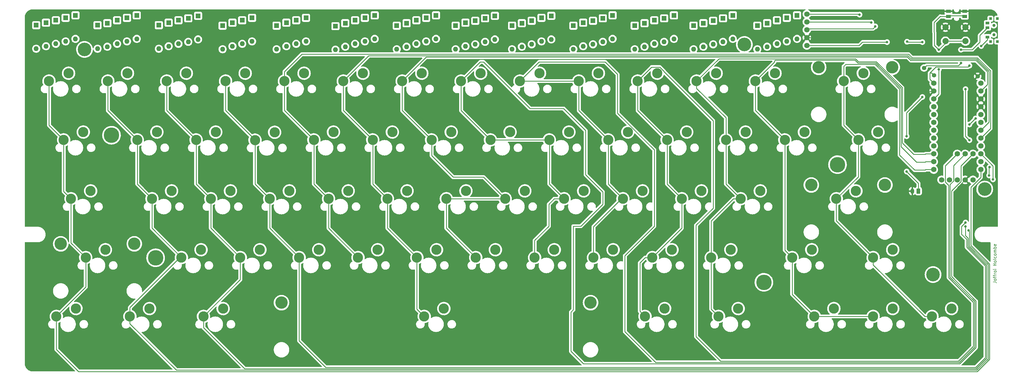
<source format=gtl>
G04 #@! TF.GenerationSoftware,KiCad,Pcbnew,(6.0.10)*
G04 #@! TF.CreationDate,2023-09-30T09:28:11-05:00*
G04 #@! TF.ProjectId,RunTypeV3,52756e54-7970-4655-9633-2e6b69636164,rev?*
G04 #@! TF.SameCoordinates,Original*
G04 #@! TF.FileFunction,Copper,L1,Top*
G04 #@! TF.FilePolarity,Positive*
%FSLAX46Y46*%
G04 Gerber Fmt 4.6, Leading zero omitted, Abs format (unit mm)*
G04 Created by KiCad (PCBNEW (6.0.10)) date 2023-09-30 09:28:11*
%MOMM*%
%LPD*%
G01*
G04 APERTURE LIST*
G04 Aperture macros list*
%AMRoundRect*
0 Rectangle with rounded corners*
0 $1 Rounding radius*
0 $2 $3 $4 $5 $6 $7 $8 $9 X,Y pos of 4 corners*
0 Add a 4 corners polygon primitive as box body*
4,1,4,$2,$3,$4,$5,$6,$7,$8,$9,$2,$3,0*
0 Add four circle primitives for the rounded corners*
1,1,$1+$1,$2,$3*
1,1,$1+$1,$4,$5*
1,1,$1+$1,$6,$7*
1,1,$1+$1,$8,$9*
0 Add four rect primitives between the rounded corners*
20,1,$1+$1,$2,$3,$4,$5,0*
20,1,$1+$1,$4,$5,$6,$7,0*
20,1,$1+$1,$6,$7,$8,$9,0*
20,1,$1+$1,$8,$9,$2,$3,0*%
G04 Aperture macros list end*
%ADD10C,0.150000*%
G04 #@! TA.AperFunction,NonConductor*
%ADD11C,0.150000*%
G04 #@! TD*
G04 #@! TA.AperFunction,ComponentPad*
%ADD12R,1.600000X1.600000*%
G04 #@! TD*
G04 #@! TA.AperFunction,ComponentPad*
%ADD13O,1.600000X1.600000*%
G04 #@! TD*
G04 #@! TA.AperFunction,ComponentPad*
%ADD14C,1.397000*%
G04 #@! TD*
G04 #@! TA.AperFunction,SMDPad,CuDef*
%ADD15R,1.550000X1.000000*%
G04 #@! TD*
G04 #@! TA.AperFunction,ComponentPad*
%ADD16C,0.700000*%
G04 #@! TD*
G04 #@! TA.AperFunction,ComponentPad*
%ADD17C,4.400000*%
G04 #@! TD*
G04 #@! TA.AperFunction,ComponentPad*
%ADD18C,1.752600*%
G04 #@! TD*
G04 #@! TA.AperFunction,WasherPad*
%ADD19C,1.000000*%
G04 #@! TD*
G04 #@! TA.AperFunction,SMDPad,CuDef*
%ADD20R,0.900000X0.900000*%
G04 #@! TD*
G04 #@! TA.AperFunction,SMDPad,CuDef*
%ADD21R,1.250000X0.900000*%
G04 #@! TD*
G04 #@! TA.AperFunction,ComponentPad*
%ADD22C,4.000000*%
G04 #@! TD*
G04 #@! TA.AperFunction,ComponentPad*
%ADD23C,5.000000*%
G04 #@! TD*
G04 #@! TA.AperFunction,ComponentPad*
%ADD24C,2.000000*%
G04 #@! TD*
G04 #@! TA.AperFunction,ComponentPad*
%ADD25C,3.300000*%
G04 #@! TD*
G04 #@! TA.AperFunction,ComponentPad*
%ADD26RoundRect,0.250000X0.350000X0.625000X-0.350000X0.625000X-0.350000X-0.625000X0.350000X-0.625000X0*%
G04 #@! TD*
G04 #@! TA.AperFunction,ComponentPad*
%ADD27O,1.200000X1.750000*%
G04 #@! TD*
G04 #@! TA.AperFunction,ViaPad*
%ADD28C,0.800000*%
G04 #@! TD*
G04 #@! TA.AperFunction,Conductor*
%ADD29C,0.250000*%
G04 #@! TD*
G04 APERTURE END LIST*
D10*
D11*
X327385384Y-103042419D02*
X328099670Y-103042419D01*
X328242527Y-103090038D01*
X328337765Y-103185276D01*
X328385384Y-103328133D01*
X328385384Y-103423371D01*
X328385384Y-102423371D02*
X328337765Y-102518609D01*
X328290146Y-102566228D01*
X328194908Y-102613848D01*
X327909194Y-102613848D01*
X327813956Y-102566228D01*
X327766337Y-102518609D01*
X327718718Y-102423371D01*
X327718718Y-102280514D01*
X327766337Y-102185276D01*
X327813956Y-102137657D01*
X327909194Y-102090038D01*
X328194908Y-102090038D01*
X328290146Y-102137657D01*
X328337765Y-102185276D01*
X328385384Y-102280514D01*
X328385384Y-102423371D01*
X327718718Y-101804324D02*
X327718718Y-101423371D01*
X328385384Y-101661467D02*
X327528242Y-101661467D01*
X327433004Y-101613848D01*
X327385384Y-101518609D01*
X327385384Y-101423371D01*
X327718718Y-101232895D02*
X327718718Y-100851943D01*
X328385384Y-101090038D02*
X327528242Y-101090038D01*
X327433004Y-101042419D01*
X327385384Y-100947181D01*
X327385384Y-100851943D01*
X328385384Y-100518609D02*
X327718718Y-100518609D01*
X327909194Y-100518609D02*
X327813956Y-100470990D01*
X327766337Y-100423371D01*
X327718718Y-100328133D01*
X327718718Y-100232895D01*
X328385384Y-99756705D02*
X328337765Y-99851943D01*
X328290146Y-99899562D01*
X328194908Y-99947181D01*
X327909194Y-99947181D01*
X327813956Y-99899562D01*
X327766337Y-99851943D01*
X327718718Y-99756705D01*
X327718718Y-99613848D01*
X327766337Y-99518609D01*
X327813956Y-99470990D01*
X327909194Y-99423371D01*
X328194908Y-99423371D01*
X328290146Y-99470990D01*
X328337765Y-99518609D01*
X328385384Y-99613848D01*
X328385384Y-99756705D01*
X328385384Y-98994800D02*
X327718718Y-98994800D01*
X327385384Y-98994800D02*
X327433004Y-99042419D01*
X327480623Y-98994800D01*
X327433004Y-98947181D01*
X327385384Y-98994800D01*
X327480623Y-98994800D01*
X328385384Y-97756705D02*
X327385384Y-97756705D01*
X327861575Y-97756705D02*
X327861575Y-97185276D01*
X328385384Y-97185276D02*
X327385384Y-97185276D01*
X328385384Y-96566228D02*
X328337765Y-96661467D01*
X328290146Y-96709086D01*
X328194908Y-96756705D01*
X327909194Y-96756705D01*
X327813956Y-96709086D01*
X327766337Y-96661467D01*
X327718718Y-96566228D01*
X327718718Y-96423371D01*
X327766337Y-96328133D01*
X327813956Y-96280514D01*
X327909194Y-96232895D01*
X328194908Y-96232895D01*
X328290146Y-96280514D01*
X328337765Y-96328133D01*
X328385384Y-96423371D01*
X328385384Y-96566228D01*
X328385384Y-95661467D02*
X328337765Y-95756705D01*
X328242527Y-95804324D01*
X327385384Y-95804324D01*
X328337765Y-94851943D02*
X328385384Y-94947181D01*
X328385384Y-95137657D01*
X328337765Y-95232895D01*
X328290146Y-95280514D01*
X328194908Y-95328133D01*
X327909194Y-95328133D01*
X327813956Y-95280514D01*
X327766337Y-95232895D01*
X327718718Y-95137657D01*
X327718718Y-94947181D01*
X327766337Y-94851943D01*
X328385384Y-94280514D02*
X328337765Y-94375752D01*
X328290146Y-94423371D01*
X328194908Y-94470990D01*
X327909194Y-94470990D01*
X327813956Y-94423371D01*
X327766337Y-94375752D01*
X327718718Y-94280514D01*
X327718718Y-94137657D01*
X327766337Y-94042419D01*
X327813956Y-93994800D01*
X327909194Y-93947181D01*
X328194908Y-93947181D01*
X328290146Y-93994800D01*
X328337765Y-94042419D01*
X328385384Y-94137657D01*
X328385384Y-94280514D01*
X328385384Y-93518609D02*
X327718718Y-93518609D01*
X327813956Y-93518609D02*
X327766337Y-93470990D01*
X327718718Y-93375752D01*
X327718718Y-93232895D01*
X327766337Y-93137657D01*
X327861575Y-93090038D01*
X328385384Y-93090038D01*
X327861575Y-93090038D02*
X327766337Y-93042419D01*
X327718718Y-92947181D01*
X327718718Y-92804324D01*
X327766337Y-92709086D01*
X327861575Y-92661467D01*
X328385384Y-92661467D01*
X328385384Y-92185276D02*
X327385384Y-92185276D01*
X327766337Y-92185276D02*
X327718718Y-92090038D01*
X327718718Y-91899562D01*
X327766337Y-91804324D01*
X327813956Y-91756705D01*
X327909194Y-91709086D01*
X328194908Y-91709086D01*
X328290146Y-91756705D01*
X328337765Y-91804324D01*
X328385384Y-91899562D01*
X328385384Y-92090038D01*
X328337765Y-92185276D01*
X328337765Y-90899562D02*
X328385384Y-90994800D01*
X328385384Y-91185276D01*
X328337765Y-91280514D01*
X328242527Y-91328133D01*
X327861575Y-91328133D01*
X327766337Y-91280514D01*
X327718718Y-91185276D01*
X327718718Y-90994800D01*
X327766337Y-90899562D01*
X327861575Y-90851943D01*
X327956813Y-90851943D01*
X328052051Y-91328133D01*
D12*
X37553750Y-19932500D03*
D13*
X37553750Y-27552500D03*
D14*
X308292500Y-36210717D03*
D12*
X20885000Y-19138750D03*
D13*
X20885000Y-26758750D03*
D12*
X101847500Y-18345000D03*
D13*
X101847500Y-25965000D03*
D12*
X60572500Y-19138750D03*
D13*
X60572500Y-26758750D03*
D14*
X322376184Y-36497957D03*
D12*
X230435000Y-20091250D03*
D13*
X230435000Y-27711250D03*
D12*
X117722500Y-19297500D03*
D13*
X117722500Y-26917500D03*
D12*
X257422500Y-18345000D03*
D13*
X257422500Y-25965000D03*
D12*
X166141250Y-16916250D03*
D13*
X166141250Y-24536250D03*
D12*
X81210000Y-19138750D03*
D13*
X81210000Y-26758750D03*
D15*
X318165758Y-15430348D03*
X312915758Y-15430348D03*
X318165758Y-17130348D03*
X312915758Y-17130348D03*
D16*
X309119226Y-99503274D03*
D17*
X307952500Y-100670000D03*
D16*
X309119226Y-101836726D03*
X309602500Y-100670000D03*
X306785774Y-101836726D03*
X307952500Y-102320000D03*
X306302500Y-100670000D03*
X307952500Y-99020000D03*
X306785774Y-99503274D03*
D12*
X134391250Y-20091250D03*
D13*
X134391250Y-27711250D03*
D18*
X267097066Y-16331856D03*
X267097066Y-18871856D03*
X267097066Y-21411856D03*
X267097066Y-23951856D03*
X267097066Y-26491856D03*
D12*
X127247500Y-16757500D03*
D13*
X127247500Y-24377500D03*
D12*
X159791250Y-18503750D03*
D13*
X159791250Y-26123750D03*
D12*
X236785000Y-18503750D03*
D13*
X236785000Y-26123750D03*
D12*
X24060000Y-18345000D03*
D13*
X24060000Y-25965000D03*
D19*
X327615451Y-23020000D03*
X327615451Y-20020000D03*
D20*
X328715451Y-25220000D03*
X326515451Y-25220000D03*
X328715451Y-17820000D03*
X326515451Y-17820000D03*
D21*
X325540451Y-23770000D03*
X325540451Y-20770000D03*
X325540451Y-19270000D03*
D12*
X57397500Y-19932500D03*
D13*
X57397500Y-27552500D03*
D12*
X137566250Y-19297500D03*
D13*
X137566250Y-26917500D03*
D12*
X140741250Y-18345000D03*
D13*
X140741250Y-25965000D03*
D12*
X239960000Y-17710000D03*
D13*
X239960000Y-25330000D03*
D12*
X114547500Y-20250000D03*
D13*
X114547500Y-27870000D03*
D12*
X156616250Y-19138750D03*
D13*
X156616250Y-26758750D03*
D12*
X171697500Y-20091250D03*
D13*
X171697500Y-27711250D03*
D12*
X220910000Y-17710000D03*
D13*
X220910000Y-25330000D03*
D12*
X214560000Y-19297500D03*
D13*
X214560000Y-26917500D03*
D17*
X33337500Y-27781250D03*
D16*
X33337500Y-26131250D03*
X34504226Y-28947976D03*
X32170774Y-28947976D03*
X33337500Y-29431250D03*
X31687500Y-27781250D03*
X34987500Y-27781250D03*
X34504226Y-26614524D03*
X32170774Y-26614524D03*
D12*
X201066250Y-17710000D03*
D13*
X201066250Y-25330000D03*
D12*
X194716250Y-19138750D03*
D13*
X194716250Y-26758750D03*
D12*
X27235000Y-17551250D03*
D13*
X27235000Y-25171250D03*
D12*
X181222500Y-17551250D03*
D13*
X181222500Y-25171250D03*
D22*
X292347500Y-71685000D03*
X268535000Y-71685000D03*
D23*
X42068750Y-55562500D03*
D12*
X184397500Y-16916250D03*
D13*
X184397500Y-24536250D03*
D12*
X233610000Y-19297500D03*
D13*
X233610000Y-26917500D03*
D12*
X87560000Y-17551250D03*
D13*
X87560000Y-25171250D03*
D12*
X120897500Y-18345000D03*
D13*
X120897500Y-25965000D03*
D12*
X224085000Y-16757500D03*
D13*
X224085000Y-24377500D03*
D12*
X153441250Y-20091250D03*
D13*
X153441250Y-27711250D03*
D23*
X56356250Y-95250000D03*
D12*
X204241250Y-16757500D03*
D13*
X204241250Y-24377500D03*
D22*
X25647500Y-90735000D03*
X49460000Y-90735000D03*
D12*
X263931250Y-16757500D03*
D13*
X263931250Y-24377500D03*
D12*
X162966250Y-17710000D03*
D13*
X162966250Y-25330000D03*
D12*
X124072500Y-17551250D03*
D13*
X124072500Y-25171250D03*
D12*
X50253750Y-16757500D03*
D13*
X50253750Y-24377500D03*
D22*
X294728750Y-33585000D03*
X270916250Y-33585000D03*
D16*
X245689524Y-27360476D03*
X248506250Y-26193750D03*
D17*
X246856250Y-26193750D03*
D16*
X245689524Y-25027024D03*
X248022976Y-25027024D03*
X246856250Y-27843750D03*
X246856250Y-24543750D03*
X248022976Y-27360476D03*
X245206250Y-26193750D03*
D12*
X47078750Y-17551250D03*
D13*
X47078750Y-25171250D03*
D12*
X63747500Y-18345000D03*
D13*
X63747500Y-25965000D03*
D24*
X311943750Y-20610000D03*
X318443750Y-20610000D03*
X311943750Y-25110000D03*
X318443750Y-25110000D03*
D12*
X197891250Y-18503750D03*
D13*
X197891250Y-26123750D03*
D12*
X43903750Y-18345000D03*
D13*
X43903750Y-25965000D03*
D12*
X178047500Y-18503750D03*
D13*
X178047500Y-26123750D03*
D12*
X260597500Y-17551250D03*
D13*
X260597500Y-25171250D03*
D12*
X251072500Y-20091250D03*
D13*
X251072500Y-27711250D03*
D12*
X211385000Y-20091250D03*
D13*
X211385000Y-27711250D03*
D12*
X217735000Y-18345000D03*
D13*
X217735000Y-25965000D03*
D12*
X143916250Y-17551250D03*
D13*
X143916250Y-25171250D03*
D12*
X40728750Y-19297500D03*
D13*
X40728750Y-26917500D03*
D16*
X322993750Y-73025000D03*
X325810476Y-71858274D03*
X325810476Y-74191726D03*
X323477024Y-74191726D03*
D17*
X324643750Y-73025000D03*
D16*
X326293750Y-73025000D03*
X324643750Y-74675000D03*
X324643750Y-71375000D03*
X323477024Y-71858274D03*
D14*
X305019564Y-33799806D03*
D22*
X97085000Y-109785000D03*
X197097500Y-109785000D03*
D12*
X95497500Y-20091250D03*
D13*
X95497500Y-27711250D03*
D18*
X310688112Y-70015297D03*
X313228112Y-70015297D03*
X315768112Y-70015297D03*
X318308112Y-70015297D03*
X320848112Y-70015297D03*
D12*
X191541250Y-20091250D03*
D13*
X191541250Y-27711250D03*
D12*
X105022500Y-17551250D03*
D13*
X105022500Y-25171250D03*
D12*
X70097500Y-16916250D03*
D13*
X70097500Y-24536250D03*
D23*
X277018750Y-65087500D03*
D12*
X66922500Y-17710000D03*
D13*
X66922500Y-25330000D03*
D23*
X253206250Y-103187500D03*
D12*
X147091250Y-16757500D03*
D13*
X147091250Y-24377500D03*
D12*
X243135000Y-16757500D03*
D13*
X243135000Y-24377500D03*
D12*
X254247500Y-19297500D03*
D13*
X254247500Y-26917500D03*
D12*
X84385000Y-18345000D03*
D13*
X84385000Y-25965000D03*
D12*
X174872500Y-19297500D03*
D13*
X174872500Y-26917500D03*
D12*
X98672500Y-19138750D03*
D13*
X98672500Y-26758750D03*
D12*
X17710000Y-19932500D03*
D13*
X17710000Y-27552500D03*
D12*
X78035000Y-20091250D03*
D13*
X78035000Y-27711250D03*
D12*
X30410000Y-16757500D03*
D13*
X30410000Y-24377500D03*
D25*
X179000000Y-95180000D03*
X185350000Y-92640000D03*
X231387500Y-38030000D03*
X237737500Y-35490000D03*
X288537500Y-95180000D03*
X294887500Y-92640000D03*
X226625000Y-76130000D03*
X232975000Y-73590000D03*
X59937500Y-38030000D03*
X66287500Y-35490000D03*
X193287500Y-38030000D03*
X199637500Y-35490000D03*
X214718750Y-114230000D03*
X221068750Y-111690000D03*
X93275000Y-76130000D03*
X99625000Y-73590000D03*
X221862500Y-57080000D03*
X228212500Y-54540000D03*
X69462500Y-57080000D03*
X75812500Y-54540000D03*
D26*
X303212500Y-73660000D03*
D27*
X301212500Y-73660000D03*
D25*
X155187500Y-38030000D03*
X161537500Y-35490000D03*
X207575000Y-76130000D03*
X213925000Y-73590000D03*
X269487500Y-114230000D03*
X275837500Y-111690000D03*
X217100000Y-95180000D03*
X223450000Y-92640000D03*
X33743750Y-95180000D03*
X40093750Y-92640000D03*
X48031250Y-114230000D03*
X54381250Y-111690000D03*
X98037500Y-38030000D03*
X104387500Y-35490000D03*
X88512500Y-57150000D03*
X94862500Y-54610000D03*
X64700000Y-95180000D03*
X71050000Y-92640000D03*
X40887500Y-38030000D03*
X47237500Y-35490000D03*
X74225000Y-76130000D03*
X80575000Y-73590000D03*
X83750000Y-95180000D03*
X90100000Y-92640000D03*
X238531250Y-114230000D03*
X244881250Y-111690000D03*
X50412500Y-57080000D03*
X56762500Y-54540000D03*
X164712500Y-57080000D03*
X171062500Y-54540000D03*
X188525000Y-76130000D03*
X194875000Y-73590000D03*
X131375000Y-76130000D03*
X137725000Y-73590000D03*
X250437500Y-38030000D03*
X256787500Y-35490000D03*
X55175000Y-76130000D03*
X61525000Y-73590000D03*
X245675000Y-76130000D03*
X252025000Y-73590000D03*
X159950000Y-95180000D03*
X166300000Y-92640000D03*
X236150000Y-95180000D03*
X242500000Y-92640000D03*
X240912500Y-57080000D03*
X247262500Y-54540000D03*
X276631250Y-76130000D03*
X282981250Y-73590000D03*
X259962500Y-57080000D03*
X266312500Y-54540000D03*
X121850000Y-95180000D03*
X128200000Y-92640000D03*
X174237500Y-38030000D03*
X180587500Y-35490000D03*
X288537500Y-114230000D03*
X294887500Y-111690000D03*
X28981250Y-76130000D03*
X35331250Y-73590000D03*
X24218750Y-114230000D03*
X30568750Y-111690000D03*
X169475000Y-76130000D03*
X175825000Y-73590000D03*
X140900000Y-95180000D03*
X147250000Y-92640000D03*
X112325000Y-76130000D03*
X118675000Y-73590000D03*
X102800000Y-95180000D03*
X109150000Y-92640000D03*
X150425000Y-76130000D03*
X156775000Y-73590000D03*
D18*
X323388112Y-38750717D03*
X323388112Y-41290717D03*
X323388112Y-43830717D03*
X323388112Y-46370717D03*
X323388112Y-48910717D03*
X323388112Y-51450717D03*
X323388112Y-53990717D03*
X323388112Y-56530717D03*
X323388112Y-59070717D03*
X323388112Y-61610717D03*
X323388112Y-64150717D03*
X323388112Y-66690717D03*
X308148112Y-66690717D03*
X308148112Y-64150717D03*
X308148112Y-61610717D03*
X308148112Y-59070717D03*
X308148112Y-56530717D03*
X308148112Y-53990717D03*
X308148112Y-51450717D03*
X308148112Y-48910717D03*
X308148112Y-46370717D03*
X308148112Y-43830717D03*
X308148112Y-41290717D03*
X308148112Y-38750717D03*
X320848112Y-61610717D03*
X318308112Y-61610717D03*
X315768112Y-61610717D03*
D25*
X143281250Y-114230000D03*
X149631250Y-111690000D03*
X145662500Y-57080000D03*
X152012500Y-54540000D03*
X183762500Y-57080000D03*
X190112500Y-54540000D03*
X71843750Y-114230000D03*
X78193750Y-111690000D03*
X107562500Y-57080000D03*
X113912500Y-54540000D03*
X279012500Y-38030000D03*
X285362500Y-35490000D03*
X26600000Y-57080000D03*
X32950000Y-54540000D03*
X117087500Y-38030000D03*
X123437500Y-35490000D03*
X212337500Y-38030000D03*
X218687500Y-35490000D03*
X307587500Y-114230000D03*
X313937500Y-111690000D03*
X262343750Y-95180000D03*
X268693750Y-92640000D03*
X136137500Y-38030000D03*
X142487500Y-35490000D03*
X202812500Y-57080000D03*
X209162500Y-54540000D03*
X21837500Y-38030000D03*
X28187500Y-35490000D03*
X198050000Y-95180000D03*
X204400000Y-92640000D03*
X126612500Y-57080000D03*
X132962500Y-54540000D03*
X78987500Y-38030000D03*
X85337500Y-35490000D03*
X283775000Y-57080000D03*
X290125000Y-54540000D03*
D28*
X315912500Y-76200000D03*
X202882500Y-116840000D03*
X296862500Y-26670000D03*
X300672500Y-57150000D03*
X300285000Y-41363750D03*
X289242500Y-20320000D03*
X309810000Y-27870000D03*
X309810000Y-34220000D03*
X316957932Y-32198259D03*
X299402500Y-55880000D03*
X316953750Y-27870000D03*
X299402500Y-67310000D03*
X304482500Y-43180000D03*
X319722500Y-33020000D03*
X323532500Y-26670000D03*
X319448000Y-86360000D03*
X327342500Y-69850000D03*
X318452500Y-85090000D03*
X284162500Y-16510000D03*
X319722500Y-52070000D03*
X321679211Y-50153514D03*
X287972500Y-19050000D03*
X318452500Y-40640000D03*
X299517924Y-25284576D03*
X304482500Y-25400000D03*
X293052500Y-25400000D03*
X319722500Y-57150000D03*
X326187247Y-65925254D03*
X326072500Y-68580000D03*
X318452500Y-83820000D03*
D29*
X303450743Y-15336757D02*
X303544334Y-15430348D01*
X305752500Y-52070000D02*
X305752500Y-43686329D01*
X303127500Y-15660000D02*
X303450743Y-15336757D01*
X296862500Y-26670000D02*
X296862500Y-21650000D01*
X296862500Y-21650000D02*
X302852500Y-15660000D01*
X300672500Y-57150000D02*
X305752500Y-52070000D01*
X302852500Y-15660000D02*
X303127500Y-15660000D01*
X300366750Y-41445500D02*
X307268604Y-41445500D01*
X303544334Y-15430348D02*
X312915758Y-15430348D01*
X296862500Y-26670000D02*
X294144356Y-23951856D01*
X307268604Y-41445500D02*
X307785750Y-40928354D01*
X318308112Y-70015297D02*
X315912500Y-72410909D01*
X315912500Y-72410909D02*
X315912500Y-76200000D01*
X305752500Y-43686329D02*
X308148112Y-41290717D01*
X294144356Y-23951856D02*
X267097066Y-23951856D01*
X300285000Y-41363750D02*
X300366750Y-41445500D01*
X288492500Y-21070000D02*
X267097066Y-21070000D01*
X289242500Y-20320000D02*
X288492500Y-21070000D01*
X309810000Y-27870000D02*
X311943750Y-25736250D01*
X310399334Y-17130348D02*
X312915758Y-17130348D01*
X309810000Y-42168829D02*
X308148112Y-43830717D01*
X309810000Y-34220000D02*
X309810000Y-42168829D01*
X310305743Y-17036757D02*
X310399334Y-17130348D01*
X318165758Y-17130348D02*
X317940757Y-16905347D01*
X317940757Y-16905347D02*
X313140759Y-16905347D01*
X308377500Y-26437500D02*
X308377500Y-22302417D01*
X308292500Y-22217417D02*
X308292500Y-19050000D01*
X308377500Y-26437500D02*
X309810000Y-27870000D01*
X311943750Y-25110000D02*
X318443750Y-25110000D01*
X308377500Y-22302417D02*
X308292500Y-22217417D01*
X308292500Y-19050000D02*
X310305743Y-17036757D01*
X313140759Y-16905347D02*
X312915758Y-17130348D01*
X316136191Y-33020000D02*
X305799370Y-33020000D01*
X303212500Y-73660000D02*
X303212500Y-71120000D01*
X320586250Y-27870000D02*
X323056250Y-25400000D01*
X305799370Y-33020000D02*
X305019564Y-33799806D01*
X323056250Y-23254201D02*
X325540451Y-20770000D01*
X299402500Y-48260000D02*
X304482500Y-43180000D01*
X299402500Y-55880000D02*
X299402500Y-48260000D01*
X316957932Y-32198259D02*
X316136191Y-33020000D01*
X303212500Y-71120000D02*
X299402500Y-67310000D01*
X323056250Y-25400000D02*
X323056250Y-23254201D01*
X316953750Y-27870000D02*
X320586250Y-27870000D01*
X308292500Y-36210717D02*
X307496514Y-35414731D01*
X325540451Y-24662049D02*
X323532500Y-26670000D01*
X306877231Y-37479836D02*
X308148112Y-38750717D01*
X308821962Y-33470000D02*
X319272500Y-33470000D01*
X319272500Y-33470000D02*
X319722500Y-33020000D01*
X325540451Y-23770000D02*
X325540451Y-24662049D01*
X306877231Y-35414731D02*
X308821962Y-33470000D01*
X306877231Y-35414731D02*
X306877231Y-37479836D01*
X307496514Y-35414731D02*
X306877231Y-35414731D01*
X26600000Y-57080000D02*
X26600000Y-73748750D01*
X33743750Y-104705000D02*
X24218750Y-114230000D01*
X31432500Y-132080000D02*
X322262500Y-132080000D01*
X320172500Y-91253604D02*
X320172500Y-72389804D01*
X21837500Y-52317500D02*
X26600000Y-57080000D01*
X21837500Y-38030000D02*
X21837500Y-52317500D01*
X326204302Y-128138198D02*
X326204302Y-97285406D01*
X28981250Y-76130000D02*
X28981250Y-90417500D01*
X326204302Y-97285406D02*
X320172500Y-91253604D01*
X24218750Y-114230000D02*
X24218750Y-124866250D01*
X320172500Y-72389804D02*
X323388112Y-69174192D01*
X323388112Y-69174192D02*
X323388112Y-66690717D01*
X26600000Y-73748750D02*
X28981250Y-76130000D01*
X24218750Y-124866250D02*
X31432500Y-132080000D01*
X33743750Y-95180000D02*
X33743750Y-104705000D01*
X28981250Y-90417500D02*
X33743750Y-95180000D01*
X322262500Y-132080000D02*
X326204302Y-128138198D01*
X48031250Y-114230000D02*
X48031250Y-111350981D01*
X319722500Y-86634500D02*
X319448000Y-86360000D01*
X325754302Y-97471802D02*
X320992500Y-92710000D01*
X324151783Y-64150717D02*
X323388112Y-64150717D01*
X320992500Y-92710000D02*
X319722500Y-91440000D01*
X48031250Y-114230000D02*
X48031250Y-116563452D01*
X322076104Y-131630000D02*
X325754302Y-127951802D01*
X64202231Y-95180000D02*
X64700000Y-95180000D01*
X319722500Y-87630000D02*
X319722500Y-86634500D01*
X40887500Y-47555000D02*
X40887500Y-38030000D01*
X50412500Y-57080000D02*
X40887500Y-47555000D01*
X55175000Y-76130000D02*
X50412500Y-71367500D01*
X50412500Y-71367500D02*
X50412500Y-57080000D01*
X319722500Y-91440000D02*
X319722500Y-87630000D01*
X48031250Y-111350981D02*
X64202231Y-95180000D01*
X55175000Y-85655000D02*
X55175000Y-76130000D01*
X253682500Y-131630000D02*
X322076104Y-131630000D01*
X64700000Y-95180000D02*
X55175000Y-85655000D01*
X48031250Y-116563452D02*
X63097798Y-131630000D01*
X63097798Y-131630000D02*
X253682500Y-131630000D01*
X325754302Y-127951802D02*
X325754302Y-97471802D01*
X83750000Y-102323750D02*
X83750000Y-95180000D01*
X319272500Y-91626396D02*
X319272500Y-88900000D01*
X74225000Y-76130000D02*
X69462500Y-71367500D01*
X327342500Y-65565105D02*
X323388112Y-61610717D01*
X319272500Y-88900000D02*
X318452500Y-88080000D01*
X69462500Y-57080000D02*
X59937500Y-47555000D01*
X83750000Y-95180000D02*
X74225000Y-85655000D01*
X325304302Y-97658198D02*
X319272500Y-91626396D01*
X325304302Y-127765406D02*
X325304302Y-97658198D01*
X59937500Y-47555000D02*
X59937500Y-38030000D01*
X85142500Y-131180000D02*
X321889708Y-131180000D01*
X74225000Y-85655000D02*
X74225000Y-76130000D01*
X71843750Y-114230000D02*
X83750000Y-102323750D01*
X321889708Y-131180000D02*
X325304302Y-127765406D01*
X69462500Y-71367500D02*
X69462500Y-57080000D01*
X327342500Y-69850000D02*
X327342500Y-65565105D01*
X71843750Y-114230000D02*
X71843750Y-117881250D01*
X71843750Y-117881250D02*
X85142500Y-131180000D01*
X318452500Y-88080000D02*
X318452500Y-85090000D01*
X284162500Y-16510000D02*
X283984356Y-16331856D01*
X319722500Y-52070000D02*
X321638986Y-50153514D01*
X283984356Y-16331856D02*
X267097066Y-16331856D01*
X321638986Y-50153514D02*
X321679211Y-50153514D01*
X287794356Y-18871856D02*
X267097066Y-18871856D01*
X287972500Y-19050000D02*
X287794356Y-18871856D01*
X293052500Y-25400000D02*
X285432500Y-25400000D01*
X285076212Y-25400000D02*
X285432500Y-25400000D01*
X318452500Y-41910000D02*
X318452500Y-40640000D01*
X318452500Y-55880000D02*
X318452500Y-41910000D01*
X319722500Y-57150000D02*
X318452500Y-55880000D01*
X304482500Y-25400000D02*
X299633348Y-25400000D01*
X299633348Y-25400000D02*
X299517924Y-25284576D01*
X283984356Y-26491856D02*
X267097066Y-26491856D01*
X283984356Y-26491856D02*
X285076212Y-25400000D01*
X140900000Y-95180000D02*
X131375000Y-85655000D01*
X117087500Y-47555000D02*
X117087500Y-38030000D01*
X131375000Y-85655000D02*
X131375000Y-76130000D01*
X117087500Y-38030000D02*
X125316250Y-29801250D01*
X300940520Y-30913750D02*
X322062646Y-30913750D01*
X125316250Y-29801250D02*
X299828020Y-29801250D01*
X126612500Y-71367500D02*
X126612500Y-57080000D01*
X126612500Y-57080000D02*
X117087500Y-47555000D01*
X140900000Y-111848750D02*
X140900000Y-95180000D01*
X299828020Y-29801250D02*
X300940520Y-30913750D01*
X326072500Y-51306329D02*
X323388112Y-53990717D01*
X326072500Y-34923604D02*
X326072500Y-51306329D01*
X143281250Y-114230000D02*
X140900000Y-111848750D01*
X131375000Y-76130000D02*
X126612500Y-71367500D01*
X322062646Y-30913750D02*
X326072500Y-34923604D01*
X152647500Y-69145000D02*
X145662500Y-62160000D01*
X300754124Y-31363750D02*
X321876250Y-31363750D01*
X321876250Y-31363750D02*
X325523912Y-35011412D01*
X136137500Y-47555000D02*
X136137500Y-38030000D01*
X159950000Y-95180000D02*
X150425000Y-85655000D01*
X150425000Y-76130000D02*
X169475000Y-76130000D01*
X162490000Y-69145000D02*
X152647500Y-69145000D01*
X145662500Y-57080000D02*
X136137500Y-47555000D01*
X145662500Y-62160000D02*
X145662500Y-57080000D01*
X150425000Y-85655000D02*
X150425000Y-76130000D01*
X299641624Y-30251250D02*
X300754124Y-31363750D01*
X325523912Y-35011412D02*
X325523912Y-39154917D01*
X325523912Y-39154917D02*
X323388112Y-41290717D01*
X136137500Y-38030000D02*
X143916250Y-30251250D01*
X169475000Y-76130000D02*
X162490000Y-69145000D01*
X143916250Y-30251250D02*
X299641624Y-30251250D01*
X183762500Y-71367500D02*
X183762500Y-57080000D01*
X191541250Y-85020000D02*
X193922500Y-85020000D01*
X179000000Y-89623750D02*
X183603750Y-85020000D01*
X188366250Y-46920000D02*
X177549731Y-46920000D01*
X201066250Y-73907500D02*
X195510000Y-68351250D01*
X191541250Y-112053203D02*
X191541250Y-85020000D01*
X195510000Y-54063750D02*
X188366250Y-46920000D01*
X188525000Y-76130000D02*
X183762500Y-71367500D01*
X155187500Y-47555000D02*
X155187500Y-38030000D01*
X313885000Y-73597304D02*
X316969412Y-70512892D01*
X195510000Y-68351250D02*
X195510000Y-54063750D01*
X316969412Y-70512892D02*
X316969412Y-65489417D01*
X316969412Y-65489417D02*
X320848112Y-61610717D01*
X313885000Y-101315958D02*
X321822500Y-109253458D01*
X321822500Y-109253458D02*
X321822500Y-124286542D01*
X183603750Y-77876250D02*
X185350000Y-76130000D01*
X179000000Y-95180000D02*
X179000000Y-89623750D01*
X194822500Y-129576250D02*
X190747500Y-125501250D01*
X193922500Y-85020000D02*
X201066250Y-77876250D01*
X201066250Y-77876250D02*
X201066250Y-73907500D01*
X190747500Y-112846953D02*
X191541250Y-112053203D01*
X190747500Y-125501250D02*
X190747500Y-112846953D01*
X164712500Y-57080000D02*
X155187500Y-47555000D01*
X313885000Y-101315958D02*
X313885000Y-73597304D01*
X161378750Y-31838750D02*
X155187500Y-38030000D01*
X177549731Y-46920000D02*
X162468481Y-31838750D01*
X183603750Y-85020000D02*
X183603750Y-77876250D01*
X185350000Y-76130000D02*
X188525000Y-76130000D01*
X316532792Y-129576250D02*
X194822500Y-129576250D01*
X162468481Y-31838750D02*
X161378750Y-31838750D01*
X321822500Y-124286542D02*
X316532792Y-129576250D01*
X183762500Y-57080000D02*
X164712500Y-57080000D01*
X217735000Y-60319428D02*
X217735000Y-76288750D01*
X208190001Y-119131251D02*
X218185000Y-129126250D01*
X202812500Y-57080000D02*
X202812500Y-71367500D01*
X193287500Y-47555000D02*
X202812500Y-57080000D01*
X198050000Y-85157231D02*
X198050000Y-95180000D01*
X205828750Y-35807500D02*
X205828750Y-48413178D01*
X208190001Y-94564999D02*
X208190001Y-119131251D01*
X321372500Y-109439854D02*
X313435000Y-101502354D01*
X313435000Y-101502354D02*
X313435000Y-71507304D01*
X180428750Y-31838750D02*
X201860000Y-31838750D01*
X217715001Y-76308749D02*
X217715001Y-85039999D01*
X218185000Y-129126250D02*
X316346396Y-129126250D01*
X316346396Y-129126250D02*
X321372500Y-124100146D01*
X174237500Y-38030000D02*
X193287500Y-38030000D01*
X174237500Y-38030000D02*
X180428750Y-31838750D01*
X205828750Y-48413178D02*
X217735000Y-60319428D01*
X321372500Y-124100146D02*
X321372500Y-109439854D01*
X193287500Y-38030000D02*
X193287500Y-47555000D01*
X207077231Y-76130000D02*
X198050000Y-85157231D01*
X217715001Y-85039999D02*
X208190001Y-94564999D01*
X207575000Y-76130000D02*
X207077231Y-76130000D01*
X313435000Y-71507304D02*
X314566812Y-70375492D01*
X202812500Y-71367500D02*
X207575000Y-76130000D01*
X217735000Y-76288750D02*
X217715001Y-76308749D01*
X314566812Y-65352017D02*
X318308112Y-61610717D01*
X201860000Y-31838750D02*
X205828750Y-35807500D01*
X314566812Y-70375492D02*
X314566812Y-65352017D01*
X213068750Y-112580000D02*
X214718750Y-114230000D01*
X212337500Y-38030000D02*
X212337500Y-47555000D01*
X220910000Y-35013750D02*
X220910000Y-34919428D01*
X320922500Y-123913750D02*
X316160000Y-128676250D01*
X219505572Y-33515000D02*
X216852500Y-33515000D01*
X311889412Y-70675516D02*
X311889412Y-65489417D01*
X226625000Y-76130000D02*
X226625000Y-85655000D01*
X312985000Y-101688750D02*
X320922500Y-109626250D01*
X231228750Y-120738750D02*
X231228750Y-84724019D01*
X236785000Y-79167769D02*
X236785000Y-50888750D01*
X312985000Y-71771104D02*
X311889412Y-70675516D01*
X226625000Y-85655000D02*
X217100000Y-95180000D01*
X217100000Y-95180000D02*
X214766548Y-95180000D01*
X213068750Y-96877798D02*
X213068750Y-112580000D01*
X212337500Y-47555000D02*
X221862500Y-57080000D01*
X312985000Y-101688750D02*
X312985000Y-71771104D01*
X236785000Y-50888750D02*
X220910000Y-35013750D01*
X239166250Y-128676250D02*
X231228750Y-120738750D01*
X216852500Y-33515000D02*
X212337500Y-38030000D01*
X220910000Y-34919428D02*
X219505572Y-33515000D01*
X214766548Y-95180000D02*
X213068750Y-96877798D01*
X221862500Y-71367500D02*
X226625000Y-76130000D01*
X320922500Y-109626250D02*
X320922500Y-123913750D01*
X221862500Y-57080000D02*
X221862500Y-71367500D01*
X231228750Y-84724019D02*
X236785000Y-79167769D01*
X316160000Y-128676250D02*
X239166250Y-128676250D01*
X311889412Y-65489417D02*
X315768112Y-61610717D01*
X240912500Y-57080000D02*
X240912500Y-71367500D01*
X283802646Y-31732500D02*
X282865146Y-30795000D01*
X245675000Y-76130000D02*
X243341548Y-76130000D01*
X305365000Y-61765500D02*
X305519783Y-61610717D01*
X240912500Y-49888452D02*
X240912500Y-57080000D01*
X236150000Y-83321548D02*
X236150000Y-95180000D01*
X236150000Y-95180000D02*
X236150000Y-111848750D01*
X297997651Y-58126401D02*
X297997651Y-40184859D01*
X297997651Y-40184859D02*
X289545292Y-31732500D01*
X231387500Y-40363452D02*
X240912500Y-49888452D01*
X305519783Y-61610717D02*
X308148112Y-61610717D01*
X305365000Y-61765500D02*
X301636750Y-61765500D01*
X289545292Y-31732500D02*
X283802646Y-31732500D01*
X243341548Y-76130000D02*
X236150000Y-83321548D01*
X301636750Y-61765500D02*
X297997651Y-58126401D01*
X238622500Y-30795000D02*
X231387500Y-38030000D01*
X282865146Y-30795000D02*
X238622500Y-30795000D01*
X240912500Y-71367500D02*
X245675000Y-76130000D01*
X236150000Y-111848750D02*
X238531250Y-114230000D01*
X231387500Y-38030000D02*
X231387500Y-40363452D01*
X305519783Y-64150717D02*
X308148112Y-64150717D01*
X262343750Y-95180000D02*
X262343750Y-107086250D01*
X250437500Y-38030000D02*
X256628750Y-31838750D01*
X297547651Y-40371255D02*
X297547651Y-59263901D01*
X250437500Y-38030000D02*
X250437500Y-47555000D01*
X282693750Y-31260000D02*
X283616250Y-32182500D01*
X262343750Y-107086250D02*
X269487500Y-114230000D01*
X289358896Y-32182500D02*
X297547651Y-40371255D01*
X297547651Y-59263901D02*
X302589250Y-64305500D01*
X256628750Y-31838750D02*
X256628750Y-31475000D01*
X305365000Y-64305500D02*
X305519783Y-64150717D01*
X256843750Y-31260000D02*
X282693750Y-31260000D01*
X259962500Y-92798750D02*
X262343750Y-95180000D01*
X269487500Y-114230000D02*
X288537500Y-114230000D01*
X250437500Y-47555000D02*
X259962500Y-57080000D01*
X259962500Y-57080000D02*
X259962500Y-92798750D01*
X256628750Y-31475000D02*
X256843750Y-31260000D01*
X302589250Y-64305500D02*
X305365000Y-64305500D01*
X283616250Y-32182500D02*
X289358896Y-32182500D01*
X279012500Y-33267500D02*
X279647500Y-32632500D01*
X297097651Y-40557651D02*
X297097651Y-61988901D01*
X276631250Y-83273750D02*
X276631250Y-76130000D01*
X279647500Y-32632500D02*
X289172500Y-32632500D01*
X283775000Y-68986250D02*
X283775000Y-57080000D01*
X288537500Y-97513452D02*
X288537500Y-95180000D01*
X301954250Y-66845500D02*
X305365000Y-66845500D01*
X297097651Y-61988901D02*
X301954250Y-66845500D01*
X307587500Y-114230000D02*
X305254048Y-114230000D01*
X305365000Y-66845500D02*
X305519783Y-66690717D01*
X305254048Y-114230000D02*
X288537500Y-97513452D01*
X289172500Y-32632500D02*
X297097651Y-40557651D01*
X305519783Y-66690717D02*
X308148112Y-66690717D01*
X288537500Y-95180000D02*
X276631250Y-83273750D01*
X283775000Y-57080000D02*
X279012500Y-52317500D01*
X279012500Y-52317500D02*
X279012500Y-38030000D01*
X279012500Y-38030000D02*
X279012500Y-33267500D01*
X276631250Y-76130000D02*
X283775000Y-68986250D01*
X318822500Y-91812792D02*
X318822500Y-90170000D01*
X324854302Y-100330000D02*
X324854302Y-97844594D01*
X318822500Y-89270000D02*
X317182500Y-87630000D01*
X102800000Y-95180000D02*
X93275000Y-85655000D01*
X111442500Y-130730000D02*
X321703312Y-130730000D01*
X78987500Y-47555000D02*
X78987500Y-38030000D01*
X102800000Y-95180000D02*
X102800000Y-122087500D01*
X88512500Y-71367500D02*
X88512500Y-57080000D01*
X320356104Y-93346396D02*
X318822500Y-91812792D01*
X102800000Y-122087500D02*
X111442500Y-130730000D01*
X326072500Y-68580000D02*
X326072500Y-66040001D01*
X317182500Y-87630000D02*
X317182500Y-85090000D01*
X88512500Y-57080000D02*
X78987500Y-47555000D01*
X322129302Y-130304010D02*
X324854302Y-127579010D01*
X324854302Y-127579010D02*
X324854302Y-100330000D01*
X93275000Y-76130000D02*
X88512500Y-71367500D01*
X324854302Y-97844594D02*
X320356104Y-93346396D01*
X321703312Y-130730000D02*
X322129302Y-130304010D01*
X93275000Y-85655000D02*
X93275000Y-76130000D01*
X326072500Y-66040001D02*
X326187247Y-65925254D01*
X318822500Y-90170000D02*
X318822500Y-89270000D01*
X317182500Y-85090000D02*
X318452500Y-83820000D01*
X112325000Y-76130000D02*
X107562500Y-71367500D01*
X121850000Y-95180000D02*
X112325000Y-85655000D01*
X107562500Y-57080000D02*
X98037500Y-47555000D01*
X326522500Y-34737208D02*
X322249042Y-30463750D01*
X112325000Y-85655000D02*
X112325000Y-76130000D01*
X98037500Y-38030000D02*
X98037500Y-34995000D01*
X326522500Y-53396329D02*
X326522500Y-34737208D01*
X301126916Y-30463750D02*
X300014416Y-29351250D01*
X103681250Y-29351250D02*
X98037500Y-34995000D01*
X98037500Y-47555000D02*
X98037500Y-38030000D01*
X300014416Y-29351250D02*
X103681250Y-29351250D01*
X322249042Y-30463750D02*
X301126916Y-30463750D01*
X107562500Y-71367500D02*
X107562500Y-57080000D01*
X323388112Y-56530717D02*
X326522500Y-53396329D01*
G04 #@! TA.AperFunction,Conductor*
G36*
X266615474Y-14816002D02*
G01*
X266661967Y-14869658D01*
X266672071Y-14939932D01*
X266642577Y-15004512D01*
X266586498Y-15041765D01*
X266558595Y-15050885D01*
X266356610Y-15156032D01*
X266352477Y-15159135D01*
X266352474Y-15159137D01*
X266178645Y-15289651D01*
X266174510Y-15292756D01*
X266017186Y-15457386D01*
X266014272Y-15461658D01*
X266014271Y-15461659D01*
X265991911Y-15494438D01*
X265888863Y-15645501D01*
X265792987Y-15852048D01*
X265791605Y-15857030D01*
X265791605Y-15857031D01*
X265788135Y-15869545D01*
X265732133Y-16071481D01*
X265707935Y-16297906D01*
X265708232Y-16303058D01*
X265708232Y-16303062D01*
X265713049Y-16386596D01*
X265721043Y-16525243D01*
X265722178Y-16530280D01*
X265722179Y-16530286D01*
X265761898Y-16706533D01*
X265771105Y-16747387D01*
X265773049Y-16752173D01*
X265773050Y-16752178D01*
X265827909Y-16887279D01*
X265856777Y-16958371D01*
X265975758Y-17152530D01*
X266124852Y-17324649D01*
X266244225Y-17423754D01*
X266275669Y-17449859D01*
X266300055Y-17470105D01*
X266304506Y-17472706D01*
X266304516Y-17472713D01*
X266337332Y-17491889D01*
X266386055Y-17543528D01*
X266399125Y-17613311D01*
X266372392Y-17679083D01*
X266349419Y-17701431D01*
X266174510Y-17832756D01*
X266170938Y-17836494D01*
X266090411Y-17920761D01*
X266017186Y-17997386D01*
X266014272Y-18001658D01*
X266014271Y-18001659D01*
X265970381Y-18066000D01*
X265888863Y-18185501D01*
X265792987Y-18392048D01*
X265791605Y-18397030D01*
X265791605Y-18397031D01*
X265790010Y-18402781D01*
X265732133Y-18611481D01*
X265707935Y-18837906D01*
X265708232Y-18843058D01*
X265708232Y-18843062D01*
X265710282Y-18878609D01*
X265721043Y-19065243D01*
X265722178Y-19070280D01*
X265722179Y-19070286D01*
X265765545Y-19262715D01*
X265771105Y-19287387D01*
X265773049Y-19292173D01*
X265773050Y-19292178D01*
X265840873Y-19459204D01*
X265856777Y-19498371D01*
X265975758Y-19692530D01*
X266124852Y-19864649D01*
X266300055Y-20010105D01*
X266304506Y-20012706D01*
X266304516Y-20012713D01*
X266337332Y-20031889D01*
X266386055Y-20083528D01*
X266399125Y-20153311D01*
X266372392Y-20219083D01*
X266349419Y-20241431D01*
X266174510Y-20372756D01*
X266170938Y-20376494D01*
X266090411Y-20460761D01*
X266017186Y-20537386D01*
X266014272Y-20541658D01*
X266014271Y-20541659D01*
X265970381Y-20606000D01*
X265888863Y-20725501D01*
X265792987Y-20932048D01*
X265791605Y-20937030D01*
X265791605Y-20937031D01*
X265782241Y-20970797D01*
X265732133Y-21151481D01*
X265707935Y-21377906D01*
X265708232Y-21383058D01*
X265708232Y-21383062D01*
X265710284Y-21418642D01*
X265721043Y-21605243D01*
X265722178Y-21610280D01*
X265722179Y-21610286D01*
X265769967Y-21822338D01*
X265771105Y-21827387D01*
X265773049Y-21832173D01*
X265773050Y-21832178D01*
X265853942Y-22031389D01*
X265856777Y-22038371D01*
X265975758Y-22232530D01*
X266124852Y-22404649D01*
X266300055Y-22550105D01*
X266304507Y-22552707D01*
X266304512Y-22552710D01*
X266337799Y-22572161D01*
X266386522Y-22623800D01*
X266399593Y-22693583D01*
X266372861Y-22759355D01*
X266349879Y-22781710D01*
X266327956Y-22798170D01*
X266319502Y-22809496D01*
X266326246Y-22821826D01*
X267084254Y-23579834D01*
X267098198Y-23587448D01*
X267100031Y-23587317D01*
X267106646Y-23583066D01*
X267869181Y-22820531D01*
X267876202Y-22807675D01*
X267868673Y-22797342D01*
X267861227Y-22792395D01*
X267858946Y-22791136D01*
X267858203Y-22790386D01*
X267856919Y-22789533D01*
X267857095Y-22789268D01*
X267808974Y-22740705D01*
X267794200Y-22671262D01*
X267819315Y-22604856D01*
X267846668Y-22578247D01*
X267993959Y-22473186D01*
X268155259Y-22312448D01*
X268168206Y-22294431D01*
X268285121Y-22131725D01*
X268288139Y-22127525D01*
X268299555Y-22104428D01*
X268386739Y-21928024D01*
X268386740Y-21928022D01*
X268389033Y-21923382D01*
X268428686Y-21792870D01*
X268467627Y-21733507D01*
X268532481Y-21704620D01*
X268549244Y-21703500D01*
X288413733Y-21703500D01*
X288424916Y-21704027D01*
X288432409Y-21705702D01*
X288440335Y-21705453D01*
X288440336Y-21705453D01*
X288500486Y-21703562D01*
X288504445Y-21703500D01*
X288532356Y-21703500D01*
X288536291Y-21703003D01*
X288536356Y-21702995D01*
X288548193Y-21702062D01*
X288580451Y-21701048D01*
X288584470Y-21700922D01*
X288592389Y-21700673D01*
X288611843Y-21695021D01*
X288631200Y-21691013D01*
X288643430Y-21689468D01*
X288643431Y-21689468D01*
X288651297Y-21688474D01*
X288658668Y-21685555D01*
X288658670Y-21685555D01*
X288692412Y-21672196D01*
X288703642Y-21668351D01*
X288738483Y-21658229D01*
X288738484Y-21658229D01*
X288746093Y-21656018D01*
X288752912Y-21651985D01*
X288752917Y-21651983D01*
X288763528Y-21645707D01*
X288781276Y-21637012D01*
X288800117Y-21629552D01*
X288835887Y-21603564D01*
X288845807Y-21597048D01*
X288877035Y-21578580D01*
X288877038Y-21578578D01*
X288883862Y-21574542D01*
X288898183Y-21560221D01*
X288913217Y-21547380D01*
X288923194Y-21540131D01*
X288929607Y-21535472D01*
X288957798Y-21501395D01*
X288965788Y-21492616D01*
X289192999Y-21265405D01*
X289255311Y-21231379D01*
X289282094Y-21228500D01*
X289337987Y-21228500D01*
X289344439Y-21227128D01*
X289344444Y-21227128D01*
X289431388Y-21208647D01*
X289524788Y-21188794D01*
X289530819Y-21186109D01*
X289693222Y-21113803D01*
X289693224Y-21113802D01*
X289699252Y-21111118D01*
X289712448Y-21101531D01*
X289807204Y-21032686D01*
X289853753Y-20998866D01*
X289858175Y-20993955D01*
X289977121Y-20861852D01*
X289977122Y-20861851D01*
X289981540Y-20856944D01*
X290077027Y-20691556D01*
X290136042Y-20509928D01*
X290142669Y-20446881D01*
X290155314Y-20326565D01*
X290156004Y-20320000D01*
X290148521Y-20248801D01*
X290136732Y-20136635D01*
X290136732Y-20136633D01*
X290136042Y-20130072D01*
X290077027Y-19948444D01*
X289981540Y-19783056D01*
X289953177Y-19751555D01*
X289858175Y-19646045D01*
X289858174Y-19646044D01*
X289853753Y-19641134D01*
X289699252Y-19528882D01*
X289693224Y-19526198D01*
X289693222Y-19526197D01*
X289530819Y-19453891D01*
X289530818Y-19453891D01*
X289524788Y-19451206D01*
X289431387Y-19431353D01*
X289344444Y-19412872D01*
X289344439Y-19412872D01*
X289337987Y-19411500D01*
X289147013Y-19411500D01*
X289140561Y-19412872D01*
X289140556Y-19412872D01*
X288998784Y-19443007D01*
X288927993Y-19437605D01*
X288871361Y-19394788D01*
X288846867Y-19328150D01*
X288852754Y-19280824D01*
X288864002Y-19246206D01*
X288866042Y-19239928D01*
X288872243Y-19180934D01*
X288885314Y-19056565D01*
X288886004Y-19050000D01*
X288883896Y-19029943D01*
X307654280Y-19029943D01*
X307655026Y-19037835D01*
X307658441Y-19073961D01*
X307659000Y-19085819D01*
X307659000Y-22138650D01*
X307658473Y-22149833D01*
X307656798Y-22157326D01*
X307657047Y-22165252D01*
X307657047Y-22165253D01*
X307658938Y-22225403D01*
X307659000Y-22229362D01*
X307659000Y-22257273D01*
X307659497Y-22261207D01*
X307659497Y-22261208D01*
X307659505Y-22261273D01*
X307660438Y-22273110D01*
X307661827Y-22317306D01*
X307667478Y-22336756D01*
X307671487Y-22356117D01*
X307674026Y-22376214D01*
X307676945Y-22383585D01*
X307676945Y-22383587D01*
X307690304Y-22417329D01*
X307694149Y-22428559D01*
X307703052Y-22459204D01*
X307706482Y-22471010D01*
X307710515Y-22477829D01*
X307710517Y-22477834D01*
X307716793Y-22488445D01*
X307725488Y-22506193D01*
X307732948Y-22525034D01*
X307731236Y-22525712D01*
X307744000Y-22575425D01*
X307744000Y-26358733D01*
X307743473Y-26369916D01*
X307741798Y-26377409D01*
X307742047Y-26385335D01*
X307742047Y-26385336D01*
X307743938Y-26445486D01*
X307744000Y-26449445D01*
X307744000Y-26477356D01*
X307744497Y-26481290D01*
X307744497Y-26481291D01*
X307744505Y-26481356D01*
X307745438Y-26493193D01*
X307746827Y-26537389D01*
X307752380Y-26556502D01*
X307752478Y-26556839D01*
X307756487Y-26576200D01*
X307759026Y-26596297D01*
X307761945Y-26603668D01*
X307761945Y-26603670D01*
X307775304Y-26637412D01*
X307779149Y-26648642D01*
X307791482Y-26691093D01*
X307795515Y-26697912D01*
X307795517Y-26697917D01*
X307801793Y-26708528D01*
X307810488Y-26726276D01*
X307817948Y-26745117D01*
X307822610Y-26751533D01*
X307822610Y-26751534D01*
X307843936Y-26780887D01*
X307850452Y-26790807D01*
X307863694Y-26813197D01*
X307872958Y-26828862D01*
X307887279Y-26843183D01*
X307900119Y-26858216D01*
X307912028Y-26874607D01*
X307933431Y-26892313D01*
X307946105Y-26902798D01*
X307954884Y-26910788D01*
X308862878Y-27818782D01*
X308896904Y-27881094D01*
X308899092Y-27894703D01*
X308899502Y-27898599D01*
X308915656Y-28052293D01*
X308916458Y-28059928D01*
X308975473Y-28241556D01*
X309070960Y-28406944D01*
X309075378Y-28411851D01*
X309075379Y-28411852D01*
X309157452Y-28503003D01*
X309198747Y-28548866D01*
X309353248Y-28661118D01*
X309359276Y-28663802D01*
X309359278Y-28663803D01*
X309510545Y-28731151D01*
X309527712Y-28738794D01*
X309615975Y-28757555D01*
X309708056Y-28777128D01*
X309708061Y-28777128D01*
X309714513Y-28778500D01*
X309905487Y-28778500D01*
X309911939Y-28777128D01*
X309911944Y-28777128D01*
X310004025Y-28757555D01*
X310092288Y-28738794D01*
X310109455Y-28731151D01*
X310260722Y-28663803D01*
X310260724Y-28663802D01*
X310266752Y-28661118D01*
X310421253Y-28548866D01*
X310462548Y-28503003D01*
X310544621Y-28411852D01*
X310544622Y-28411851D01*
X310549040Y-28406944D01*
X310644527Y-28241556D01*
X310703542Y-28059928D01*
X310704345Y-28052293D01*
X310720498Y-27898599D01*
X310720907Y-27894706D01*
X310731072Y-27870000D01*
X316040246Y-27870000D01*
X316040936Y-27876565D01*
X316059406Y-28052293D01*
X316060208Y-28059928D01*
X316119223Y-28241556D01*
X316214710Y-28406944D01*
X316219128Y-28411851D01*
X316219129Y-28411852D01*
X316301202Y-28503003D01*
X316342497Y-28548866D01*
X316496998Y-28661118D01*
X316503026Y-28663802D01*
X316503028Y-28663803D01*
X316654295Y-28731151D01*
X316671462Y-28738794D01*
X316759725Y-28757555D01*
X316851806Y-28777128D01*
X316851811Y-28777128D01*
X316858263Y-28778500D01*
X317049237Y-28778500D01*
X317055689Y-28777128D01*
X317055694Y-28777128D01*
X317147775Y-28757555D01*
X317236038Y-28738794D01*
X317253205Y-28731151D01*
X317404472Y-28663803D01*
X317404474Y-28663802D01*
X317410502Y-28661118D01*
X317565003Y-28548866D01*
X317569418Y-28543963D01*
X317574330Y-28539540D01*
X317575455Y-28540789D01*
X317628764Y-28507949D01*
X317661950Y-28503500D01*
X320507483Y-28503500D01*
X320518666Y-28504027D01*
X320526159Y-28505702D01*
X320534085Y-28505453D01*
X320534086Y-28505453D01*
X320594236Y-28503562D01*
X320598195Y-28503500D01*
X320626106Y-28503500D01*
X320630041Y-28503003D01*
X320630106Y-28502995D01*
X320641943Y-28502062D01*
X320674201Y-28501048D01*
X320678220Y-28500922D01*
X320686139Y-28500673D01*
X320705593Y-28495021D01*
X320724950Y-28491013D01*
X320737180Y-28489468D01*
X320737181Y-28489468D01*
X320745047Y-28488474D01*
X320752418Y-28485555D01*
X320752420Y-28485555D01*
X320786162Y-28472196D01*
X320797392Y-28468351D01*
X320832233Y-28458229D01*
X320832234Y-28458229D01*
X320839843Y-28456018D01*
X320846662Y-28451985D01*
X320846667Y-28451983D01*
X320857278Y-28445707D01*
X320875026Y-28437012D01*
X320893867Y-28429552D01*
X320929637Y-28403564D01*
X320939557Y-28397048D01*
X320970785Y-28378580D01*
X320970788Y-28378578D01*
X320977612Y-28374542D01*
X320991933Y-28360221D01*
X321006967Y-28347380D01*
X321016944Y-28340131D01*
X321023357Y-28335472D01*
X321051548Y-28301395D01*
X321059538Y-28292616D01*
X322457584Y-26894570D01*
X322519896Y-26860544D01*
X322590711Y-26865609D01*
X322647547Y-26908156D01*
X322666511Y-26944728D01*
X322697973Y-27041556D01*
X322701276Y-27047278D01*
X322701277Y-27047279D01*
X322708326Y-27059488D01*
X322793460Y-27206944D01*
X322797878Y-27211851D01*
X322797879Y-27211852D01*
X322916825Y-27343955D01*
X322921247Y-27348866D01*
X322952710Y-27371725D01*
X323042235Y-27436769D01*
X323075748Y-27461118D01*
X323081776Y-27463802D01*
X323081778Y-27463803D01*
X323173700Y-27504729D01*
X323250212Y-27538794D01*
X323317921Y-27553186D01*
X323430556Y-27577128D01*
X323430561Y-27577128D01*
X323437013Y-27578500D01*
X323627987Y-27578500D01*
X323634439Y-27577128D01*
X323634444Y-27577128D01*
X323747079Y-27553186D01*
X323814788Y-27538794D01*
X323891300Y-27504729D01*
X323983222Y-27463803D01*
X323983224Y-27463802D01*
X323989252Y-27461118D01*
X324022766Y-27436769D01*
X324112290Y-27371725D01*
X324143753Y-27348866D01*
X324148175Y-27343955D01*
X324267121Y-27211852D01*
X324267122Y-27211851D01*
X324271540Y-27206944D01*
X324356674Y-27059488D01*
X324363723Y-27047279D01*
X324363724Y-27047278D01*
X324367027Y-27041556D01*
X324426042Y-26859928D01*
X324428718Y-26834473D01*
X324436676Y-26758750D01*
X324443407Y-26694706D01*
X324470420Y-26629050D01*
X324479622Y-26618782D01*
X325358353Y-25740051D01*
X325420665Y-25706025D01*
X325491480Y-25711090D01*
X325548316Y-25753637D01*
X325565430Y-25784916D01*
X325604955Y-25890348D01*
X325614836Y-25916705D01*
X325702190Y-26033261D01*
X325818746Y-26120615D01*
X325955135Y-26171745D01*
X326017317Y-26178500D01*
X327013585Y-26178500D01*
X327075767Y-26171745D01*
X327212156Y-26120615D01*
X327328712Y-26033261D01*
X327416066Y-25916705D01*
X327467196Y-25780316D01*
X327473951Y-25718134D01*
X327473951Y-24721866D01*
X327467196Y-24659684D01*
X327416066Y-24523295D01*
X327328712Y-24406739D01*
X327212156Y-24319385D01*
X327075767Y-24268255D01*
X327013585Y-24261500D01*
X326799951Y-24261500D01*
X326731830Y-24241498D01*
X326685337Y-24187842D01*
X326673951Y-24135500D01*
X326673951Y-23814862D01*
X326693953Y-23746741D01*
X326747609Y-23700248D01*
X326817883Y-23690144D01*
X326882463Y-23719638D01*
X326884883Y-23721931D01*
X326886486Y-23723953D01*
X327037101Y-23852136D01*
X327209745Y-23948624D01*
X327397843Y-24009740D01*
X327594228Y-24033158D01*
X327600363Y-24032686D01*
X327600365Y-24032686D01*
X327785281Y-24018457D01*
X327785285Y-24018456D01*
X327791423Y-24017984D01*
X327981914Y-23964798D01*
X327987418Y-23962018D01*
X327987420Y-23962017D01*
X328152946Y-23878404D01*
X328152948Y-23878403D01*
X328158447Y-23875625D01*
X328314298Y-23753861D01*
X328443529Y-23604145D01*
X328541220Y-23432179D01*
X328603648Y-23244513D01*
X328628436Y-23048295D01*
X328628831Y-23020000D01*
X328609531Y-22823167D01*
X328605404Y-22809496D01*
X328563668Y-22671262D01*
X328552367Y-22633831D01*
X328459517Y-22459204D01*
X328388688Y-22372359D01*
X328338411Y-22310713D01*
X328338408Y-22310710D01*
X328334516Y-22305938D01*
X328328175Y-22300692D01*
X328186876Y-22183799D01*
X328186872Y-22183797D01*
X328182126Y-22179870D01*
X328008152Y-22085802D01*
X327819219Y-22027318D01*
X327813094Y-22026674D01*
X327813093Y-22026674D01*
X327628655Y-22007289D01*
X327628653Y-22007289D01*
X327622526Y-22006645D01*
X327545774Y-22013630D01*
X327431702Y-22024011D01*
X327431699Y-22024012D01*
X327425563Y-22024570D01*
X327419657Y-22026308D01*
X327419653Y-22026309D01*
X327339895Y-22049783D01*
X327235832Y-22080410D01*
X327230374Y-22083263D01*
X327230370Y-22083265D01*
X327189890Y-22104428D01*
X327060561Y-22172040D01*
X326906426Y-22295968D01*
X326779297Y-22447474D01*
X326776330Y-22452872D01*
X326776326Y-22452877D01*
X326721443Y-22552710D01*
X326684018Y-22620787D01*
X326682157Y-22626654D01*
X326682156Y-22626656D01*
X326627749Y-22798170D01*
X326624216Y-22809306D01*
X326623738Y-22809154D01*
X326591865Y-22868191D01*
X326529716Y-22902512D01*
X326458877Y-22897784D01*
X326426785Y-22880348D01*
X326419345Y-22874772D01*
X326419341Y-22874770D01*
X326412156Y-22869385D01*
X326275767Y-22818255D01*
X326213585Y-22811500D01*
X324867317Y-22811500D01*
X324805135Y-22818255D01*
X324682545Y-22864212D01*
X324611739Y-22869395D01*
X324549370Y-22835474D01*
X324515240Y-22773219D01*
X324520187Y-22702395D01*
X324549221Y-22657135D01*
X325440951Y-21765405D01*
X325503263Y-21731379D01*
X325530046Y-21728500D01*
X326213585Y-21728500D01*
X326275767Y-21721745D01*
X326412156Y-21670615D01*
X326528712Y-21583261D01*
X326616066Y-21466705D01*
X326667196Y-21330316D01*
X326673951Y-21268134D01*
X326673951Y-20814862D01*
X326693953Y-20746741D01*
X326747609Y-20700248D01*
X326817883Y-20690144D01*
X326882463Y-20719638D01*
X326884883Y-20721931D01*
X326886486Y-20723953D01*
X326891179Y-20727947D01*
X327024838Y-20841699D01*
X327037101Y-20852136D01*
X327209745Y-20948624D01*
X327397843Y-21009740D01*
X327594228Y-21033158D01*
X327600363Y-21032686D01*
X327600365Y-21032686D01*
X327785281Y-21018457D01*
X327785285Y-21018456D01*
X327791423Y-21017984D01*
X327981914Y-20964798D01*
X327987418Y-20962018D01*
X327987420Y-20962017D01*
X328152946Y-20878404D01*
X328152948Y-20878403D01*
X328158447Y-20875625D01*
X328314298Y-20753861D01*
X328437498Y-20611132D01*
X328439500Y-20608813D01*
X328439501Y-20608811D01*
X328443529Y-20604145D01*
X328541220Y-20432179D01*
X328603648Y-20244513D01*
X328628436Y-20048295D01*
X328628665Y-20031889D01*
X328628782Y-20023523D01*
X328628782Y-20023520D01*
X328628831Y-20020000D01*
X328609531Y-19823167D01*
X328595320Y-19776096D01*
X328570089Y-19692530D01*
X328552367Y-19633831D01*
X328459517Y-19459204D01*
X328369202Y-19348467D01*
X328338411Y-19310713D01*
X328338408Y-19310710D01*
X328334516Y-19305938D01*
X328329767Y-19302009D01*
X328186876Y-19183799D01*
X328186872Y-19183797D01*
X328182126Y-19179870D01*
X328008152Y-19085802D01*
X327819219Y-19027318D01*
X327813094Y-19026674D01*
X327813093Y-19026674D01*
X327628655Y-19007289D01*
X327628653Y-19007289D01*
X327622526Y-19006645D01*
X327540027Y-19014153D01*
X327431702Y-19024011D01*
X327431699Y-19024012D01*
X327425563Y-19024570D01*
X327419657Y-19026308D01*
X327419653Y-19026309D01*
X327339158Y-19050000D01*
X327235832Y-19080410D01*
X327230374Y-19083263D01*
X327230370Y-19083265D01*
X327165622Y-19117115D01*
X327060561Y-19172040D01*
X326906426Y-19295968D01*
X326896471Y-19307832D01*
X326837364Y-19347157D01*
X326766377Y-19348285D01*
X326706049Y-19310854D01*
X326675534Y-19246750D01*
X326673951Y-19226840D01*
X326673951Y-18904500D01*
X326693953Y-18836379D01*
X326747609Y-18789886D01*
X326799951Y-18778500D01*
X327013585Y-18778500D01*
X327075767Y-18771745D01*
X327212156Y-18720615D01*
X327328712Y-18633261D01*
X327416066Y-18516705D01*
X327467196Y-18380316D01*
X327473951Y-18318134D01*
X327473951Y-17321866D01*
X327467196Y-17259684D01*
X327416066Y-17123295D01*
X327328712Y-17006739D01*
X327212156Y-16919385D01*
X327075767Y-16868255D01*
X327013585Y-16861500D01*
X326017317Y-16861500D01*
X325955135Y-16868255D01*
X325818746Y-16919385D01*
X325702190Y-17006739D01*
X325614836Y-17123295D01*
X325563706Y-17259684D01*
X325556951Y-17321866D01*
X325556951Y-18185500D01*
X325536949Y-18253621D01*
X325483293Y-18300114D01*
X325430951Y-18311500D01*
X324867317Y-18311500D01*
X324805135Y-18318255D01*
X324668746Y-18369385D01*
X324552190Y-18456739D01*
X324464836Y-18573295D01*
X324413706Y-18709684D01*
X324406951Y-18771866D01*
X324406951Y-19768134D01*
X324413706Y-19830316D01*
X324418762Y-19843803D01*
X324461246Y-19957128D01*
X324462625Y-19960806D01*
X324464836Y-19966705D01*
X324463985Y-19967024D01*
X324477506Y-20028849D01*
X324464493Y-20073166D01*
X324464836Y-20073295D01*
X324461687Y-20081696D01*
X324461685Y-20081699D01*
X324458882Y-20089176D01*
X324413706Y-20209684D01*
X324406951Y-20271866D01*
X324406951Y-20955406D01*
X324386949Y-21023527D01*
X324370046Y-21044501D01*
X322663997Y-22750549D01*
X322655711Y-22758089D01*
X322649232Y-22762201D01*
X322643807Y-22767978D01*
X322602607Y-22811852D01*
X322599852Y-22814694D01*
X322580115Y-22834431D01*
X322577635Y-22837628D01*
X322569932Y-22846648D01*
X322539664Y-22878880D01*
X322535845Y-22885826D01*
X322535843Y-22885829D01*
X322529902Y-22896635D01*
X322519051Y-22913154D01*
X322506636Y-22929160D01*
X322503491Y-22936429D01*
X322503488Y-22936433D01*
X322489076Y-22969738D01*
X322483859Y-22980388D01*
X322462555Y-23019141D01*
X322460584Y-23026816D01*
X322460584Y-23026817D01*
X322457517Y-23038763D01*
X322451113Y-23057467D01*
X322443069Y-23076056D01*
X322441830Y-23083879D01*
X322441827Y-23083889D01*
X322436151Y-23119725D01*
X322433745Y-23131345D01*
X322430101Y-23145539D01*
X322422750Y-23174171D01*
X322422750Y-23194425D01*
X322421199Y-23214135D01*
X322418030Y-23234144D01*
X322418776Y-23242036D01*
X322422191Y-23278162D01*
X322422750Y-23290020D01*
X322422750Y-25085405D01*
X322402748Y-25153526D01*
X322385845Y-25174500D01*
X320360750Y-27199595D01*
X320298438Y-27233621D01*
X320271655Y-27236500D01*
X317661950Y-27236500D01*
X317593829Y-27216498D01*
X317574603Y-27200157D01*
X317574330Y-27200460D01*
X317569418Y-27196037D01*
X317565003Y-27191134D01*
X317491489Y-27137723D01*
X317415844Y-27082763D01*
X317415843Y-27082762D01*
X317410502Y-27078882D01*
X317404474Y-27076198D01*
X317404472Y-27076197D01*
X317242069Y-27003891D01*
X317242068Y-27003891D01*
X317236038Y-27001206D01*
X317113046Y-26975063D01*
X317055694Y-26962872D01*
X317055689Y-26962872D01*
X317049237Y-26961500D01*
X316858263Y-26961500D01*
X316851811Y-26962872D01*
X316851806Y-26962872D01*
X316794454Y-26975063D01*
X316671462Y-27001206D01*
X316665432Y-27003891D01*
X316665431Y-27003891D01*
X316503028Y-27076197D01*
X316503026Y-27076198D01*
X316496998Y-27078882D01*
X316491657Y-27082762D01*
X316491656Y-27082763D01*
X316479127Y-27091866D01*
X316342497Y-27191134D01*
X316338076Y-27196044D01*
X316338075Y-27196045D01*
X316273902Y-27267317D01*
X316214710Y-27333056D01*
X316182843Y-27388251D01*
X316124882Y-27488643D01*
X316119223Y-27498444D01*
X316060208Y-27680072D01*
X316059518Y-27686633D01*
X316059518Y-27686635D01*
X316047003Y-27805710D01*
X316040246Y-27870000D01*
X310731072Y-27870000D01*
X310747920Y-27829050D01*
X310757122Y-27818782D01*
X311920637Y-26655267D01*
X311982949Y-26621241D01*
X311999846Y-26618750D01*
X312025105Y-26616762D01*
X312180461Y-26604535D01*
X312185268Y-26603381D01*
X312185274Y-26603380D01*
X312339467Y-26566361D01*
X312411344Y-26549105D01*
X312415917Y-26547211D01*
X312626139Y-26460135D01*
X312626143Y-26460133D01*
X312630713Y-26458240D01*
X312651526Y-26445486D01*
X312828952Y-26336759D01*
X312828958Y-26336755D01*
X312833166Y-26334176D01*
X312994983Y-26195971D01*
X313009963Y-26183177D01*
X313013719Y-26179969D01*
X313019201Y-26173551D01*
X313039582Y-26149687D01*
X313167926Y-25999416D01*
X313170505Y-25995208D01*
X313170509Y-25995202D01*
X313287883Y-25803665D01*
X313340531Y-25756034D01*
X313395316Y-25743500D01*
X316992184Y-25743500D01*
X317060305Y-25763502D01*
X317099617Y-25803665D01*
X317216991Y-25995202D01*
X317216995Y-25995208D01*
X317219574Y-25999416D01*
X317347918Y-26149687D01*
X317368300Y-26173551D01*
X317373781Y-26179969D01*
X317377537Y-26183177D01*
X317392517Y-26195971D01*
X317554334Y-26334176D01*
X317558542Y-26336755D01*
X317558548Y-26336759D01*
X317735974Y-26445486D01*
X317756787Y-26458240D01*
X317761357Y-26460133D01*
X317761361Y-26460135D01*
X317971583Y-26547211D01*
X317976156Y-26549105D01*
X318048033Y-26566361D01*
X318202226Y-26603380D01*
X318202232Y-26603381D01*
X318207039Y-26604535D01*
X318443750Y-26623165D01*
X318680461Y-26604535D01*
X318685268Y-26603381D01*
X318685274Y-26603380D01*
X318839467Y-26566361D01*
X318911344Y-26549105D01*
X318915917Y-26547211D01*
X319126139Y-26460135D01*
X319126143Y-26460133D01*
X319130713Y-26458240D01*
X319151526Y-26445486D01*
X319328952Y-26336759D01*
X319328958Y-26336755D01*
X319333166Y-26334176D01*
X319494983Y-26195971D01*
X319509963Y-26183177D01*
X319513719Y-26179969D01*
X319519201Y-26173551D01*
X319539582Y-26149687D01*
X319667926Y-25999416D01*
X319670505Y-25995208D01*
X319670509Y-25995202D01*
X319789404Y-25801183D01*
X319791990Y-25796963D01*
X319797267Y-25784225D01*
X319880961Y-25582167D01*
X319880962Y-25582165D01*
X319882855Y-25577594D01*
X319902110Y-25497391D01*
X319937130Y-25351524D01*
X319937131Y-25351518D01*
X319938285Y-25346711D01*
X319956915Y-25110000D01*
X319938285Y-24873289D01*
X319935829Y-24863056D01*
X319889832Y-24671467D01*
X319882855Y-24642406D01*
X319880961Y-24637833D01*
X319793885Y-24427611D01*
X319793883Y-24427607D01*
X319791990Y-24423037D01*
X319789404Y-24418817D01*
X319670509Y-24224798D01*
X319670505Y-24224792D01*
X319667926Y-24220584D01*
X319513719Y-24040031D01*
X319333166Y-23885824D01*
X319328958Y-23883245D01*
X319328952Y-23883241D01*
X319134933Y-23764346D01*
X319130713Y-23761760D01*
X319126143Y-23759867D01*
X319126139Y-23759865D01*
X318915917Y-23672789D01*
X318915915Y-23672788D01*
X318911344Y-23670895D01*
X318821715Y-23649377D01*
X318685274Y-23616620D01*
X318685268Y-23616619D01*
X318680461Y-23615465D01*
X318443750Y-23596835D01*
X318207039Y-23615465D01*
X318202232Y-23616619D01*
X318202226Y-23616620D01*
X318065785Y-23649377D01*
X317976156Y-23670895D01*
X317971585Y-23672788D01*
X317971583Y-23672789D01*
X317761361Y-23759865D01*
X317761357Y-23759867D01*
X317756787Y-23761760D01*
X317752567Y-23764346D01*
X317558548Y-23883241D01*
X317558542Y-23883245D01*
X317554334Y-23885824D01*
X317373781Y-24040031D01*
X317219574Y-24220584D01*
X317216995Y-24224792D01*
X317216991Y-24224798D01*
X317099617Y-24416335D01*
X317046969Y-24463966D01*
X316992184Y-24476500D01*
X313395316Y-24476500D01*
X313327195Y-24456498D01*
X313287883Y-24416335D01*
X313170509Y-24224798D01*
X313170505Y-24224792D01*
X313167926Y-24220584D01*
X313013719Y-24040031D01*
X312833166Y-23885824D01*
X312828958Y-23883245D01*
X312828952Y-23883241D01*
X312634933Y-23764346D01*
X312630713Y-23761760D01*
X312626143Y-23759867D01*
X312626139Y-23759865D01*
X312415917Y-23672789D01*
X312415915Y-23672788D01*
X312411344Y-23670895D01*
X312321715Y-23649377D01*
X312185274Y-23616620D01*
X312185268Y-23616619D01*
X312180461Y-23615465D01*
X311943750Y-23596835D01*
X311707039Y-23615465D01*
X311702232Y-23616619D01*
X311702226Y-23616620D01*
X311565785Y-23649377D01*
X311476156Y-23670895D01*
X311471585Y-23672788D01*
X311471583Y-23672789D01*
X311261361Y-23759865D01*
X311261357Y-23759867D01*
X311256787Y-23761760D01*
X311252567Y-23764346D01*
X311058548Y-23883241D01*
X311058542Y-23883245D01*
X311054334Y-23885824D01*
X310873781Y-24040031D01*
X310719574Y-24220584D01*
X310716995Y-24224792D01*
X310716991Y-24224798D01*
X310598096Y-24418817D01*
X310595510Y-24423037D01*
X310593617Y-24427607D01*
X310593615Y-24427611D01*
X310506539Y-24637833D01*
X310504645Y-24642406D01*
X310497668Y-24671467D01*
X310451672Y-24863056D01*
X310449215Y-24873289D01*
X310430585Y-25110000D01*
X310449215Y-25346711D01*
X310450369Y-25351518D01*
X310450370Y-25351524D01*
X310485390Y-25497391D01*
X310504645Y-25577594D01*
X310506538Y-25582165D01*
X310506539Y-25582167D01*
X310590234Y-25784225D01*
X310595510Y-25796963D01*
X310598095Y-25801182D01*
X310598101Y-25801193D01*
X310692411Y-25955091D01*
X310710950Y-26023624D01*
X310689494Y-26091301D01*
X310674074Y-26110021D01*
X309899095Y-26885000D01*
X309836783Y-26919026D01*
X309765968Y-26913961D01*
X309720904Y-26885000D01*
X309403588Y-26567683D01*
X309047904Y-26211999D01*
X309013879Y-26149687D01*
X309011000Y-26122904D01*
X309011000Y-22381184D01*
X309011527Y-22370001D01*
X309013202Y-22362508D01*
X309012393Y-22336756D01*
X309011062Y-22294431D01*
X309011000Y-22290472D01*
X309011000Y-22262561D01*
X309010495Y-22258561D01*
X309009562Y-22246718D01*
X309008422Y-22210446D01*
X309008173Y-22202527D01*
X309002522Y-22183075D01*
X308998514Y-22163723D01*
X308996967Y-22151480D01*
X308995974Y-22143620D01*
X308987765Y-22122886D01*
X308979700Y-22102514D01*
X308975855Y-22091287D01*
X308972189Y-22078670D01*
X308963518Y-22048824D01*
X308953207Y-22031389D01*
X308944512Y-22013641D01*
X308937052Y-21994800D01*
X308938764Y-21994122D01*
X308926000Y-21944409D01*
X308926000Y-21842670D01*
X311075910Y-21842670D01*
X311081637Y-21850320D01*
X311252792Y-21955205D01*
X311261587Y-21959687D01*
X311471738Y-22046734D01*
X311481123Y-22049783D01*
X311702304Y-22102885D01*
X311712051Y-22104428D01*
X311938820Y-22122275D01*
X311948680Y-22122275D01*
X312175449Y-22104428D01*
X312185196Y-22102885D01*
X312406377Y-22049783D01*
X312415762Y-22046734D01*
X312625913Y-21959687D01*
X312634708Y-21955205D01*
X312802195Y-21852568D01*
X312811150Y-21842670D01*
X317575910Y-21842670D01*
X317581637Y-21850320D01*
X317752792Y-21955205D01*
X317761587Y-21959687D01*
X317971738Y-22046734D01*
X317981123Y-22049783D01*
X318202304Y-22102885D01*
X318212051Y-22104428D01*
X318438820Y-22122275D01*
X318448680Y-22122275D01*
X318675449Y-22104428D01*
X318685196Y-22102885D01*
X318906377Y-22049783D01*
X318915762Y-22046734D01*
X319125913Y-21959687D01*
X319134708Y-21955205D01*
X319302195Y-21852568D01*
X319311657Y-21842110D01*
X319307874Y-21833334D01*
X318456562Y-20982022D01*
X318442618Y-20974408D01*
X318440785Y-20974539D01*
X318434170Y-20978790D01*
X317582670Y-21830290D01*
X317575910Y-21842670D01*
X312811150Y-21842670D01*
X312811657Y-21842110D01*
X312807874Y-21833334D01*
X311956562Y-20982022D01*
X311942618Y-20974408D01*
X311940785Y-20974539D01*
X311934170Y-20978790D01*
X311082670Y-21830290D01*
X311075910Y-21842670D01*
X308926000Y-21842670D01*
X308926000Y-20614930D01*
X310431475Y-20614930D01*
X310449322Y-20841699D01*
X310450865Y-20851446D01*
X310503967Y-21072627D01*
X310507016Y-21082012D01*
X310594063Y-21292163D01*
X310598545Y-21300958D01*
X310701182Y-21468445D01*
X310711640Y-21477907D01*
X310720416Y-21474124D01*
X311571728Y-20622812D01*
X311578106Y-20611132D01*
X312308158Y-20611132D01*
X312308289Y-20612965D01*
X312312540Y-20619580D01*
X313164040Y-21471080D01*
X313176420Y-21477840D01*
X313184070Y-21472113D01*
X313288955Y-21300958D01*
X313293437Y-21292163D01*
X313380484Y-21082012D01*
X313383533Y-21072627D01*
X313436635Y-20851446D01*
X313438178Y-20841699D01*
X313456025Y-20614930D01*
X316931475Y-20614930D01*
X316949322Y-20841699D01*
X316950865Y-20851446D01*
X317003967Y-21072627D01*
X317007016Y-21082012D01*
X317094063Y-21292163D01*
X317098545Y-21300958D01*
X317201182Y-21468445D01*
X317211640Y-21477907D01*
X317220416Y-21474124D01*
X318071728Y-20622812D01*
X318078106Y-20611132D01*
X318808158Y-20611132D01*
X318808289Y-20612965D01*
X318812540Y-20619580D01*
X319664040Y-21471080D01*
X319676420Y-21477840D01*
X319684070Y-21472113D01*
X319788955Y-21300958D01*
X319793437Y-21292163D01*
X319880484Y-21082012D01*
X319883533Y-21072627D01*
X319936635Y-20851446D01*
X319938178Y-20841699D01*
X319956025Y-20614930D01*
X319956025Y-20605070D01*
X319938178Y-20378301D01*
X319936635Y-20368554D01*
X319883533Y-20147373D01*
X319880484Y-20137988D01*
X319793437Y-19927837D01*
X319788955Y-19919042D01*
X319686318Y-19751555D01*
X319675860Y-19742093D01*
X319667084Y-19745876D01*
X318815772Y-20597188D01*
X318808158Y-20611132D01*
X318078106Y-20611132D01*
X318079342Y-20608868D01*
X318079211Y-20607035D01*
X318074960Y-20600420D01*
X317223460Y-19748920D01*
X317211080Y-19742160D01*
X317203430Y-19747887D01*
X317098545Y-19919042D01*
X317094063Y-19927837D01*
X317007016Y-20137988D01*
X317003967Y-20147373D01*
X316950865Y-20368554D01*
X316949322Y-20378301D01*
X316931475Y-20605070D01*
X316931475Y-20614930D01*
X313456025Y-20614930D01*
X313456025Y-20605070D01*
X313438178Y-20378301D01*
X313436635Y-20368554D01*
X313383533Y-20147373D01*
X313380484Y-20137988D01*
X313293437Y-19927837D01*
X313288955Y-19919042D01*
X313186318Y-19751555D01*
X313175860Y-19742093D01*
X313167084Y-19745876D01*
X312315772Y-20597188D01*
X312308158Y-20611132D01*
X311578106Y-20611132D01*
X311579342Y-20608868D01*
X311579211Y-20607035D01*
X311574960Y-20600420D01*
X310723460Y-19748920D01*
X310711080Y-19742160D01*
X310703430Y-19747887D01*
X310598545Y-19919042D01*
X310594063Y-19927837D01*
X310507016Y-20137988D01*
X310503967Y-20147373D01*
X310450865Y-20368554D01*
X310449322Y-20378301D01*
X310431475Y-20605070D01*
X310431475Y-20614930D01*
X308926000Y-20614930D01*
X308926000Y-19377890D01*
X311075843Y-19377890D01*
X311079626Y-19386666D01*
X311930938Y-20237978D01*
X311944882Y-20245592D01*
X311946715Y-20245461D01*
X311953330Y-20241210D01*
X312804830Y-19389710D01*
X312811284Y-19377890D01*
X317575843Y-19377890D01*
X317579626Y-19386666D01*
X318430938Y-20237978D01*
X318444882Y-20245592D01*
X318446715Y-20245461D01*
X318453330Y-20241210D01*
X319304830Y-19389710D01*
X319311590Y-19377330D01*
X319305863Y-19369680D01*
X319134708Y-19264795D01*
X319125913Y-19260313D01*
X318915762Y-19173266D01*
X318906377Y-19170217D01*
X318685196Y-19117115D01*
X318675449Y-19115572D01*
X318448680Y-19097725D01*
X318438820Y-19097725D01*
X318212051Y-19115572D01*
X318202304Y-19117115D01*
X317981123Y-19170217D01*
X317971738Y-19173266D01*
X317761587Y-19260313D01*
X317752792Y-19264795D01*
X317585305Y-19367432D01*
X317575843Y-19377890D01*
X312811284Y-19377890D01*
X312811590Y-19377330D01*
X312805863Y-19369680D01*
X312634708Y-19264795D01*
X312625913Y-19260313D01*
X312415762Y-19173266D01*
X312406377Y-19170217D01*
X312185196Y-19117115D01*
X312175449Y-19115572D01*
X311948680Y-19097725D01*
X311938820Y-19097725D01*
X311712051Y-19115572D01*
X311702304Y-19117115D01*
X311481123Y-19170217D01*
X311471738Y-19173266D01*
X311261587Y-19260313D01*
X311252792Y-19264795D01*
X311085305Y-19367432D01*
X311075843Y-19377890D01*
X308926000Y-19377890D01*
X308926000Y-19364594D01*
X308946002Y-19296473D01*
X308962905Y-19275499D01*
X310437651Y-17800753D01*
X310499963Y-17766727D01*
X310526746Y-17763848D01*
X311560376Y-17763848D01*
X311628497Y-17783850D01*
X311674990Y-17837506D01*
X311678357Y-17845617D01*
X311686989Y-17868641D01*
X311690143Y-17877053D01*
X311777497Y-17993609D01*
X311894053Y-18080963D01*
X312030442Y-18132093D01*
X312092624Y-18138848D01*
X313738892Y-18138848D01*
X313801074Y-18132093D01*
X313937463Y-18080963D01*
X314054019Y-17993609D01*
X314141373Y-17877053D01*
X314192503Y-17740664D01*
X314199258Y-17678482D01*
X314199258Y-17664847D01*
X314219260Y-17596726D01*
X314272916Y-17550233D01*
X314325258Y-17538847D01*
X314531258Y-17538847D01*
X314599379Y-17558849D01*
X314645872Y-17612505D01*
X314657258Y-17664847D01*
X314657258Y-17748208D01*
X314658630Y-17754661D01*
X314658630Y-17754665D01*
X314673913Y-17826566D01*
X314695871Y-17929869D01*
X314698555Y-17935898D01*
X314698556Y-17935900D01*
X314764878Y-18084859D01*
X314771410Y-18099531D01*
X314775290Y-18104872D01*
X314775291Y-18104873D01*
X314872272Y-18238356D01*
X314880573Y-18249782D01*
X314885483Y-18254203D01*
X314885484Y-18254204D01*
X314890680Y-18258882D01*
X315018589Y-18374052D01*
X315179427Y-18466912D01*
X315185713Y-18468954D01*
X315185712Y-18468954D01*
X315332675Y-18516705D01*
X315356056Y-18524302D01*
X315362619Y-18524992D01*
X315362620Y-18524992D01*
X315386816Y-18527535D01*
X315494452Y-18538848D01*
X315587064Y-18538848D01*
X315694700Y-18527535D01*
X315718896Y-18524992D01*
X315718897Y-18524992D01*
X315725460Y-18524302D01*
X315748842Y-18516705D01*
X315895804Y-18468954D01*
X315895803Y-18468954D01*
X315902089Y-18466912D01*
X316062927Y-18374052D01*
X316190837Y-18258882D01*
X316196032Y-18254204D01*
X316196033Y-18254203D01*
X316200943Y-18249782D01*
X316209245Y-18238356D01*
X316306225Y-18104874D01*
X316306226Y-18104873D01*
X316310106Y-18099532D01*
X316313440Y-18092045D01*
X316382960Y-17935900D01*
X316382960Y-17935899D01*
X316385645Y-17929869D01*
X316407603Y-17826566D01*
X316422886Y-17754665D01*
X316422886Y-17754661D01*
X316424258Y-17748208D01*
X316424258Y-17664847D01*
X316444260Y-17596726D01*
X316497916Y-17550233D01*
X316550258Y-17538847D01*
X316756258Y-17538847D01*
X316824379Y-17558849D01*
X316870872Y-17612505D01*
X316882258Y-17664847D01*
X316882258Y-17678482D01*
X316889013Y-17740664D01*
X316940143Y-17877053D01*
X317027497Y-17993609D01*
X317144053Y-18080963D01*
X317280442Y-18132093D01*
X317342624Y-18138848D01*
X318988892Y-18138848D01*
X319051074Y-18132093D01*
X319187463Y-18080963D01*
X319304019Y-17993609D01*
X319391373Y-17877053D01*
X319442503Y-17740664D01*
X319449258Y-17678482D01*
X319449258Y-16582214D01*
X319442503Y-16520032D01*
X319391373Y-16383643D01*
X319370278Y-16355496D01*
X319345430Y-16288990D01*
X319360483Y-16219607D01*
X319370278Y-16204366D01*
X319385544Y-16183997D01*
X319394082Y-16168402D01*
X319439236Y-16047954D01*
X319442863Y-16032699D01*
X319448389Y-15981834D01*
X319448758Y-15975020D01*
X319448758Y-15702463D01*
X319444283Y-15687224D01*
X319442893Y-15686019D01*
X319435210Y-15684348D01*
X316900874Y-15684348D01*
X316885635Y-15688823D01*
X316884430Y-15690213D01*
X316882759Y-15697896D01*
X316882759Y-15975017D01*
X316883129Y-15981838D01*
X316888653Y-16032700D01*
X316892280Y-16047954D01*
X316912397Y-16101618D01*
X316917580Y-16172425D01*
X316883659Y-16234794D01*
X316821403Y-16268923D01*
X316794415Y-16271847D01*
X314287101Y-16271847D01*
X314218980Y-16251845D01*
X314172487Y-16198189D01*
X314162383Y-16127915D01*
X314169119Y-16101618D01*
X314189236Y-16047957D01*
X314192863Y-16032699D01*
X314198389Y-15981834D01*
X314198758Y-15975020D01*
X314198758Y-15702463D01*
X314194283Y-15687224D01*
X314192893Y-15686019D01*
X314185210Y-15684348D01*
X311650874Y-15684348D01*
X311635635Y-15688823D01*
X311634430Y-15690213D01*
X311632759Y-15697896D01*
X311632759Y-15975017D01*
X311633129Y-15981838D01*
X311638653Y-16032700D01*
X311642279Y-16047952D01*
X311687434Y-16168402D01*
X311695972Y-16183997D01*
X311711238Y-16204366D01*
X311736086Y-16270873D01*
X311721033Y-16340255D01*
X311711238Y-16355496D01*
X311690143Y-16383643D01*
X311686991Y-16392051D01*
X311686989Y-16392055D01*
X311678357Y-16415079D01*
X311635715Y-16471843D01*
X311569153Y-16496542D01*
X311560376Y-16496848D01*
X310679303Y-16496848D01*
X310629265Y-16486486D01*
X310579265Y-16464849D01*
X310572104Y-16461479D01*
X310529108Y-16439572D01*
X310529106Y-16439571D01*
X310522040Y-16435971D01*
X310514182Y-16434215D01*
X310513997Y-16434173D01*
X310491444Y-16426846D01*
X310483888Y-16423576D01*
X310476059Y-16422336D01*
X310428428Y-16414792D01*
X310420662Y-16413311D01*
X310365835Y-16401055D01*
X310357911Y-16401304D01*
X310357874Y-16401305D01*
X310357600Y-16401314D01*
X310333929Y-16399824D01*
X310333633Y-16399777D01*
X310333628Y-16399777D01*
X310325800Y-16398537D01*
X310317908Y-16399283D01*
X310269896Y-16403821D01*
X310261998Y-16404318D01*
X310213775Y-16405834D01*
X310205854Y-16406083D01*
X310198248Y-16408292D01*
X310198245Y-16408293D01*
X310197944Y-16408381D01*
X310174647Y-16412825D01*
X310174440Y-16412845D01*
X310166451Y-16413600D01*
X310158993Y-16416285D01*
X310113613Y-16432623D01*
X310106084Y-16435069D01*
X310052150Y-16450738D01*
X310045327Y-16454773D01*
X310045325Y-16454774D01*
X310045052Y-16454935D01*
X310023608Y-16465025D01*
X310023320Y-16465129D01*
X310023313Y-16465132D01*
X310015854Y-16467818D01*
X310009299Y-16472273D01*
X309969398Y-16499389D01*
X309962716Y-16503629D01*
X309914381Y-16532215D01*
X309908561Y-16538035D01*
X309890290Y-16553151D01*
X309890033Y-16553326D01*
X309883472Y-16557785D01*
X309878228Y-16563733D01*
X309878227Y-16563734D01*
X309846325Y-16599920D01*
X309840906Y-16605690D01*
X307900247Y-18546348D01*
X307891961Y-18553888D01*
X307885482Y-18558000D01*
X307880057Y-18563777D01*
X307838857Y-18607651D01*
X307836102Y-18610493D01*
X307816365Y-18630230D01*
X307813885Y-18633427D01*
X307806182Y-18642447D01*
X307775914Y-18674679D01*
X307772095Y-18681625D01*
X307772093Y-18681628D01*
X307766152Y-18692434D01*
X307755301Y-18708953D01*
X307742886Y-18724959D01*
X307739741Y-18732228D01*
X307739738Y-18732232D01*
X307725326Y-18765537D01*
X307720109Y-18776187D01*
X307698805Y-18814940D01*
X307696834Y-18822615D01*
X307696834Y-18822616D01*
X307693767Y-18834562D01*
X307687363Y-18853266D01*
X307679319Y-18871855D01*
X307678080Y-18879678D01*
X307678077Y-18879688D01*
X307672401Y-18915524D01*
X307669995Y-18927144D01*
X307666215Y-18941869D01*
X307659000Y-18969970D01*
X307659000Y-18990224D01*
X307657449Y-19009934D01*
X307654280Y-19029943D01*
X288883896Y-19029943D01*
X288883331Y-19024570D01*
X288866732Y-18866635D01*
X288866732Y-18866633D01*
X288866042Y-18860072D01*
X288807027Y-18678444D01*
X288711540Y-18513056D01*
X288671831Y-18468954D01*
X288588175Y-18376045D01*
X288588174Y-18376044D01*
X288583753Y-18371134D01*
X288429252Y-18258882D01*
X288423224Y-18256198D01*
X288423222Y-18256197D01*
X288260819Y-18183891D01*
X288260818Y-18183891D01*
X288254788Y-18181206D01*
X288161388Y-18161353D01*
X288074444Y-18142872D01*
X288074439Y-18142872D01*
X288067987Y-18141500D01*
X287877013Y-18141500D01*
X287870561Y-18142872D01*
X287870556Y-18142872D01*
X287742852Y-18170017D01*
X287690212Y-18181206D01*
X287684179Y-18183892D01*
X287684176Y-18183893D01*
X287586316Y-18227463D01*
X287535068Y-18238356D01*
X268405197Y-18238356D01*
X268337076Y-18218354D01*
X268299405Y-18180796D01*
X268200797Y-18028371D01*
X268200795Y-18028368D01*
X268197989Y-18024031D01*
X268044734Y-17855606D01*
X267866029Y-17714474D01*
X267859401Y-17710815D01*
X267858717Y-17710125D01*
X267857197Y-17709115D01*
X267857405Y-17708801D01*
X267809429Y-17660389D01*
X267794651Y-17590947D01*
X267819762Y-17524540D01*
X267847120Y-17497925D01*
X267989755Y-17396185D01*
X267989757Y-17396183D01*
X267993959Y-17393186D01*
X268155259Y-17232448D01*
X268177135Y-17202005D01*
X268249698Y-17101022D01*
X268288139Y-17047525D01*
X268290427Y-17042896D01*
X268290431Y-17042889D01*
X268294067Y-17035531D01*
X268342180Y-16983323D01*
X268407025Y-16965356D01*
X283303609Y-16965356D01*
X283371730Y-16985358D01*
X283412727Y-17028354D01*
X283423460Y-17046944D01*
X283427878Y-17051851D01*
X283427879Y-17051852D01*
X283472148Y-17101018D01*
X283551247Y-17188866D01*
X283705748Y-17301118D01*
X283711776Y-17303802D01*
X283711778Y-17303803D01*
X283874181Y-17376109D01*
X283880212Y-17378794D01*
X283947921Y-17393186D01*
X284060556Y-17417128D01*
X284060561Y-17417128D01*
X284067013Y-17418500D01*
X284257987Y-17418500D01*
X284264439Y-17417128D01*
X284264444Y-17417128D01*
X284377079Y-17393186D01*
X284444788Y-17378794D01*
X284450819Y-17376109D01*
X284613222Y-17303803D01*
X284613224Y-17303802D01*
X284619252Y-17301118D01*
X284773753Y-17188866D01*
X284852852Y-17101018D01*
X284897121Y-17051852D01*
X284897122Y-17051851D01*
X284901540Y-17046944D01*
X284997027Y-16881556D01*
X285056042Y-16699928D01*
X285062243Y-16640934D01*
X285075314Y-16516565D01*
X285076004Y-16510000D01*
X285071277Y-16465025D01*
X285056732Y-16326635D01*
X285056732Y-16326633D01*
X285056042Y-16320072D01*
X284997027Y-16138444D01*
X284975766Y-16101618D01*
X284939075Y-16038068D01*
X284901540Y-15973056D01*
X284808339Y-15869545D01*
X284778175Y-15836045D01*
X284778174Y-15836044D01*
X284773753Y-15831134D01*
X284658790Y-15747608D01*
X284624594Y-15722763D01*
X284624593Y-15722762D01*
X284619252Y-15718882D01*
X284613224Y-15716198D01*
X284613222Y-15716197D01*
X284450819Y-15643891D01*
X284450818Y-15643891D01*
X284444788Y-15641206D01*
X284332221Y-15617279D01*
X284264444Y-15602872D01*
X284264439Y-15602872D01*
X284257987Y-15601500D01*
X284067013Y-15601500D01*
X284060561Y-15602872D01*
X284060556Y-15602872D01*
X283921840Y-15632358D01*
X283880212Y-15641206D01*
X283874179Y-15643892D01*
X283874176Y-15643893D01*
X283776316Y-15687463D01*
X283725068Y-15698356D01*
X268405197Y-15698356D01*
X268337076Y-15678354D01*
X268299405Y-15640796D01*
X268200797Y-15488371D01*
X268200795Y-15488368D01*
X268197989Y-15484031D01*
X268044734Y-15315606D01*
X267866029Y-15174474D01*
X267666673Y-15064423D01*
X267599888Y-15040773D01*
X267542352Y-14999179D01*
X267516436Y-14933081D01*
X267530370Y-14863465D01*
X267579729Y-14812434D01*
X267641948Y-14796000D01*
X311506758Y-14796000D01*
X311574879Y-14816002D01*
X311621372Y-14869658D01*
X311632758Y-14922000D01*
X311632758Y-15158233D01*
X311637233Y-15173472D01*
X311638623Y-15174677D01*
X311646306Y-15176348D01*
X314180642Y-15176348D01*
X314195881Y-15171873D01*
X314197086Y-15170483D01*
X314198757Y-15162800D01*
X314198757Y-14922000D01*
X314218759Y-14853879D01*
X314272415Y-14807386D01*
X314324757Y-14796000D01*
X314531258Y-14796000D01*
X314599379Y-14816002D01*
X314645872Y-14869658D01*
X314657258Y-14922000D01*
X314657258Y-14998208D01*
X314695871Y-15179869D01*
X314698555Y-15185898D01*
X314698556Y-15185900D01*
X314705414Y-15201302D01*
X314771410Y-15349531D01*
X314775290Y-15354872D01*
X314775291Y-15354873D01*
X314849771Y-15457386D01*
X314880573Y-15499782D01*
X314885483Y-15504203D01*
X314885484Y-15504204D01*
X315007039Y-15613652D01*
X315018589Y-15624052D01*
X315090613Y-15665635D01*
X315156386Y-15703609D01*
X315179427Y-15716912D01*
X315356056Y-15774302D01*
X315362619Y-15774992D01*
X315362620Y-15774992D01*
X315386816Y-15777535D01*
X315494452Y-15788848D01*
X315587064Y-15788848D01*
X315694700Y-15777535D01*
X315718896Y-15774992D01*
X315718897Y-15774992D01*
X315725460Y-15774302D01*
X315902089Y-15716912D01*
X315925131Y-15703609D01*
X315990903Y-15665635D01*
X316062927Y-15624052D01*
X316074478Y-15613652D01*
X316196032Y-15504204D01*
X316196033Y-15504203D01*
X316200943Y-15499782D01*
X316215163Y-15480211D01*
X316306225Y-15354874D01*
X316306226Y-15354873D01*
X316310106Y-15349532D01*
X316326637Y-15312404D01*
X316382960Y-15185900D01*
X316382960Y-15185899D01*
X316385645Y-15179869D01*
X316424258Y-14998208D01*
X316424258Y-14922000D01*
X316444260Y-14853879D01*
X316497916Y-14807386D01*
X316550258Y-14796000D01*
X316756758Y-14796000D01*
X316824879Y-14816002D01*
X316871372Y-14869658D01*
X316882758Y-14922000D01*
X316882758Y-15158233D01*
X316887233Y-15173472D01*
X316888623Y-15174677D01*
X316896306Y-15176348D01*
X319430642Y-15176348D01*
X319445881Y-15171873D01*
X319447086Y-15170483D01*
X319448757Y-15162800D01*
X319448757Y-14922000D01*
X319468759Y-14853879D01*
X319522415Y-14807386D01*
X319574757Y-14796000D01*
X326181877Y-14796000D01*
X326201265Y-14797501D01*
X326216089Y-14799810D01*
X326216098Y-14799810D01*
X326224966Y-14801191D01*
X326242963Y-14798838D01*
X326266357Y-14797972D01*
X326522743Y-14812375D01*
X326536765Y-14813956D01*
X326817614Y-14861678D01*
X326831379Y-14864820D01*
X327013821Y-14917383D01*
X327105120Y-14943687D01*
X327118457Y-14948354D01*
X327222871Y-14991605D01*
X327341569Y-15040773D01*
X327381636Y-15057370D01*
X327394365Y-15063500D01*
X327643699Y-15201304D01*
X327655659Y-15208820D01*
X327887984Y-15373667D01*
X327899031Y-15382477D01*
X328111438Y-15572299D01*
X328121428Y-15582290D01*
X328311252Y-15794706D01*
X328320060Y-15805751D01*
X328341555Y-15836045D01*
X328484905Y-16038081D01*
X328492422Y-16050045D01*
X328630214Y-16299363D01*
X328636345Y-16312094D01*
X328745359Y-16575281D01*
X328750026Y-16588617D01*
X328782293Y-16700619D01*
X328781930Y-16771615D01*
X328743243Y-16831144D01*
X328678512Y-16860307D01*
X328661217Y-16861500D01*
X328217317Y-16861500D01*
X328155135Y-16868255D01*
X328018746Y-16919385D01*
X327902190Y-17006739D01*
X327814836Y-17123295D01*
X327763706Y-17259684D01*
X327756951Y-17321866D01*
X327756951Y-18318134D01*
X327763706Y-18380316D01*
X327814836Y-18516705D01*
X327902190Y-18633261D01*
X328018746Y-18720615D01*
X328155135Y-18771745D01*
X328217317Y-18778500D01*
X328771750Y-18778500D01*
X328839871Y-18798502D01*
X328886364Y-18852158D01*
X328897750Y-18904500D01*
X328897750Y-24135500D01*
X328877748Y-24203621D01*
X328824092Y-24250114D01*
X328771750Y-24261500D01*
X328217317Y-24261500D01*
X328155135Y-24268255D01*
X328018746Y-24319385D01*
X327902190Y-24406739D01*
X327814836Y-24523295D01*
X327763706Y-24659684D01*
X327756951Y-24721866D01*
X327756951Y-25718134D01*
X327763706Y-25780316D01*
X327814836Y-25916705D01*
X327902190Y-26033261D01*
X328018746Y-26120615D01*
X328155135Y-26171745D01*
X328217317Y-26178500D01*
X328771750Y-26178500D01*
X328839871Y-26198502D01*
X328886364Y-26252158D01*
X328897750Y-26304500D01*
X328897750Y-85090500D01*
X328877748Y-85158621D01*
X328824092Y-85205114D01*
X328771750Y-85216500D01*
X323903250Y-85216500D01*
X323882345Y-85214754D01*
X323867344Y-85212230D01*
X323867341Y-85212230D01*
X323862552Y-85211424D01*
X323856237Y-85211347D01*
X323854858Y-85211330D01*
X323854855Y-85211330D01*
X323850000Y-85211271D01*
X323845195Y-85211959D01*
X323843848Y-85212047D01*
X323836109Y-85212835D01*
X323748333Y-85218144D01*
X323552768Y-85229973D01*
X323552763Y-85229974D01*
X323548971Y-85230203D01*
X323252332Y-85284564D01*
X323248700Y-85285696D01*
X323248699Y-85285696D01*
X323081614Y-85337762D01*
X322964408Y-85374285D01*
X322960938Y-85375847D01*
X322960932Y-85375849D01*
X322812663Y-85442580D01*
X322689398Y-85498057D01*
X322686135Y-85500029D01*
X322686136Y-85500029D01*
X322434642Y-85652062D01*
X322431312Y-85654075D01*
X322193913Y-85840065D01*
X321980665Y-86053313D01*
X321794675Y-86290712D01*
X321792709Y-86293964D01*
X321792707Y-86293967D01*
X321665897Y-86503738D01*
X321638657Y-86548798D01*
X321637091Y-86552278D01*
X321516464Y-86820300D01*
X321514885Y-86823808D01*
X321425164Y-87111732D01*
X321370803Y-87408371D01*
X321370574Y-87412163D01*
X321370573Y-87412168D01*
X321361444Y-87563093D01*
X321352594Y-87709400D01*
X321352824Y-87713202D01*
X321369933Y-87996039D01*
X321370803Y-88010429D01*
X321425164Y-88307068D01*
X321514885Y-88594992D01*
X321516446Y-88598460D01*
X321516449Y-88598468D01*
X321522907Y-88612816D01*
X321638657Y-88870002D01*
X321658842Y-88903392D01*
X321792140Y-89123894D01*
X321794675Y-89128088D01*
X321980665Y-89365487D01*
X322193913Y-89578735D01*
X322431312Y-89764725D01*
X322434564Y-89766691D01*
X322434567Y-89766693D01*
X322571132Y-89849249D01*
X322689398Y-89920743D01*
X322728506Y-89938344D01*
X322960932Y-90042951D01*
X322960938Y-90042953D01*
X322964408Y-90044515D01*
X322968044Y-90045648D01*
X323162208Y-90106152D01*
X323252332Y-90134236D01*
X323548971Y-90188597D01*
X323552765Y-90188826D01*
X323552769Y-90188827D01*
X323818892Y-90204925D01*
X323832168Y-90206438D01*
X323837448Y-90207326D01*
X323843826Y-90207404D01*
X323845140Y-90207420D01*
X323845143Y-90207420D01*
X323850000Y-90207479D01*
X323877624Y-90203523D01*
X323895486Y-90202250D01*
X326381004Y-90202250D01*
X326449125Y-90222252D01*
X326495618Y-90275908D01*
X326507004Y-90328250D01*
X326507004Y-96388013D01*
X326487002Y-96456134D01*
X326433346Y-96502627D01*
X326363072Y-96512731D01*
X326298492Y-96483237D01*
X326291909Y-96477108D01*
X320842905Y-91028104D01*
X320808879Y-90965792D01*
X320806000Y-90939009D01*
X320806000Y-72996585D01*
X321930448Y-72996585D01*
X321930637Y-73000377D01*
X321944732Y-73283500D01*
X321946686Y-73322759D01*
X321947327Y-73326490D01*
X321947328Y-73326498D01*
X321999125Y-73627937D01*
X322001991Y-73644619D01*
X322003079Y-73648258D01*
X322003080Y-73648261D01*
X322092920Y-73948662D01*
X322095564Y-73957504D01*
X322097077Y-73960975D01*
X322097079Y-73960981D01*
X322154702Y-74093188D01*
X322226047Y-74256881D01*
X322227970Y-74260152D01*
X322227972Y-74260156D01*
X322270315Y-74332183D01*
X322391552Y-74538414D01*
X322393853Y-74541429D01*
X322587381Y-74795012D01*
X322587386Y-74795017D01*
X322589681Y-74798025D01*
X322651681Y-74861670D01*
X322786062Y-74999615D01*
X322817564Y-75031953D01*
X322890385Y-75090607D01*
X323068946Y-75234431D01*
X323068951Y-75234435D01*
X323071899Y-75236809D01*
X323349003Y-75409627D01*
X323644862Y-75547903D01*
X323690897Y-75562994D01*
X323946533Y-75646796D01*
X323955190Y-75649634D01*
X324275492Y-75713346D01*
X324279264Y-75713633D01*
X324279272Y-75713634D01*
X324597352Y-75737829D01*
X324597357Y-75737829D01*
X324601129Y-75738116D01*
X324927383Y-75723586D01*
X324974540Y-75715737D01*
X325245787Y-75670590D01*
X325245792Y-75670589D01*
X325249528Y-75669967D01*
X325562899Y-75578034D01*
X325566366Y-75576544D01*
X325566370Y-75576543D01*
X325859471Y-75450616D01*
X325859473Y-75450615D01*
X325862955Y-75449119D01*
X326145351Y-75285091D01*
X326405995Y-75088324D01*
X326562913Y-74937055D01*
X326638382Y-74864303D01*
X326638385Y-74864300D01*
X326641113Y-74861670D01*
X326847299Y-74608410D01*
X326952822Y-74441166D01*
X327019538Y-74335428D01*
X327019540Y-74335425D01*
X327021565Y-74332215D01*
X327073766Y-74222033D01*
X327109901Y-74145759D01*
X327161388Y-74037084D01*
X327162590Y-74033482D01*
X327263540Y-73730897D01*
X327263542Y-73730891D01*
X327264742Y-73727293D01*
X327330131Y-73407329D01*
X327330474Y-73403124D01*
X327356424Y-73084061D01*
X327356606Y-73081826D01*
X327357201Y-73025000D01*
X327355260Y-72992796D01*
X327337776Y-72702793D01*
X327337776Y-72702789D01*
X327337548Y-72699015D01*
X327336054Y-72690831D01*
X327279555Y-72381473D01*
X327279554Y-72381469D01*
X327278875Y-72377751D01*
X327272001Y-72355611D01*
X327183154Y-72069477D01*
X327182032Y-72065863D01*
X327048420Y-71767869D01*
X326879976Y-71488084D01*
X326877649Y-71485100D01*
X326877644Y-71485093D01*
X326681476Y-71233558D01*
X326681474Y-71233556D01*
X326679140Y-71230563D01*
X326448820Y-70999034D01*
X326192353Y-70796852D01*
X325913455Y-70626945D01*
X325910011Y-70625379D01*
X325910007Y-70625377D01*
X325772265Y-70562750D01*
X325616164Y-70491775D01*
X325304787Y-70393300D01*
X325087242Y-70352390D01*
X324987559Y-70333645D01*
X324987557Y-70333645D01*
X324983836Y-70332945D01*
X324657958Y-70311586D01*
X324654178Y-70311794D01*
X324654177Y-70311794D01*
X324556647Y-70317162D01*
X324331874Y-70329532D01*
X324328147Y-70330193D01*
X324328143Y-70330193D01*
X324171090Y-70358027D01*
X324010307Y-70386522D01*
X324006691Y-70387624D01*
X324006683Y-70387626D01*
X323733835Y-70470784D01*
X323697917Y-70481731D01*
X323399227Y-70613781D01*
X323343875Y-70646712D01*
X323121824Y-70778817D01*
X323121818Y-70778821D01*
X323118564Y-70780757D01*
X323115562Y-70783073D01*
X322874479Y-70969068D01*
X322859994Y-70980243D01*
X322775085Y-71063829D01*
X322665034Y-71172165D01*
X322627263Y-71209347D01*
X322624899Y-71212314D01*
X322624896Y-71212317D01*
X322449645Y-71432244D01*
X322423741Y-71464751D01*
X322252376Y-71742757D01*
X322239200Y-71771338D01*
X322134975Y-71997422D01*
X322115652Y-72039336D01*
X322114491Y-72042940D01*
X322114491Y-72042941D01*
X322105946Y-72069477D01*
X322015547Y-72350192D01*
X322014829Y-72353903D01*
X322014828Y-72353907D01*
X321954232Y-72667105D01*
X321954231Y-72667114D01*
X321953513Y-72670824D01*
X321953246Y-72674600D01*
X321953245Y-72674605D01*
X321931170Y-72986390D01*
X321930448Y-72996585D01*
X320806000Y-72996585D01*
X320806000Y-72704398D01*
X320826002Y-72636277D01*
X320842905Y-72615303D01*
X322301031Y-71157178D01*
X323780365Y-69677844D01*
X323788651Y-69670304D01*
X323795130Y-69666192D01*
X323841756Y-69616540D01*
X323844510Y-69613699D01*
X323864247Y-69593962D01*
X323866727Y-69590765D01*
X323874432Y-69581743D01*
X323883722Y-69571850D01*
X323904698Y-69549513D01*
X323908517Y-69542567D01*
X323908519Y-69542564D01*
X323914460Y-69531758D01*
X323925311Y-69515239D01*
X323932870Y-69505493D01*
X323937726Y-69499233D01*
X323940871Y-69491964D01*
X323940874Y-69491960D01*
X323955286Y-69458655D01*
X323960503Y-69448005D01*
X323981807Y-69409252D01*
X323986845Y-69389629D01*
X323993249Y-69370926D01*
X323998145Y-69359612D01*
X323998145Y-69359611D01*
X324001293Y-69352337D01*
X324002532Y-69344514D01*
X324002535Y-69344504D01*
X324008211Y-69308668D01*
X324010617Y-69297048D01*
X324019640Y-69261903D01*
X324019640Y-69261902D01*
X324021612Y-69254222D01*
X324021612Y-69233968D01*
X324023163Y-69214257D01*
X324025092Y-69202078D01*
X324026332Y-69194249D01*
X324022171Y-69150230D01*
X324021612Y-69138373D01*
X324021612Y-68001077D01*
X324041614Y-67932956D01*
X324090607Y-67889329D01*
X324090533Y-67889205D01*
X324091176Y-67888822D01*
X324092184Y-67887924D01*
X324094976Y-67886556D01*
X324094980Y-67886554D01*
X324099619Y-67884281D01*
X324285005Y-67752047D01*
X324446305Y-67591309D01*
X324534908Y-67468005D01*
X324576167Y-67410586D01*
X324579185Y-67406386D01*
X324582149Y-67400390D01*
X324677785Y-67206885D01*
X324677786Y-67206883D01*
X324680079Y-67202243D01*
X324746276Y-66984363D01*
X324751494Y-66944729D01*
X324775562Y-66761918D01*
X324775563Y-66761911D01*
X324775999Y-66758596D01*
X324777658Y-66690717D01*
X324769465Y-66591063D01*
X324759423Y-66468919D01*
X324759422Y-66468913D01*
X324758999Y-66463768D01*
X324714744Y-66287580D01*
X324704784Y-66247925D01*
X324704783Y-66247921D01*
X324703525Y-66242914D01*
X324701466Y-66238178D01*
X324614784Y-66038823D01*
X324614782Y-66038820D01*
X324612724Y-66034086D01*
X324489035Y-65842892D01*
X324335780Y-65674467D01*
X324157075Y-65533335D01*
X324150447Y-65529676D01*
X324149763Y-65528986D01*
X324148243Y-65527976D01*
X324148451Y-65527662D01*
X324100475Y-65479250D01*
X324085697Y-65409808D01*
X324110808Y-65343401D01*
X324138166Y-65316786D01*
X324280801Y-65215046D01*
X324280803Y-65215044D01*
X324285005Y-65212047D01*
X324446305Y-65051309D01*
X324449353Y-65047068D01*
X324576167Y-64870586D01*
X324579185Y-64866386D01*
X324582149Y-64860390D01*
X324677785Y-64666885D01*
X324677786Y-64666883D01*
X324680079Y-64662243D01*
X324746276Y-64444363D01*
X324758245Y-64353451D01*
X324759398Y-64346293D01*
X324789058Y-64190811D01*
X324791242Y-64191228D01*
X324811608Y-64135168D01*
X324868079Y-64092139D01*
X324938849Y-64086471D01*
X325002211Y-64120720D01*
X325798152Y-64916661D01*
X325832178Y-64978973D01*
X325827113Y-65049788D01*
X325784566Y-65106624D01*
X325760307Y-65120862D01*
X325736530Y-65131449D01*
X325730495Y-65134136D01*
X325725154Y-65138016D01*
X325725153Y-65138017D01*
X325705346Y-65152408D01*
X325575994Y-65246388D01*
X325571573Y-65251298D01*
X325571572Y-65251299D01*
X325469014Y-65365202D01*
X325448207Y-65388310D01*
X325405933Y-65461531D01*
X325364477Y-65533335D01*
X325352720Y-65553698D01*
X325293705Y-65735326D01*
X325273743Y-65925254D01*
X325274433Y-65931819D01*
X325291307Y-66092362D01*
X325293705Y-66115182D01*
X325352720Y-66296810D01*
X325356023Y-66302532D01*
X325356024Y-66302533D01*
X325422119Y-66417012D01*
X325439000Y-66480012D01*
X325439000Y-67877476D01*
X325418998Y-67945597D01*
X325406642Y-67961779D01*
X325333460Y-68043056D01*
X325237973Y-68208444D01*
X325178958Y-68390072D01*
X325178268Y-68396633D01*
X325178268Y-68396635D01*
X325162801Y-68543801D01*
X325158996Y-68580000D01*
X325159686Y-68586565D01*
X325176506Y-68746595D01*
X325178958Y-68769928D01*
X325237973Y-68951556D01*
X325241276Y-68957278D01*
X325241277Y-68957279D01*
X325254358Y-68979935D01*
X325333460Y-69116944D01*
X325337878Y-69121851D01*
X325337879Y-69121852D01*
X325456825Y-69253955D01*
X325461247Y-69258866D01*
X325529793Y-69308668D01*
X325603807Y-69362442D01*
X325615748Y-69371118D01*
X325621776Y-69373802D01*
X325621778Y-69373803D01*
X325744817Y-69428583D01*
X325790212Y-69448794D01*
X325883612Y-69468647D01*
X325970556Y-69487128D01*
X325970561Y-69487128D01*
X325977013Y-69488500D01*
X326167987Y-69488500D01*
X326174439Y-69487128D01*
X326174444Y-69487128D01*
X326316216Y-69456993D01*
X326387007Y-69462395D01*
X326443639Y-69505212D01*
X326468133Y-69571850D01*
X326462246Y-69619176D01*
X326460822Y-69623559D01*
X326448958Y-69660072D01*
X326448268Y-69666633D01*
X326448268Y-69666635D01*
X326440694Y-69738695D01*
X326428996Y-69850000D01*
X326429686Y-69856565D01*
X326445023Y-70002485D01*
X326448958Y-70039928D01*
X326507973Y-70221556D01*
X326603460Y-70386944D01*
X326607878Y-70391851D01*
X326607879Y-70391852D01*
X326696820Y-70490631D01*
X326731247Y-70528866D01*
X326736867Y-70532949D01*
X326868951Y-70628914D01*
X326885748Y-70641118D01*
X326891776Y-70643802D01*
X326891778Y-70643803D01*
X327044467Y-70711784D01*
X327060212Y-70718794D01*
X327138633Y-70735463D01*
X327240556Y-70757128D01*
X327240561Y-70757128D01*
X327247013Y-70758500D01*
X327437987Y-70758500D01*
X327444439Y-70757128D01*
X327444444Y-70757128D01*
X327546367Y-70735463D01*
X327624788Y-70718794D01*
X327640533Y-70711784D01*
X327793222Y-70643803D01*
X327793224Y-70643802D01*
X327799252Y-70641118D01*
X327816050Y-70628914D01*
X327948133Y-70532949D01*
X327953753Y-70528866D01*
X327988180Y-70490631D01*
X328077121Y-70391852D01*
X328077122Y-70391851D01*
X328081540Y-70386944D01*
X328177027Y-70221556D01*
X328236042Y-70039928D01*
X328239978Y-70002485D01*
X328255314Y-69856565D01*
X328256004Y-69850000D01*
X328244306Y-69738695D01*
X328236732Y-69666635D01*
X328236732Y-69666633D01*
X328236042Y-69660072D01*
X328177027Y-69478444D01*
X328081540Y-69313056D01*
X328008363Y-69231785D01*
X327977647Y-69167779D01*
X327976000Y-69147476D01*
X327976000Y-65643872D01*
X327976527Y-65632689D01*
X327978202Y-65625196D01*
X327977363Y-65598490D01*
X327976062Y-65557119D01*
X327976000Y-65553160D01*
X327976000Y-65525249D01*
X327975495Y-65521249D01*
X327974562Y-65509406D01*
X327973422Y-65473134D01*
X327973173Y-65465215D01*
X327967522Y-65445763D01*
X327963514Y-65426411D01*
X327961967Y-65414168D01*
X327960974Y-65406308D01*
X327956112Y-65394028D01*
X327944700Y-65365202D01*
X327940855Y-65353975D01*
X327940221Y-65351792D01*
X327928518Y-65311512D01*
X327918207Y-65294077D01*
X327909512Y-65276329D01*
X327902052Y-65257488D01*
X327894735Y-65247416D01*
X327876064Y-65221718D01*
X327869548Y-65211798D01*
X327851080Y-65180570D01*
X327851078Y-65180567D01*
X327847042Y-65173743D01*
X327832721Y-65159422D01*
X327819880Y-65144388D01*
X327817080Y-65140534D01*
X327807972Y-65127998D01*
X327773895Y-65099807D01*
X327765116Y-65091817D01*
X324760414Y-62087114D01*
X324726388Y-62024802D01*
X324728950Y-61961391D01*
X324744774Y-61909308D01*
X324744775Y-61909303D01*
X324746276Y-61904363D01*
X324748535Y-61887206D01*
X324775562Y-61681918D01*
X324775563Y-61681911D01*
X324775999Y-61678596D01*
X324777658Y-61610717D01*
X324764262Y-61447778D01*
X324759423Y-61388919D01*
X324759422Y-61388913D01*
X324758999Y-61383768D01*
X324703525Y-61162914D01*
X324701466Y-61158178D01*
X324614784Y-60958823D01*
X324614782Y-60958820D01*
X324612724Y-60954086D01*
X324495000Y-60772112D01*
X324491843Y-60767232D01*
X324491841Y-60767229D01*
X324489035Y-60762892D01*
X324335780Y-60594467D01*
X324157075Y-60453335D01*
X324150447Y-60449676D01*
X324149763Y-60448986D01*
X324148243Y-60447976D01*
X324148451Y-60447662D01*
X324100475Y-60399250D01*
X324085697Y-60329808D01*
X324110808Y-60263401D01*
X324138166Y-60236786D01*
X324280801Y-60135046D01*
X324280803Y-60135044D01*
X324285005Y-60132047D01*
X324446305Y-59971309D01*
X324579185Y-59786386D01*
X324583608Y-59777438D01*
X324677785Y-59586885D01*
X324677786Y-59586883D01*
X324680079Y-59582243D01*
X324746276Y-59364363D01*
X324753425Y-59310064D01*
X324775562Y-59141918D01*
X324775563Y-59141911D01*
X324775999Y-59138596D01*
X324777658Y-59070717D01*
X324766864Y-58939425D01*
X324759423Y-58848919D01*
X324759422Y-58848913D01*
X324758999Y-58843768D01*
X324703525Y-58622914D01*
X324695696Y-58604908D01*
X324614784Y-58418823D01*
X324614782Y-58418820D01*
X324612724Y-58414086D01*
X324497884Y-58236570D01*
X324491843Y-58227232D01*
X324491841Y-58227229D01*
X324489035Y-58222892D01*
X324335780Y-58054467D01*
X324157075Y-57913335D01*
X324150447Y-57909676D01*
X324149763Y-57908986D01*
X324148243Y-57907976D01*
X324148451Y-57907662D01*
X324100475Y-57859250D01*
X324085697Y-57789808D01*
X324110808Y-57723401D01*
X324138166Y-57696786D01*
X324280801Y-57595046D01*
X324280803Y-57595044D01*
X324285005Y-57592047D01*
X324446305Y-57431309D01*
X324450898Y-57424918D01*
X324576167Y-57250586D01*
X324579185Y-57246386D01*
X324604429Y-57195310D01*
X324677785Y-57046885D01*
X324677786Y-57046883D01*
X324680079Y-57042243D01*
X324746276Y-56824363D01*
X324747690Y-56813621D01*
X324775562Y-56601918D01*
X324775563Y-56601911D01*
X324775999Y-56598596D01*
X324776721Y-56569071D01*
X324777576Y-56534082D01*
X324777576Y-56534077D01*
X324777658Y-56530717D01*
X324769377Y-56429996D01*
X324759423Y-56308919D01*
X324759422Y-56308913D01*
X324758999Y-56303768D01*
X324743703Y-56242872D01*
X324726607Y-56174807D01*
X324729412Y-56103866D01*
X324759716Y-56055017D01*
X325821863Y-54992871D01*
X326914753Y-53899981D01*
X326923039Y-53892441D01*
X326929518Y-53888329D01*
X326976144Y-53838677D01*
X326978898Y-53835836D01*
X326998635Y-53816099D01*
X327001115Y-53812902D01*
X327008820Y-53803880D01*
X327033659Y-53777429D01*
X327039086Y-53771650D01*
X327042905Y-53764704D01*
X327042907Y-53764701D01*
X327048848Y-53753895D01*
X327059699Y-53737376D01*
X327065155Y-53730342D01*
X327072114Y-53721370D01*
X327075259Y-53714101D01*
X327075262Y-53714097D01*
X327089674Y-53680792D01*
X327094891Y-53670142D01*
X327116195Y-53631389D01*
X327118711Y-53621592D01*
X327121233Y-53611767D01*
X327127637Y-53593063D01*
X327132533Y-53581749D01*
X327132533Y-53581748D01*
X327135681Y-53574474D01*
X327136920Y-53566651D01*
X327136923Y-53566641D01*
X327142599Y-53530805D01*
X327145005Y-53519185D01*
X327154028Y-53484040D01*
X327154028Y-53484039D01*
X327156000Y-53476359D01*
X327156000Y-53456105D01*
X327157551Y-53436394D01*
X327159480Y-53424215D01*
X327160720Y-53416386D01*
X327156559Y-53372367D01*
X327156000Y-53360510D01*
X327156000Y-34815975D01*
X327156527Y-34804792D01*
X327158202Y-34797299D01*
X327157947Y-34789166D01*
X327156062Y-34729222D01*
X327156000Y-34725263D01*
X327156000Y-34697352D01*
X327155495Y-34693352D01*
X327154562Y-34681509D01*
X327154070Y-34665835D01*
X327153173Y-34637318D01*
X327147522Y-34617866D01*
X327143514Y-34598514D01*
X327141967Y-34586271D01*
X327140974Y-34578411D01*
X327138056Y-34571040D01*
X327124700Y-34537305D01*
X327120855Y-34526078D01*
X327115234Y-34506731D01*
X327108518Y-34483615D01*
X327104484Y-34476793D01*
X327104481Y-34476787D01*
X327098206Y-34466176D01*
X327089510Y-34448426D01*
X327084972Y-34436964D01*
X327084969Y-34436959D01*
X327082052Y-34429591D01*
X327056073Y-34393833D01*
X327049557Y-34383915D01*
X327038505Y-34365227D01*
X327027042Y-34345845D01*
X327012718Y-34331521D01*
X326999876Y-34316486D01*
X326987972Y-34300101D01*
X326953906Y-34271919D01*
X326945127Y-34263930D01*
X322752694Y-30071497D01*
X322745154Y-30063211D01*
X322741042Y-30056732D01*
X322691390Y-30010106D01*
X322688549Y-30007352D01*
X322668812Y-29987615D01*
X322665615Y-29985135D01*
X322656593Y-29977430D01*
X322630142Y-29952591D01*
X322624363Y-29947164D01*
X322617417Y-29943345D01*
X322617414Y-29943343D01*
X322606608Y-29937402D01*
X322590089Y-29926551D01*
X322589625Y-29926191D01*
X322574083Y-29914136D01*
X322566814Y-29910991D01*
X322566810Y-29910988D01*
X322533505Y-29896576D01*
X322522855Y-29891359D01*
X322484102Y-29870055D01*
X322464479Y-29865017D01*
X322445776Y-29858613D01*
X322434462Y-29853717D01*
X322434461Y-29853717D01*
X322427187Y-29850569D01*
X322419364Y-29849330D01*
X322419354Y-29849327D01*
X322383518Y-29843651D01*
X322371898Y-29841245D01*
X322336753Y-29832222D01*
X322336752Y-29832222D01*
X322329072Y-29830250D01*
X322308818Y-29830250D01*
X322289107Y-29828699D01*
X322276928Y-29826770D01*
X322269099Y-29825530D01*
X322261207Y-29826276D01*
X322225081Y-29829691D01*
X322213223Y-29830250D01*
X301441511Y-29830250D01*
X301373390Y-29810248D01*
X301352415Y-29793345D01*
X300518063Y-28958992D01*
X300510529Y-28950713D01*
X300506416Y-28944232D01*
X300456764Y-28897606D01*
X300453923Y-28894852D01*
X300434186Y-28875115D01*
X300430989Y-28872635D01*
X300421967Y-28864930D01*
X300408538Y-28852319D01*
X300389737Y-28834664D01*
X300382791Y-28830845D01*
X300382788Y-28830843D01*
X300371982Y-28824902D01*
X300355463Y-28814051D01*
X300354999Y-28813691D01*
X300339457Y-28801636D01*
X300332188Y-28798491D01*
X300332184Y-28798488D01*
X300298879Y-28784076D01*
X300288229Y-28778859D01*
X300249476Y-28757555D01*
X300229853Y-28752517D01*
X300211150Y-28746113D01*
X300199836Y-28741217D01*
X300199835Y-28741217D01*
X300192561Y-28738069D01*
X300184738Y-28736830D01*
X300184728Y-28736827D01*
X300148892Y-28731151D01*
X300137272Y-28728745D01*
X300102127Y-28719722D01*
X300102126Y-28719722D01*
X300094446Y-28717750D01*
X300074192Y-28717750D01*
X300054481Y-28716199D01*
X300042302Y-28714270D01*
X300034473Y-28713030D01*
X300005202Y-28715797D01*
X299990455Y-28717191D01*
X299978597Y-28717750D01*
X252207168Y-28717750D01*
X252139047Y-28697748D01*
X252092554Y-28644092D01*
X252082450Y-28573818D01*
X252103955Y-28519479D01*
X252111126Y-28509238D01*
X252210023Y-28367999D01*
X252212346Y-28363017D01*
X252212349Y-28363012D01*
X252304461Y-28165475D01*
X252304461Y-28165474D01*
X252306784Y-28160493D01*
X252330430Y-28072248D01*
X252364619Y-27944652D01*
X252364619Y-27944650D01*
X252366043Y-27939337D01*
X252385998Y-27711250D01*
X252366043Y-27483163D01*
X252364619Y-27477848D01*
X252308207Y-27267317D01*
X252308206Y-27267315D01*
X252306784Y-27262007D01*
X252294890Y-27236500D01*
X252212349Y-27059488D01*
X252212346Y-27059483D01*
X252210023Y-27054501D01*
X252133160Y-26944729D01*
X252114094Y-26917500D01*
X252934002Y-26917500D01*
X252953957Y-27145587D01*
X252955381Y-27150900D01*
X252955381Y-27150902D01*
X253005722Y-27338774D01*
X253013216Y-27366743D01*
X253015539Y-27371724D01*
X253015539Y-27371725D01*
X253107651Y-27569262D01*
X253107654Y-27569267D01*
X253109977Y-27574249D01*
X253157356Y-27641913D01*
X253237680Y-27756627D01*
X253241302Y-27761800D01*
X253403200Y-27923698D01*
X253407708Y-27926855D01*
X253407711Y-27926857D01*
X253433125Y-27944652D01*
X253590751Y-28055023D01*
X253595733Y-28057346D01*
X253595738Y-28057349D01*
X253793275Y-28149461D01*
X253798257Y-28151784D01*
X253803565Y-28153206D01*
X253803567Y-28153207D01*
X254014098Y-28209619D01*
X254014100Y-28209619D01*
X254019413Y-28211043D01*
X254247500Y-28230998D01*
X254475587Y-28211043D01*
X254480900Y-28209619D01*
X254480902Y-28209619D01*
X254691433Y-28153207D01*
X254691435Y-28153206D01*
X254696743Y-28151784D01*
X254701725Y-28149461D01*
X254899262Y-28057349D01*
X254899267Y-28057346D01*
X254904249Y-28055023D01*
X255061875Y-27944652D01*
X255087289Y-27926857D01*
X255087292Y-27926855D01*
X255091800Y-27923698D01*
X255253698Y-27761800D01*
X255257321Y-27756627D01*
X255337644Y-27641913D01*
X255385023Y-27574249D01*
X255387346Y-27569267D01*
X255387349Y-27569262D01*
X255479461Y-27371725D01*
X255479461Y-27371724D01*
X255481784Y-27366743D01*
X255489279Y-27338774D01*
X255539619Y-27150902D01*
X255539619Y-27150900D01*
X255541043Y-27145587D01*
X255560998Y-26917500D01*
X255541043Y-26689413D01*
X255531574Y-26654074D01*
X255483207Y-26473567D01*
X255483206Y-26473565D01*
X255481784Y-26468257D01*
X255458920Y-26419225D01*
X255387349Y-26265738D01*
X255387346Y-26265733D01*
X255385023Y-26260751D01*
X255292927Y-26129225D01*
X255256857Y-26077711D01*
X255256855Y-26077708D01*
X255253698Y-26073200D01*
X255145498Y-25965000D01*
X256109002Y-25965000D01*
X256128957Y-26193087D01*
X256130381Y-26198400D01*
X256130381Y-26198402D01*
X256183926Y-26398231D01*
X256188216Y-26414243D01*
X256190539Y-26419224D01*
X256190539Y-26419225D01*
X256282651Y-26616762D01*
X256282654Y-26616767D01*
X256284977Y-26621749D01*
X256351717Y-26717063D01*
X256409224Y-26799191D01*
X256416302Y-26809300D01*
X256578200Y-26971198D01*
X256582708Y-26974355D01*
X256582711Y-26974357D01*
X256624890Y-27003891D01*
X256765751Y-27102523D01*
X256770733Y-27104846D01*
X256770738Y-27104849D01*
X256966311Y-27196045D01*
X256973257Y-27199284D01*
X256978565Y-27200706D01*
X256978567Y-27200707D01*
X257189098Y-27257119D01*
X257189100Y-27257119D01*
X257194413Y-27258543D01*
X257422500Y-27278498D01*
X257650587Y-27258543D01*
X257655900Y-27257119D01*
X257655902Y-27257119D01*
X257866433Y-27200707D01*
X257866435Y-27200706D01*
X257871743Y-27199284D01*
X257878689Y-27196045D01*
X258074262Y-27104849D01*
X258074267Y-27104846D01*
X258079249Y-27102523D01*
X258220110Y-27003891D01*
X258262289Y-26974357D01*
X258262292Y-26974355D01*
X258266800Y-26971198D01*
X258428698Y-26809300D01*
X258435777Y-26799191D01*
X258493283Y-26717063D01*
X258560023Y-26621749D01*
X258562346Y-26616767D01*
X258562349Y-26616762D01*
X258654461Y-26419225D01*
X258654461Y-26419224D01*
X258656784Y-26414243D01*
X258661075Y-26398231D01*
X258714619Y-26198402D01*
X258714619Y-26198400D01*
X258716043Y-26193087D01*
X258735998Y-25965000D01*
X258716043Y-25736913D01*
X258714619Y-25731598D01*
X258658207Y-25521067D01*
X258658206Y-25521065D01*
X258656784Y-25515757D01*
X258640475Y-25480782D01*
X258562349Y-25313238D01*
X258562346Y-25313233D01*
X258560023Y-25308251D01*
X258464094Y-25171250D01*
X259284002Y-25171250D01*
X259303957Y-25399337D01*
X259305381Y-25404650D01*
X259305381Y-25404652D01*
X259358926Y-25604481D01*
X259363216Y-25620493D01*
X259365539Y-25625474D01*
X259365539Y-25625475D01*
X259457651Y-25823012D01*
X259457654Y-25823017D01*
X259459977Y-25827999D01*
X259591302Y-26015550D01*
X259753200Y-26177448D01*
X259757708Y-26180605D01*
X259757711Y-26180607D01*
X259783125Y-26198402D01*
X259940751Y-26308773D01*
X259945733Y-26311096D01*
X259945738Y-26311099D01*
X260143275Y-26403211D01*
X260148257Y-26405534D01*
X260153565Y-26406956D01*
X260153567Y-26406957D01*
X260364098Y-26463369D01*
X260364100Y-26463369D01*
X260369413Y-26464793D01*
X260597500Y-26484748D01*
X260825587Y-26464793D01*
X260830900Y-26463369D01*
X260830902Y-26463369D01*
X260851290Y-26457906D01*
X265707935Y-26457906D01*
X265708232Y-26463058D01*
X265708232Y-26463062D01*
X265711565Y-26520861D01*
X265721043Y-26685243D01*
X265722178Y-26690280D01*
X265722179Y-26690286D01*
X265769967Y-26902338D01*
X265771105Y-26907387D01*
X265773049Y-26912173D01*
X265773050Y-26912178D01*
X265854543Y-27112869D01*
X265856777Y-27118371D01*
X265975758Y-27312530D01*
X266124852Y-27484649D01*
X266300055Y-27630105D01*
X266304507Y-27632707D01*
X266304512Y-27632710D01*
X266492205Y-27742389D01*
X266496663Y-27744994D01*
X266709395Y-27826228D01*
X266714461Y-27827259D01*
X266714462Y-27827259D01*
X266766696Y-27837886D01*
X266932538Y-27871627D01*
X267060354Y-27876314D01*
X267154936Y-27879783D01*
X267154941Y-27879783D01*
X267160100Y-27879972D01*
X267165220Y-27879316D01*
X267165222Y-27879316D01*
X267237942Y-27870000D01*
X267385969Y-27851037D01*
X267390918Y-27849552D01*
X267390924Y-27849551D01*
X267537052Y-27805710D01*
X267604079Y-27785601D01*
X267612961Y-27781250D01*
X267803931Y-27687694D01*
X267808573Y-27685420D01*
X267812777Y-27682422D01*
X267812781Y-27682419D01*
X267890749Y-27626805D01*
X267993959Y-27553186D01*
X268155259Y-27392448D01*
X268177546Y-27361433D01*
X268285123Y-27211722D01*
X268288139Y-27207525D01*
X268290427Y-27202896D01*
X268290431Y-27202889D01*
X268294067Y-27195531D01*
X268342180Y-27143323D01*
X268407025Y-27125356D01*
X283905589Y-27125356D01*
X283916772Y-27125883D01*
X283924265Y-27127558D01*
X283932191Y-27127309D01*
X283932192Y-27127309D01*
X283992342Y-27125418D01*
X283996301Y-27125356D01*
X284024212Y-27125356D01*
X284028147Y-27124859D01*
X284028212Y-27124851D01*
X284040049Y-27123918D01*
X284072307Y-27122904D01*
X284076326Y-27122778D01*
X284084245Y-27122529D01*
X284103699Y-27116877D01*
X284123056Y-27112869D01*
X284135286Y-27111324D01*
X284135287Y-27111324D01*
X284143153Y-27110330D01*
X284150524Y-27107411D01*
X284150526Y-27107411D01*
X284184268Y-27094052D01*
X284195498Y-27090207D01*
X284230339Y-27080085D01*
X284230340Y-27080085D01*
X284237949Y-27077874D01*
X284244768Y-27073841D01*
X284244773Y-27073839D01*
X284255384Y-27067563D01*
X284273132Y-27058868D01*
X284291973Y-27051408D01*
X284327743Y-27025420D01*
X284337663Y-27018904D01*
X284368891Y-27000436D01*
X284368894Y-27000434D01*
X284375718Y-26996398D01*
X284390039Y-26982077D01*
X284405073Y-26969236D01*
X284421463Y-26957328D01*
X284449654Y-26923251D01*
X284457644Y-26914472D01*
X285301711Y-26070405D01*
X285364023Y-26036379D01*
X285390806Y-26033500D01*
X292344300Y-26033500D01*
X292412421Y-26053502D01*
X292431647Y-26069843D01*
X292431920Y-26069540D01*
X292436832Y-26073963D01*
X292441247Y-26078866D01*
X292458362Y-26091301D01*
X292570258Y-26172598D01*
X292595748Y-26191118D01*
X292601776Y-26193802D01*
X292601778Y-26193803D01*
X292751316Y-26260381D01*
X292770212Y-26268794D01*
X292863612Y-26288647D01*
X292950556Y-26307128D01*
X292950561Y-26307128D01*
X292957013Y-26308500D01*
X293147987Y-26308500D01*
X293154439Y-26307128D01*
X293154444Y-26307128D01*
X293241388Y-26288647D01*
X293334788Y-26268794D01*
X293353684Y-26260381D01*
X293503222Y-26193803D01*
X293503224Y-26193802D01*
X293509252Y-26191118D01*
X293534743Y-26172598D01*
X293603140Y-26122904D01*
X293663753Y-26078866D01*
X293672364Y-26069303D01*
X293787121Y-25941852D01*
X293787122Y-25941851D01*
X293791540Y-25936944D01*
X293858180Y-25821520D01*
X293883723Y-25777279D01*
X293883724Y-25777278D01*
X293887027Y-25771556D01*
X293946042Y-25589928D01*
X293947281Y-25578145D01*
X293965314Y-25406565D01*
X293966004Y-25400000D01*
X293954563Y-25291141D01*
X293953873Y-25284576D01*
X298604420Y-25284576D01*
X298605110Y-25291141D01*
X298623555Y-25466631D01*
X298624382Y-25474504D01*
X298683397Y-25656132D01*
X298686700Y-25661854D01*
X298686701Y-25661855D01*
X298698212Y-25681793D01*
X298778884Y-25821520D01*
X298783302Y-25826427D01*
X298783303Y-25826428D01*
X298882812Y-25936944D01*
X298906671Y-25963442D01*
X298973571Y-26012048D01*
X299052376Y-26069303D01*
X299061172Y-26075694D01*
X299067200Y-26078378D01*
X299067202Y-26078379D01*
X299229605Y-26150685D01*
X299235636Y-26153370D01*
X299312881Y-26169789D01*
X299415980Y-26191704D01*
X299415985Y-26191704D01*
X299422437Y-26193076D01*
X299613411Y-26193076D01*
X299619863Y-26191704D01*
X299619868Y-26191704D01*
X299722967Y-26169789D01*
X299800212Y-26153370D01*
X299806243Y-26150685D01*
X299968646Y-26078379D01*
X299968648Y-26078378D01*
X299974676Y-26075694D01*
X299983147Y-26069540D01*
X299999630Y-26057564D01*
X300073691Y-26033500D01*
X303774300Y-26033500D01*
X303842421Y-26053502D01*
X303861647Y-26069843D01*
X303861920Y-26069540D01*
X303866832Y-26073963D01*
X303871247Y-26078866D01*
X303888362Y-26091301D01*
X304000258Y-26172598D01*
X304025748Y-26191118D01*
X304031776Y-26193802D01*
X304031778Y-26193803D01*
X304181316Y-26260381D01*
X304200212Y-26268794D01*
X304293612Y-26288647D01*
X304380556Y-26307128D01*
X304380561Y-26307128D01*
X304387013Y-26308500D01*
X304577987Y-26308500D01*
X304584439Y-26307128D01*
X304584444Y-26307128D01*
X304671388Y-26288647D01*
X304764788Y-26268794D01*
X304783684Y-26260381D01*
X304933222Y-26193803D01*
X304933224Y-26193802D01*
X304939252Y-26191118D01*
X304964743Y-26172598D01*
X305033140Y-26122904D01*
X305093753Y-26078866D01*
X305102364Y-26069303D01*
X305217121Y-25941852D01*
X305217122Y-25941851D01*
X305221540Y-25936944D01*
X305288180Y-25821520D01*
X305313723Y-25777279D01*
X305313724Y-25777278D01*
X305317027Y-25771556D01*
X305376042Y-25589928D01*
X305377281Y-25578145D01*
X305395314Y-25406565D01*
X305396004Y-25400000D01*
X305384563Y-25291141D01*
X305376732Y-25216635D01*
X305376732Y-25216633D01*
X305376042Y-25210072D01*
X305317027Y-25028444D01*
X305221540Y-24863056D01*
X305205381Y-24845109D01*
X305098175Y-24726045D01*
X305098174Y-24726044D01*
X305093753Y-24721134D01*
X304983666Y-24641151D01*
X304944594Y-24612763D01*
X304944593Y-24612762D01*
X304939252Y-24608882D01*
X304933224Y-24606198D01*
X304933222Y-24606197D01*
X304770819Y-24533891D01*
X304770818Y-24533891D01*
X304764788Y-24531206D01*
X304664989Y-24509993D01*
X304584444Y-24492872D01*
X304584439Y-24492872D01*
X304577987Y-24491500D01*
X304387013Y-24491500D01*
X304380561Y-24492872D01*
X304380556Y-24492872D01*
X304300011Y-24509993D01*
X304200212Y-24531206D01*
X304194182Y-24533891D01*
X304194181Y-24533891D01*
X304031778Y-24606197D01*
X304031776Y-24606198D01*
X304025748Y-24608882D01*
X304020407Y-24612762D01*
X304020406Y-24612763D01*
X303939621Y-24671457D01*
X303871247Y-24721134D01*
X303866832Y-24726037D01*
X303861920Y-24730460D01*
X303860795Y-24729211D01*
X303807486Y-24762051D01*
X303774300Y-24766500D01*
X300330051Y-24766500D01*
X300261930Y-24746498D01*
X300236415Y-24724810D01*
X300133599Y-24610621D01*
X300133598Y-24610620D01*
X300129177Y-24605710D01*
X300003639Y-24514501D01*
X299980018Y-24497339D01*
X299980017Y-24497338D01*
X299974676Y-24493458D01*
X299968648Y-24490774D01*
X299968646Y-24490773D01*
X299806243Y-24418467D01*
X299806242Y-24418467D01*
X299800212Y-24415782D01*
X299706811Y-24395929D01*
X299619868Y-24377448D01*
X299619863Y-24377448D01*
X299613411Y-24376076D01*
X299422437Y-24376076D01*
X299415985Y-24377448D01*
X299415980Y-24377448D01*
X299329037Y-24395929D01*
X299235636Y-24415782D01*
X299229606Y-24418467D01*
X299229605Y-24418467D01*
X299067202Y-24490773D01*
X299067200Y-24490774D01*
X299061172Y-24493458D01*
X299055831Y-24497338D01*
X299055830Y-24497339D01*
X299032209Y-24514501D01*
X298906671Y-24605710D01*
X298902250Y-24610620D01*
X298902249Y-24610621D01*
X298792024Y-24733039D01*
X298778884Y-24747632D01*
X298748657Y-24799986D01*
X298697818Y-24888043D01*
X298683397Y-24913020D01*
X298624382Y-25094648D01*
X298623692Y-25101209D01*
X298623692Y-25101211D01*
X298618491Y-25150696D01*
X298604420Y-25284576D01*
X293953873Y-25284576D01*
X293946732Y-25216635D01*
X293946732Y-25216633D01*
X293946042Y-25210072D01*
X293887027Y-25028444D01*
X293791540Y-24863056D01*
X293775381Y-24845109D01*
X293668175Y-24726045D01*
X293668174Y-24726044D01*
X293663753Y-24721134D01*
X293553666Y-24641151D01*
X293514594Y-24612763D01*
X293514593Y-24612762D01*
X293509252Y-24608882D01*
X293503224Y-24606198D01*
X293503222Y-24606197D01*
X293340819Y-24533891D01*
X293340818Y-24533891D01*
X293334788Y-24531206D01*
X293234989Y-24509993D01*
X293154444Y-24492872D01*
X293154439Y-24492872D01*
X293147987Y-24491500D01*
X292957013Y-24491500D01*
X292950561Y-24492872D01*
X292950556Y-24492872D01*
X292870011Y-24509993D01*
X292770212Y-24531206D01*
X292764182Y-24533891D01*
X292764181Y-24533891D01*
X292601778Y-24606197D01*
X292601776Y-24606198D01*
X292595748Y-24608882D01*
X292590407Y-24612762D01*
X292590406Y-24612763D01*
X292509621Y-24671457D01*
X292441247Y-24721134D01*
X292436832Y-24726037D01*
X292431920Y-24730460D01*
X292430795Y-24729211D01*
X292377486Y-24762051D01*
X292344300Y-24766500D01*
X285154980Y-24766500D01*
X285143797Y-24765973D01*
X285136304Y-24764298D01*
X285128378Y-24764547D01*
X285128377Y-24764547D01*
X285068214Y-24766438D01*
X285064256Y-24766500D01*
X285036356Y-24766500D01*
X285032366Y-24767004D01*
X285020532Y-24767936D01*
X284976323Y-24769326D01*
X284968707Y-24771539D01*
X284968705Y-24771539D01*
X284956864Y-24774979D01*
X284937505Y-24778988D01*
X284936195Y-24779154D01*
X284917415Y-24781526D01*
X284910049Y-24784442D01*
X284910043Y-24784444D01*
X284876310Y-24797800D01*
X284865080Y-24801645D01*
X284830229Y-24811770D01*
X284822619Y-24813981D01*
X284815796Y-24818016D01*
X284805178Y-24824295D01*
X284787425Y-24832992D01*
X284779780Y-24836019D01*
X284768595Y-24840448D01*
X284762180Y-24845109D01*
X284732824Y-24866437D01*
X284722907Y-24872951D01*
X284684850Y-24895458D01*
X284670529Y-24909779D01*
X284655496Y-24922619D01*
X284639105Y-24934528D01*
X284634055Y-24940632D01*
X284634050Y-24940637D01*
X284610919Y-24968598D01*
X284602929Y-24977379D01*
X283758855Y-25821452D01*
X283696543Y-25855477D01*
X283669760Y-25858356D01*
X268405197Y-25858356D01*
X268337076Y-25838354D01*
X268299405Y-25800796D01*
X268200797Y-25648371D01*
X268200795Y-25648368D01*
X268197989Y-25644031D01*
X268044734Y-25475606D01*
X267866029Y-25334474D01*
X267858915Y-25330547D01*
X267858072Y-25329696D01*
X267857197Y-25329115D01*
X267857317Y-25328934D01*
X267808942Y-25280117D01*
X267794166Y-25210675D01*
X267819280Y-25144269D01*
X267846634Y-25117658D01*
X267865169Y-25104437D01*
X267873570Y-25093737D01*
X267866581Y-25080581D01*
X267109878Y-24323878D01*
X267095934Y-24316264D01*
X267094101Y-24316395D01*
X267087486Y-24320646D01*
X266324576Y-25083556D01*
X266317816Y-25095936D01*
X266323097Y-25102990D01*
X266337764Y-25111561D01*
X266386488Y-25163199D01*
X266399559Y-25232982D01*
X266372828Y-25298754D01*
X266349847Y-25321109D01*
X266178645Y-25449651D01*
X266174510Y-25452756D01*
X266155734Y-25472404D01*
X266021180Y-25613207D01*
X266017186Y-25617386D01*
X266014272Y-25621658D01*
X266014271Y-25621659D01*
X265978221Y-25674507D01*
X265888863Y-25805501D01*
X265792987Y-26012048D01*
X265732133Y-26231481D01*
X265707935Y-26457906D01*
X260851290Y-26457906D01*
X261041433Y-26406957D01*
X261041435Y-26406956D01*
X261046743Y-26405534D01*
X261051725Y-26403211D01*
X261249262Y-26311099D01*
X261249267Y-26311096D01*
X261254249Y-26308773D01*
X261411875Y-26198402D01*
X261437289Y-26180607D01*
X261437292Y-26180605D01*
X261441800Y-26177448D01*
X261603698Y-26015550D01*
X261735023Y-25827999D01*
X261737346Y-25823017D01*
X261737349Y-25823012D01*
X261829461Y-25625475D01*
X261829461Y-25625474D01*
X261831784Y-25620493D01*
X261836075Y-25604481D01*
X261889619Y-25404652D01*
X261889619Y-25404650D01*
X261891043Y-25399337D01*
X261910998Y-25171250D01*
X261891043Y-24943163D01*
X261887481Y-24929869D01*
X261833207Y-24727317D01*
X261833206Y-24727315D01*
X261831784Y-24722007D01*
X261827102Y-24711966D01*
X261737349Y-24519488D01*
X261737346Y-24519483D01*
X261735023Y-24514501D01*
X261639093Y-24377500D01*
X262617752Y-24377500D01*
X262637707Y-24605587D01*
X262639131Y-24610900D01*
X262639131Y-24610902D01*
X262694628Y-24818016D01*
X262696966Y-24826743D01*
X262699289Y-24831724D01*
X262699289Y-24831725D01*
X262791401Y-25029262D01*
X262791404Y-25029267D01*
X262793727Y-25034249D01*
X262925052Y-25221800D01*
X263086950Y-25383698D01*
X263091458Y-25386855D01*
X263091461Y-25386857D01*
X263112732Y-25401751D01*
X263274501Y-25515023D01*
X263279483Y-25517346D01*
X263279488Y-25517349D01*
X263469245Y-25605833D01*
X263482007Y-25611784D01*
X263487315Y-25613206D01*
X263487317Y-25613207D01*
X263697848Y-25669619D01*
X263697850Y-25669619D01*
X263703163Y-25671043D01*
X263931250Y-25690998D01*
X264159337Y-25671043D01*
X264164650Y-25669619D01*
X264164652Y-25669619D01*
X264375183Y-25613207D01*
X264375185Y-25613206D01*
X264380493Y-25611784D01*
X264393255Y-25605833D01*
X264583012Y-25517349D01*
X264583017Y-25517346D01*
X264587999Y-25515023D01*
X264749768Y-25401751D01*
X264771039Y-25386857D01*
X264771042Y-25386855D01*
X264775550Y-25383698D01*
X264937448Y-25221800D01*
X265068773Y-25034249D01*
X265071096Y-25029267D01*
X265071099Y-25029262D01*
X265163211Y-24831725D01*
X265163211Y-24831724D01*
X265165534Y-24826743D01*
X265167873Y-24818016D01*
X265223369Y-24610902D01*
X265223369Y-24610900D01*
X265224793Y-24605587D01*
X265244748Y-24377500D01*
X265224793Y-24149413D01*
X265223369Y-24144098D01*
X265166957Y-23933567D01*
X265166956Y-23933565D01*
X265165534Y-23928257D01*
X265163118Y-23923075D01*
X265708734Y-23923075D01*
X265721242Y-24140006D01*
X265722678Y-24150226D01*
X265770448Y-24362195D01*
X265773527Y-24372023D01*
X265855281Y-24573358D01*
X265859924Y-24582549D01*
X265944400Y-24720402D01*
X265954856Y-24729862D01*
X265963634Y-24726078D01*
X266725044Y-23964668D01*
X266731422Y-23952988D01*
X267461474Y-23952988D01*
X267461605Y-23954821D01*
X267465856Y-23961436D01*
X268226386Y-24721966D01*
X268238396Y-24728525D01*
X268250135Y-24719557D01*
X268284691Y-24671467D01*
X268290002Y-24662628D01*
X268386272Y-24467839D01*
X268390071Y-24458243D01*
X268453236Y-24250347D01*
X268455415Y-24240266D01*
X268484015Y-24023031D01*
X268484534Y-24016358D01*
X268486028Y-23955221D01*
X268485834Y-23948502D01*
X268467882Y-23730150D01*
X268466197Y-23719970D01*
X268413262Y-23509227D01*
X268409942Y-23499476D01*
X268323295Y-23300199D01*
X268318428Y-23291124D01*
X268249149Y-23184034D01*
X268238464Y-23174831D01*
X268228897Y-23179235D01*
X267469088Y-23939044D01*
X267461474Y-23952988D01*
X266731422Y-23952988D01*
X266732658Y-23950724D01*
X266732527Y-23948891D01*
X266728276Y-23942276D01*
X265967988Y-23181988D01*
X265956452Y-23175688D01*
X265944170Y-23185311D01*
X265892209Y-23261483D01*
X265887124Y-23270434D01*
X265795637Y-23467527D01*
X265792074Y-23477214D01*
X265734008Y-23686592D01*
X265732077Y-23696712D01*
X265708986Y-23912786D01*
X265708734Y-23923075D01*
X265163118Y-23923075D01*
X265147245Y-23889035D01*
X265071099Y-23725738D01*
X265071096Y-23725733D01*
X265068773Y-23720751D01*
X264962372Y-23568795D01*
X264940607Y-23537711D01*
X264940605Y-23537708D01*
X264937448Y-23533200D01*
X264775550Y-23371302D01*
X264771042Y-23368145D01*
X264771039Y-23368143D01*
X264661044Y-23291124D01*
X264587999Y-23239977D01*
X264583017Y-23237654D01*
X264583012Y-23237651D01*
X264385475Y-23145539D01*
X264385474Y-23145539D01*
X264380493Y-23143216D01*
X264375185Y-23141794D01*
X264375183Y-23141793D01*
X264164652Y-23085381D01*
X264164650Y-23085381D01*
X264159337Y-23083957D01*
X263931250Y-23064002D01*
X263703163Y-23083957D01*
X263697850Y-23085381D01*
X263697848Y-23085381D01*
X263487317Y-23141793D01*
X263487315Y-23141794D01*
X263482007Y-23143216D01*
X263477026Y-23145539D01*
X263477025Y-23145539D01*
X263279488Y-23237651D01*
X263279483Y-23237654D01*
X263274501Y-23239977D01*
X263201456Y-23291124D01*
X263091461Y-23368143D01*
X263091458Y-23368145D01*
X263086950Y-23371302D01*
X262925052Y-23533200D01*
X262921895Y-23537708D01*
X262921893Y-23537711D01*
X262900128Y-23568795D01*
X262793727Y-23720751D01*
X262791404Y-23725733D01*
X262791401Y-23725738D01*
X262715255Y-23889035D01*
X262696966Y-23928257D01*
X262695544Y-23933565D01*
X262695543Y-23933567D01*
X262639131Y-24144098D01*
X262637707Y-24149413D01*
X262617752Y-24377500D01*
X261639093Y-24377500D01*
X261639057Y-24377448D01*
X261606857Y-24331461D01*
X261606855Y-24331458D01*
X261603698Y-24326950D01*
X261441800Y-24165052D01*
X261437292Y-24161895D01*
X261437289Y-24161893D01*
X261337924Y-24092317D01*
X261254249Y-24033727D01*
X261249267Y-24031404D01*
X261249262Y-24031401D01*
X261051725Y-23939289D01*
X261051724Y-23939289D01*
X261046743Y-23936966D01*
X261041435Y-23935544D01*
X261041433Y-23935543D01*
X260830902Y-23879131D01*
X260830900Y-23879131D01*
X260825587Y-23877707D01*
X260597500Y-23857752D01*
X260369413Y-23877707D01*
X260364100Y-23879131D01*
X260364098Y-23879131D01*
X260153567Y-23935543D01*
X260153565Y-23935544D01*
X260148257Y-23936966D01*
X260143276Y-23939289D01*
X260143275Y-23939289D01*
X259945738Y-24031401D01*
X259945733Y-24031404D01*
X259940751Y-24033727D01*
X259857076Y-24092317D01*
X259757711Y-24161893D01*
X259757708Y-24161895D01*
X259753200Y-24165052D01*
X259591302Y-24326950D01*
X259588145Y-24331458D01*
X259588143Y-24331461D01*
X259555943Y-24377448D01*
X259459977Y-24514501D01*
X259457654Y-24519483D01*
X259457651Y-24519488D01*
X259367898Y-24711966D01*
X259363216Y-24722007D01*
X259361794Y-24727315D01*
X259361793Y-24727317D01*
X259307519Y-24929869D01*
X259303957Y-24943163D01*
X259284002Y-25171250D01*
X258464094Y-25171250D01*
X258451683Y-25153526D01*
X258431857Y-25125211D01*
X258431855Y-25125208D01*
X258428698Y-25120700D01*
X258266800Y-24958802D01*
X258262292Y-24955645D01*
X258262289Y-24955643D01*
X258162924Y-24886067D01*
X258079249Y-24827477D01*
X258074267Y-24825154D01*
X258074262Y-24825151D01*
X257876725Y-24733039D01*
X257876724Y-24733039D01*
X257871743Y-24730716D01*
X257866435Y-24729294D01*
X257866433Y-24729293D01*
X257655902Y-24672881D01*
X257655900Y-24672881D01*
X257650587Y-24671457D01*
X257422500Y-24651502D01*
X257194413Y-24671457D01*
X257189100Y-24672881D01*
X257189098Y-24672881D01*
X256978567Y-24729293D01*
X256978565Y-24729294D01*
X256973257Y-24730716D01*
X256968276Y-24733039D01*
X256968275Y-24733039D01*
X256770738Y-24825151D01*
X256770733Y-24825154D01*
X256765751Y-24827477D01*
X256682076Y-24886067D01*
X256582711Y-24955643D01*
X256582708Y-24955645D01*
X256578200Y-24958802D01*
X256416302Y-25120700D01*
X256413145Y-25125208D01*
X256413143Y-25125211D01*
X256393317Y-25153526D01*
X256284977Y-25308251D01*
X256282654Y-25313233D01*
X256282651Y-25313238D01*
X256204525Y-25480782D01*
X256188216Y-25515757D01*
X256186794Y-25521065D01*
X256186793Y-25521067D01*
X256130381Y-25731598D01*
X256128957Y-25736913D01*
X256109002Y-25965000D01*
X255145498Y-25965000D01*
X255091800Y-25911302D01*
X255087292Y-25908145D01*
X255087289Y-25908143D01*
X254972831Y-25827999D01*
X254904249Y-25779977D01*
X254899267Y-25777654D01*
X254899262Y-25777651D01*
X254701725Y-25685539D01*
X254701724Y-25685539D01*
X254696743Y-25683216D01*
X254691435Y-25681794D01*
X254691433Y-25681793D01*
X254480902Y-25625381D01*
X254480900Y-25625381D01*
X254475587Y-25623957D01*
X254247500Y-25604002D01*
X254019413Y-25623957D01*
X254014100Y-25625381D01*
X254014098Y-25625381D01*
X253803567Y-25681793D01*
X253803565Y-25681794D01*
X253798257Y-25683216D01*
X253793276Y-25685539D01*
X253793275Y-25685539D01*
X253595738Y-25777651D01*
X253595733Y-25777654D01*
X253590751Y-25779977D01*
X253522169Y-25827999D01*
X253407711Y-25908143D01*
X253407708Y-25908145D01*
X253403200Y-25911302D01*
X253241302Y-26073200D01*
X253238145Y-26077708D01*
X253238143Y-26077711D01*
X253202073Y-26129225D01*
X253109977Y-26260751D01*
X253107654Y-26265733D01*
X253107651Y-26265738D01*
X253036080Y-26419225D01*
X253013216Y-26468257D01*
X253011794Y-26473565D01*
X253011793Y-26473567D01*
X252963426Y-26654074D01*
X252953957Y-26689413D01*
X252934002Y-26917500D01*
X252114094Y-26917500D01*
X252081857Y-26871461D01*
X252081855Y-26871458D01*
X252078698Y-26866950D01*
X251916800Y-26705052D01*
X251912292Y-26701895D01*
X251912289Y-26701893D01*
X251800393Y-26623543D01*
X251729249Y-26573727D01*
X251724267Y-26571404D01*
X251724262Y-26571401D01*
X251526725Y-26479289D01*
X251526724Y-26479289D01*
X251521743Y-26476966D01*
X251516435Y-26475544D01*
X251516433Y-26475543D01*
X251305902Y-26419131D01*
X251305900Y-26419131D01*
X251300587Y-26417707D01*
X251072500Y-26397752D01*
X250844413Y-26417707D01*
X250839100Y-26419131D01*
X250839098Y-26419131D01*
X250628567Y-26475543D01*
X250628565Y-26475544D01*
X250623257Y-26476966D01*
X250618276Y-26479289D01*
X250618275Y-26479289D01*
X250420738Y-26571401D01*
X250420733Y-26571404D01*
X250415751Y-26573727D01*
X250344607Y-26623543D01*
X250232711Y-26701893D01*
X250232708Y-26701895D01*
X250228200Y-26705052D01*
X250066302Y-26866950D01*
X250063145Y-26871458D01*
X250063143Y-26871461D01*
X250011840Y-26944729D01*
X249934977Y-27054501D01*
X249932654Y-27059483D01*
X249932651Y-27059488D01*
X249850110Y-27236500D01*
X249838216Y-27262007D01*
X249836794Y-27267315D01*
X249836793Y-27267317D01*
X249780381Y-27477848D01*
X249778957Y-27483163D01*
X249759002Y-27711250D01*
X249778957Y-27939337D01*
X249780381Y-27944650D01*
X249780381Y-27944652D01*
X249814571Y-28072248D01*
X249838216Y-28160493D01*
X249840539Y-28165474D01*
X249840539Y-28165475D01*
X249932651Y-28363012D01*
X249932654Y-28363017D01*
X249934977Y-28367999D01*
X250033874Y-28509238D01*
X250041045Y-28519479D01*
X250063733Y-28586753D01*
X250046448Y-28655613D01*
X249994679Y-28704198D01*
X249937832Y-28717750D01*
X248371286Y-28717750D01*
X248303165Y-28697748D01*
X248256672Y-28644092D01*
X248246568Y-28573818D01*
X248276062Y-28509238D01*
X248308001Y-28482796D01*
X248350296Y-28458229D01*
X248357851Y-28453841D01*
X248618495Y-28257074D01*
X248823003Y-28059928D01*
X248850882Y-28033053D01*
X248850885Y-28033050D01*
X248853613Y-28030420D01*
X248965396Y-27893116D01*
X249057405Y-27780101D01*
X249057408Y-27780097D01*
X249059799Y-27777160D01*
X249067504Y-27764948D01*
X249232038Y-27504178D01*
X249232040Y-27504175D01*
X249234065Y-27500965D01*
X249373888Y-27205834D01*
X249375090Y-27202232D01*
X249476040Y-26899647D01*
X249476042Y-26899641D01*
X249477242Y-26896043D01*
X249542631Y-26576079D01*
X249543012Y-26571401D01*
X249562459Y-26332301D01*
X249569106Y-26250576D01*
X249569651Y-26198502D01*
X249569678Y-26195971D01*
X249569678Y-26195964D01*
X249569701Y-26193750D01*
X249569543Y-26191118D01*
X249550276Y-25871543D01*
X249550276Y-25871539D01*
X249550048Y-25867765D01*
X249546671Y-25849269D01*
X249492055Y-25550223D01*
X249492054Y-25550219D01*
X249491375Y-25546501D01*
X249488907Y-25538551D01*
X249421524Y-25321541D01*
X249394532Y-25234613D01*
X249260920Y-24936619D01*
X249092476Y-24656834D01*
X249090149Y-24653850D01*
X249090144Y-24653843D01*
X248893976Y-24402308D01*
X248893974Y-24402306D01*
X248891640Y-24399313D01*
X248661320Y-24167784D01*
X248404853Y-23965602D01*
X248125955Y-23795695D01*
X248122511Y-23794129D01*
X248122507Y-23794127D01*
X247975603Y-23727334D01*
X247828664Y-23660525D01*
X247517287Y-23562050D01*
X247236389Y-23509227D01*
X247200059Y-23502395D01*
X247200057Y-23502395D01*
X247196336Y-23501695D01*
X246870458Y-23480336D01*
X246866678Y-23480544D01*
X246866677Y-23480544D01*
X246769147Y-23485912D01*
X246544374Y-23498282D01*
X246540647Y-23498943D01*
X246540643Y-23498943D01*
X246440986Y-23516605D01*
X246222807Y-23555272D01*
X246219191Y-23556374D01*
X246219183Y-23556376D01*
X245914039Y-23649377D01*
X245910417Y-23650481D01*
X245611727Y-23782531D01*
X245586291Y-23797664D01*
X245334324Y-23947567D01*
X245334318Y-23947571D01*
X245331064Y-23949507D01*
X245328062Y-23951823D01*
X245078839Y-24144098D01*
X245072494Y-24148993D01*
X245028322Y-24192477D01*
X244894918Y-24323802D01*
X244839763Y-24378097D01*
X244837399Y-24381064D01*
X244837396Y-24381067D01*
X244660675Y-24602838D01*
X244602579Y-24643648D01*
X244531643Y-24646570D01*
X244470388Y-24610677D01*
X244438261Y-24547365D01*
X244436614Y-24513333D01*
X244440694Y-24466705D01*
X244448498Y-24377500D01*
X244428543Y-24149413D01*
X244427119Y-24144098D01*
X244370707Y-23933567D01*
X244370706Y-23933565D01*
X244369284Y-23928257D01*
X244350995Y-23889035D01*
X244274849Y-23725738D01*
X244274846Y-23725733D01*
X244272523Y-23720751D01*
X244166122Y-23568795D01*
X244144357Y-23537711D01*
X244144355Y-23537708D01*
X244141198Y-23533200D01*
X243979300Y-23371302D01*
X243974792Y-23368145D01*
X243974789Y-23368143D01*
X243864794Y-23291124D01*
X243791749Y-23239977D01*
X243786767Y-23237654D01*
X243786762Y-23237651D01*
X243589225Y-23145539D01*
X243589224Y-23145539D01*
X243584243Y-23143216D01*
X243578935Y-23141794D01*
X243578933Y-23141793D01*
X243368402Y-23085381D01*
X243368400Y-23085381D01*
X243363087Y-23083957D01*
X243135000Y-23064002D01*
X242906913Y-23083957D01*
X242901600Y-23085381D01*
X242901598Y-23085381D01*
X242691067Y-23141793D01*
X242691065Y-23141794D01*
X242685757Y-23143216D01*
X242680776Y-23145539D01*
X242680775Y-23145539D01*
X242483238Y-23237651D01*
X242483233Y-23237654D01*
X242478251Y-23239977D01*
X242405206Y-23291124D01*
X242295211Y-23368143D01*
X242295208Y-23368145D01*
X242290700Y-23371302D01*
X242128802Y-23533200D01*
X242125645Y-23537708D01*
X242125643Y-23537711D01*
X242103878Y-23568795D01*
X241997477Y-23720751D01*
X241995154Y-23725733D01*
X241995151Y-23725738D01*
X241919005Y-23889035D01*
X241900716Y-23928257D01*
X241899294Y-23933565D01*
X241899293Y-23933567D01*
X241842881Y-24144098D01*
X241841457Y-24149413D01*
X241821502Y-24377500D01*
X241841457Y-24605587D01*
X241842881Y-24610900D01*
X241842881Y-24610902D01*
X241898378Y-24818016D01*
X241900716Y-24826743D01*
X241903039Y-24831724D01*
X241903039Y-24831725D01*
X241995151Y-25029262D01*
X241995154Y-25029267D01*
X241997477Y-25034249D01*
X242128802Y-25221800D01*
X242290700Y-25383698D01*
X242295208Y-25386855D01*
X242295211Y-25386857D01*
X242316482Y-25401751D01*
X242478251Y-25515023D01*
X242483233Y-25517346D01*
X242483238Y-25517349D01*
X242672995Y-25605833D01*
X242685757Y-25611784D01*
X242691065Y-25613206D01*
X242691067Y-25613207D01*
X242901598Y-25669619D01*
X242901600Y-25669619D01*
X242906913Y-25671043D01*
X243135000Y-25690998D01*
X243363087Y-25671043D01*
X243368400Y-25669619D01*
X243368402Y-25669619D01*
X243578933Y-25613207D01*
X243578935Y-25613206D01*
X243584243Y-25611784D01*
X243597005Y-25605833D01*
X243786762Y-25517349D01*
X243786767Y-25517346D01*
X243791749Y-25515023D01*
X243953518Y-25401751D01*
X243974789Y-25386857D01*
X243974792Y-25386855D01*
X243979300Y-25383698D01*
X244041457Y-25321541D01*
X244103769Y-25287515D01*
X244174584Y-25292580D01*
X244231420Y-25335127D01*
X244256231Y-25401647D01*
X244250487Y-25449259D01*
X244228047Y-25518942D01*
X244227329Y-25522653D01*
X244227328Y-25522657D01*
X244166732Y-25835855D01*
X244166731Y-25835864D01*
X244166013Y-25839574D01*
X244165746Y-25843350D01*
X244165745Y-25843355D01*
X244144056Y-26149687D01*
X244142948Y-26165335D01*
X244145719Y-26221001D01*
X244158826Y-26484269D01*
X244159186Y-26491509D01*
X244159827Y-26495240D01*
X244159828Y-26495248D01*
X244213792Y-26809300D01*
X244214491Y-26813369D01*
X244215579Y-26817008D01*
X244215580Y-26817011D01*
X244306289Y-27120318D01*
X244308064Y-27126254D01*
X244309577Y-27129725D01*
X244309579Y-27129731D01*
X244374419Y-27278498D01*
X244438547Y-27425631D01*
X244440470Y-27428902D01*
X244440472Y-27428906D01*
X244481352Y-27498444D01*
X244604052Y-27707164D01*
X244606353Y-27710179D01*
X244799881Y-27963762D01*
X244799886Y-27963767D01*
X244802181Y-27966775D01*
X245030064Y-28200703D01*
X245102885Y-28259357D01*
X245281446Y-28403181D01*
X245281451Y-28403185D01*
X245284399Y-28405559D01*
X245327548Y-28432469D01*
X245411518Y-28484838D01*
X245458734Y-28537858D01*
X245469790Y-28607988D01*
X245441176Y-28672963D01*
X245381976Y-28712154D01*
X245344841Y-28717750D01*
X231569668Y-28717750D01*
X231501547Y-28697748D01*
X231455054Y-28644092D01*
X231444950Y-28573818D01*
X231466455Y-28519479D01*
X231473626Y-28509238D01*
X231572523Y-28367999D01*
X231574846Y-28363017D01*
X231574849Y-28363012D01*
X231666961Y-28165475D01*
X231666961Y-28165474D01*
X231669284Y-28160493D01*
X231692930Y-28072248D01*
X231727119Y-27944652D01*
X231727119Y-27944650D01*
X231728543Y-27939337D01*
X231748498Y-27711250D01*
X231728543Y-27483163D01*
X231727119Y-27477848D01*
X231670707Y-27267317D01*
X231670706Y-27267315D01*
X231669284Y-27262007D01*
X231657390Y-27236500D01*
X231574849Y-27059488D01*
X231574846Y-27059483D01*
X231572523Y-27054501D01*
X231495660Y-26944729D01*
X231476594Y-26917500D01*
X232296502Y-26917500D01*
X232316457Y-27145587D01*
X232317881Y-27150900D01*
X232317881Y-27150902D01*
X232368222Y-27338774D01*
X232375716Y-27366743D01*
X232378039Y-27371724D01*
X232378039Y-27371725D01*
X232470151Y-27569262D01*
X232470154Y-27569267D01*
X232472477Y-27574249D01*
X232519856Y-27641913D01*
X232600180Y-27756627D01*
X232603802Y-27761800D01*
X232765700Y-27923698D01*
X232770208Y-27926855D01*
X232770211Y-27926857D01*
X232795625Y-27944652D01*
X232953251Y-28055023D01*
X232958233Y-28057346D01*
X232958238Y-28057349D01*
X233155775Y-28149461D01*
X233160757Y-28151784D01*
X233166065Y-28153206D01*
X233166067Y-28153207D01*
X233376598Y-28209619D01*
X233376600Y-28209619D01*
X233381913Y-28211043D01*
X233610000Y-28230998D01*
X233838087Y-28211043D01*
X233843400Y-28209619D01*
X233843402Y-28209619D01*
X234053933Y-28153207D01*
X234053935Y-28153206D01*
X234059243Y-28151784D01*
X234064225Y-28149461D01*
X234261762Y-28057349D01*
X234261767Y-28057346D01*
X234266749Y-28055023D01*
X234424375Y-27944652D01*
X234449789Y-27926857D01*
X234449792Y-27926855D01*
X234454300Y-27923698D01*
X234616198Y-27761800D01*
X234619821Y-27756627D01*
X234700144Y-27641913D01*
X234747523Y-27574249D01*
X234749846Y-27569267D01*
X234749849Y-27569262D01*
X234841961Y-27371725D01*
X234841961Y-27371724D01*
X234844284Y-27366743D01*
X234851779Y-27338774D01*
X234902119Y-27150902D01*
X234902119Y-27150900D01*
X234903543Y-27145587D01*
X234923498Y-26917500D01*
X234903543Y-26689413D01*
X234894074Y-26654074D01*
X234845707Y-26473567D01*
X234845706Y-26473565D01*
X234844284Y-26468257D01*
X234821420Y-26419225D01*
X234749849Y-26265738D01*
X234749846Y-26265733D01*
X234747523Y-26260751D01*
X234655427Y-26129225D01*
X234651593Y-26123750D01*
X235471502Y-26123750D01*
X235491457Y-26351837D01*
X235492881Y-26357150D01*
X235492881Y-26357152D01*
X235546426Y-26556981D01*
X235550716Y-26572993D01*
X235553039Y-26577974D01*
X235553039Y-26577975D01*
X235645151Y-26775512D01*
X235645154Y-26775517D01*
X235647477Y-26780499D01*
X235713372Y-26874607D01*
X235774557Y-26961987D01*
X235778802Y-26968050D01*
X235940700Y-27129948D01*
X235945208Y-27133105D01*
X235945211Y-27133107D01*
X235970625Y-27150902D01*
X236128251Y-27261273D01*
X236133233Y-27263596D01*
X236133238Y-27263599D01*
X236298234Y-27340537D01*
X236335757Y-27358034D01*
X236341065Y-27359456D01*
X236341067Y-27359457D01*
X236551598Y-27415869D01*
X236551600Y-27415869D01*
X236556913Y-27417293D01*
X236785000Y-27437248D01*
X237013087Y-27417293D01*
X237018400Y-27415869D01*
X237018402Y-27415869D01*
X237228933Y-27359457D01*
X237228935Y-27359456D01*
X237234243Y-27358034D01*
X237271766Y-27340537D01*
X237436762Y-27263599D01*
X237436767Y-27263596D01*
X237441749Y-27261273D01*
X237599375Y-27150902D01*
X237624789Y-27133107D01*
X237624792Y-27133105D01*
X237629300Y-27129948D01*
X237791198Y-26968050D01*
X237795444Y-26961987D01*
X237856628Y-26874607D01*
X237922523Y-26780499D01*
X237924846Y-26775517D01*
X237924849Y-26775512D01*
X238016961Y-26577975D01*
X238016961Y-26577974D01*
X238019284Y-26572993D01*
X238023575Y-26556981D01*
X238077119Y-26357152D01*
X238077119Y-26357150D01*
X238078543Y-26351837D01*
X238098498Y-26123750D01*
X238078543Y-25895663D01*
X238063187Y-25838354D01*
X238020707Y-25679817D01*
X238020706Y-25679815D01*
X238019284Y-25674507D01*
X237996420Y-25625475D01*
X237924849Y-25471988D01*
X237924846Y-25471983D01*
X237922523Y-25467001D01*
X237826594Y-25330000D01*
X238646502Y-25330000D01*
X238666457Y-25558087D01*
X238667881Y-25563400D01*
X238667881Y-25563402D01*
X238717718Y-25749393D01*
X238725716Y-25779243D01*
X238728039Y-25784224D01*
X238728039Y-25784225D01*
X238820151Y-25981762D01*
X238820154Y-25981767D01*
X238822477Y-25986749D01*
X238886637Y-26078379D01*
X238950180Y-26169127D01*
X238953802Y-26174300D01*
X239115700Y-26336198D01*
X239120208Y-26339355D01*
X239120211Y-26339357D01*
X239164821Y-26370593D01*
X239303251Y-26467523D01*
X239308233Y-26469846D01*
X239308238Y-26469849D01*
X239505775Y-26561961D01*
X239510757Y-26564284D01*
X239516065Y-26565706D01*
X239516067Y-26565707D01*
X239726598Y-26622119D01*
X239726600Y-26622119D01*
X239731913Y-26623543D01*
X239960000Y-26643498D01*
X240188087Y-26623543D01*
X240193400Y-26622119D01*
X240193402Y-26622119D01*
X240403933Y-26565707D01*
X240403935Y-26565706D01*
X240409243Y-26564284D01*
X240414225Y-26561961D01*
X240611762Y-26469849D01*
X240611767Y-26469846D01*
X240616749Y-26467523D01*
X240755179Y-26370593D01*
X240799789Y-26339357D01*
X240799792Y-26339355D01*
X240804300Y-26336198D01*
X240966198Y-26174300D01*
X240969821Y-26169127D01*
X241033363Y-26078379D01*
X241097523Y-25986749D01*
X241099846Y-25981767D01*
X241099849Y-25981762D01*
X241191961Y-25784225D01*
X241191961Y-25784224D01*
X241194284Y-25779243D01*
X241202283Y-25749393D01*
X241252119Y-25563402D01*
X241252119Y-25563400D01*
X241253543Y-25558087D01*
X241273498Y-25330000D01*
X241253543Y-25101913D01*
X241252119Y-25096598D01*
X241195707Y-24886067D01*
X241195706Y-24886065D01*
X241194284Y-24880757D01*
X241190645Y-24872953D01*
X241099849Y-24678238D01*
X241099846Y-24678233D01*
X241097523Y-24673251D01*
X241024098Y-24568389D01*
X240969357Y-24490211D01*
X240969355Y-24490208D01*
X240966198Y-24485700D01*
X240804300Y-24323802D01*
X240799792Y-24320645D01*
X240799789Y-24320643D01*
X240686758Y-24241498D01*
X240616749Y-24192477D01*
X240611767Y-24190154D01*
X240611762Y-24190151D01*
X240414225Y-24098039D01*
X240414224Y-24098039D01*
X240409243Y-24095716D01*
X240403935Y-24094294D01*
X240403933Y-24094293D01*
X240193402Y-24037881D01*
X240193400Y-24037881D01*
X240188087Y-24036457D01*
X239960000Y-24016502D01*
X239731913Y-24036457D01*
X239726600Y-24037881D01*
X239726598Y-24037881D01*
X239516067Y-24094293D01*
X239516065Y-24094294D01*
X239510757Y-24095716D01*
X239505776Y-24098039D01*
X239505775Y-24098039D01*
X239308238Y-24190151D01*
X239308233Y-24190154D01*
X239303251Y-24192477D01*
X239233242Y-24241498D01*
X239120211Y-24320643D01*
X239120208Y-24320645D01*
X239115700Y-24323802D01*
X238953802Y-24485700D01*
X238950645Y-24490208D01*
X238950643Y-24490211D01*
X238895902Y-24568389D01*
X238822477Y-24673251D01*
X238820154Y-24678233D01*
X238820151Y-24678238D01*
X238729355Y-24872953D01*
X238725716Y-24880757D01*
X238724294Y-24886065D01*
X238724293Y-24886067D01*
X238667881Y-25096598D01*
X238666457Y-25101913D01*
X238646502Y-25330000D01*
X237826594Y-25330000D01*
X237814857Y-25313238D01*
X237794357Y-25283961D01*
X237794355Y-25283958D01*
X237791198Y-25279450D01*
X237629300Y-25117552D01*
X237624792Y-25114395D01*
X237624789Y-25114393D01*
X237502041Y-25028444D01*
X237441749Y-24986227D01*
X237436767Y-24983904D01*
X237436762Y-24983901D01*
X237239225Y-24891789D01*
X237239224Y-24891789D01*
X237234243Y-24889466D01*
X237228935Y-24888044D01*
X237228933Y-24888043D01*
X237018402Y-24831631D01*
X237018400Y-24831631D01*
X237013087Y-24830207D01*
X236785000Y-24810252D01*
X236556913Y-24830207D01*
X236551600Y-24831631D01*
X236551598Y-24831631D01*
X236341067Y-24888043D01*
X236341065Y-24888044D01*
X236335757Y-24889466D01*
X236330776Y-24891789D01*
X236330775Y-24891789D01*
X236133238Y-24983901D01*
X236133233Y-24983904D01*
X236128251Y-24986227D01*
X236067959Y-25028444D01*
X235945211Y-25114393D01*
X235945208Y-25114395D01*
X235940700Y-25117552D01*
X235778802Y-25279450D01*
X235775645Y-25283958D01*
X235775643Y-25283961D01*
X235755143Y-25313238D01*
X235647477Y-25467001D01*
X235645154Y-25471983D01*
X235645151Y-25471988D01*
X235573580Y-25625475D01*
X235550716Y-25674507D01*
X235549294Y-25679815D01*
X235549293Y-25679817D01*
X235506813Y-25838354D01*
X235491457Y-25895663D01*
X235471502Y-26123750D01*
X234651593Y-26123750D01*
X234619357Y-26077711D01*
X234619355Y-26077708D01*
X234616198Y-26073200D01*
X234454300Y-25911302D01*
X234449792Y-25908145D01*
X234449789Y-25908143D01*
X234335331Y-25827999D01*
X234266749Y-25779977D01*
X234261767Y-25777654D01*
X234261762Y-25777651D01*
X234064225Y-25685539D01*
X234064224Y-25685539D01*
X234059243Y-25683216D01*
X234053935Y-25681794D01*
X234053933Y-25681793D01*
X233843402Y-25625381D01*
X233843400Y-25625381D01*
X233838087Y-25623957D01*
X233610000Y-25604002D01*
X233381913Y-25623957D01*
X233376600Y-25625381D01*
X233376598Y-25625381D01*
X233166067Y-25681793D01*
X233166065Y-25681794D01*
X233160757Y-25683216D01*
X233155776Y-25685539D01*
X233155775Y-25685539D01*
X232958238Y-25777651D01*
X232958233Y-25777654D01*
X232953251Y-25779977D01*
X232884669Y-25827999D01*
X232770211Y-25908143D01*
X232770208Y-25908145D01*
X232765700Y-25911302D01*
X232603802Y-26073200D01*
X232600645Y-26077708D01*
X232600643Y-26077711D01*
X232564573Y-26129225D01*
X232472477Y-26260751D01*
X232470154Y-26265733D01*
X232470151Y-26265738D01*
X232398580Y-26419225D01*
X232375716Y-26468257D01*
X232374294Y-26473565D01*
X232374293Y-26473567D01*
X232325926Y-26654074D01*
X232316457Y-26689413D01*
X232296502Y-26917500D01*
X231476594Y-26917500D01*
X231444357Y-26871461D01*
X231444355Y-26871458D01*
X231441198Y-26866950D01*
X231279300Y-26705052D01*
X231274792Y-26701895D01*
X231274789Y-26701893D01*
X231162893Y-26623543D01*
X231091749Y-26573727D01*
X231086767Y-26571404D01*
X231086762Y-26571401D01*
X230889225Y-26479289D01*
X230889224Y-26479289D01*
X230884243Y-26476966D01*
X230878935Y-26475544D01*
X230878933Y-26475543D01*
X230668402Y-26419131D01*
X230668400Y-26419131D01*
X230663087Y-26417707D01*
X230435000Y-26397752D01*
X230206913Y-26417707D01*
X230201600Y-26419131D01*
X230201598Y-26419131D01*
X229991067Y-26475543D01*
X229991065Y-26475544D01*
X229985757Y-26476966D01*
X229980776Y-26479289D01*
X229980775Y-26479289D01*
X229783238Y-26571401D01*
X229783233Y-26571404D01*
X229778251Y-26573727D01*
X229707107Y-26623543D01*
X229595211Y-26701893D01*
X229595208Y-26701895D01*
X229590700Y-26705052D01*
X229428802Y-26866950D01*
X229425645Y-26871458D01*
X229425643Y-26871461D01*
X229374340Y-26944729D01*
X229297477Y-27054501D01*
X229295154Y-27059483D01*
X229295151Y-27059488D01*
X229212610Y-27236500D01*
X229200716Y-27262007D01*
X229199294Y-27267315D01*
X229199293Y-27267317D01*
X229142881Y-27477848D01*
X229141457Y-27483163D01*
X229121502Y-27711250D01*
X229141457Y-27939337D01*
X229142881Y-27944650D01*
X229142881Y-27944652D01*
X229177071Y-28072248D01*
X229200716Y-28160493D01*
X229203039Y-28165474D01*
X229203039Y-28165475D01*
X229295151Y-28363012D01*
X229295154Y-28363017D01*
X229297477Y-28367999D01*
X229396374Y-28509238D01*
X229403545Y-28519479D01*
X229426233Y-28586753D01*
X229408948Y-28655613D01*
X229357179Y-28704198D01*
X229300332Y-28717750D01*
X212519668Y-28717750D01*
X212451547Y-28697748D01*
X212405054Y-28644092D01*
X212394950Y-28573818D01*
X212416455Y-28519479D01*
X212423626Y-28509238D01*
X212522523Y-28367999D01*
X212524846Y-28363017D01*
X212524849Y-28363012D01*
X212616961Y-28165475D01*
X212616961Y-28165474D01*
X212619284Y-28160493D01*
X212642930Y-28072248D01*
X212677119Y-27944652D01*
X212677119Y-27944650D01*
X212678543Y-27939337D01*
X212698498Y-27711250D01*
X212678543Y-27483163D01*
X212677119Y-27477848D01*
X212620707Y-27267317D01*
X212620706Y-27267315D01*
X212619284Y-27262007D01*
X212607390Y-27236500D01*
X212524849Y-27059488D01*
X212524846Y-27059483D01*
X212522523Y-27054501D01*
X212445660Y-26944729D01*
X212426594Y-26917500D01*
X213246502Y-26917500D01*
X213266457Y-27145587D01*
X213267881Y-27150900D01*
X213267881Y-27150902D01*
X213318222Y-27338774D01*
X213325716Y-27366743D01*
X213328039Y-27371724D01*
X213328039Y-27371725D01*
X213420151Y-27569262D01*
X213420154Y-27569267D01*
X213422477Y-27574249D01*
X213469856Y-27641913D01*
X213550180Y-27756627D01*
X213553802Y-27761800D01*
X213715700Y-27923698D01*
X213720208Y-27926855D01*
X213720211Y-27926857D01*
X213745625Y-27944652D01*
X213903251Y-28055023D01*
X213908233Y-28057346D01*
X213908238Y-28057349D01*
X214105775Y-28149461D01*
X214110757Y-28151784D01*
X214116065Y-28153206D01*
X214116067Y-28153207D01*
X214326598Y-28209619D01*
X214326600Y-28209619D01*
X214331913Y-28211043D01*
X214560000Y-28230998D01*
X214788087Y-28211043D01*
X214793400Y-28209619D01*
X214793402Y-28209619D01*
X215003933Y-28153207D01*
X215003935Y-28153206D01*
X215009243Y-28151784D01*
X215014225Y-28149461D01*
X215211762Y-28057349D01*
X215211767Y-28057346D01*
X215216749Y-28055023D01*
X215374375Y-27944652D01*
X215399789Y-27926857D01*
X215399792Y-27926855D01*
X215404300Y-27923698D01*
X215566198Y-27761800D01*
X215569821Y-27756627D01*
X215650144Y-27641913D01*
X215697523Y-27574249D01*
X215699846Y-27569267D01*
X215699849Y-27569262D01*
X215791961Y-27371725D01*
X215791961Y-27371724D01*
X215794284Y-27366743D01*
X215801779Y-27338774D01*
X215852119Y-27150902D01*
X215852119Y-27150900D01*
X215853543Y-27145587D01*
X215873498Y-26917500D01*
X215853543Y-26689413D01*
X215844074Y-26654074D01*
X215795707Y-26473567D01*
X215795706Y-26473565D01*
X215794284Y-26468257D01*
X215771420Y-26419225D01*
X215699849Y-26265738D01*
X215699846Y-26265733D01*
X215697523Y-26260751D01*
X215605427Y-26129225D01*
X215569357Y-26077711D01*
X215569355Y-26077708D01*
X215566198Y-26073200D01*
X215457998Y-25965000D01*
X216421502Y-25965000D01*
X216441457Y-26193087D01*
X216442881Y-26198400D01*
X216442881Y-26198402D01*
X216496426Y-26398231D01*
X216500716Y-26414243D01*
X216503039Y-26419224D01*
X216503039Y-26419225D01*
X216595151Y-26616762D01*
X216595154Y-26616767D01*
X216597477Y-26621749D01*
X216664217Y-26717063D01*
X216721724Y-26799191D01*
X216728802Y-26809300D01*
X216890700Y-26971198D01*
X216895208Y-26974355D01*
X216895211Y-26974357D01*
X216937390Y-27003891D01*
X217078251Y-27102523D01*
X217083233Y-27104846D01*
X217083238Y-27104849D01*
X217278811Y-27196045D01*
X217285757Y-27199284D01*
X217291065Y-27200706D01*
X217291067Y-27200707D01*
X217501598Y-27257119D01*
X217501600Y-27257119D01*
X217506913Y-27258543D01*
X217735000Y-27278498D01*
X217963087Y-27258543D01*
X217968400Y-27257119D01*
X217968402Y-27257119D01*
X218178933Y-27200707D01*
X218178935Y-27200706D01*
X218184243Y-27199284D01*
X218191189Y-27196045D01*
X218386762Y-27104849D01*
X218386767Y-27104846D01*
X218391749Y-27102523D01*
X218532610Y-27003891D01*
X218574789Y-26974357D01*
X218574792Y-26974355D01*
X218579300Y-26971198D01*
X218741198Y-26809300D01*
X218748277Y-26799191D01*
X218805783Y-26717063D01*
X218872523Y-26621749D01*
X218874846Y-26616767D01*
X218874849Y-26616762D01*
X218966961Y-26419225D01*
X218966961Y-26419224D01*
X218969284Y-26414243D01*
X218973575Y-26398231D01*
X219027119Y-26198402D01*
X219027119Y-26198400D01*
X219028543Y-26193087D01*
X219048498Y-25965000D01*
X219028543Y-25736913D01*
X219027119Y-25731598D01*
X218970707Y-25521067D01*
X218970706Y-25521065D01*
X218969284Y-25515757D01*
X218952975Y-25480782D01*
X218882665Y-25330000D01*
X219596502Y-25330000D01*
X219616457Y-25558087D01*
X219617881Y-25563400D01*
X219617881Y-25563402D01*
X219667718Y-25749393D01*
X219675716Y-25779243D01*
X219678039Y-25784224D01*
X219678039Y-25784225D01*
X219770151Y-25981762D01*
X219770154Y-25981767D01*
X219772477Y-25986749D01*
X219836637Y-26078379D01*
X219900180Y-26169127D01*
X219903802Y-26174300D01*
X220065700Y-26336198D01*
X220070208Y-26339355D01*
X220070211Y-26339357D01*
X220114821Y-26370593D01*
X220253251Y-26467523D01*
X220258233Y-26469846D01*
X220258238Y-26469849D01*
X220455775Y-26561961D01*
X220460757Y-26564284D01*
X220466065Y-26565706D01*
X220466067Y-26565707D01*
X220676598Y-26622119D01*
X220676600Y-26622119D01*
X220681913Y-26623543D01*
X220910000Y-26643498D01*
X221138087Y-26623543D01*
X221143400Y-26622119D01*
X221143402Y-26622119D01*
X221353933Y-26565707D01*
X221353935Y-26565706D01*
X221359243Y-26564284D01*
X221364225Y-26561961D01*
X221561762Y-26469849D01*
X221561767Y-26469846D01*
X221566749Y-26467523D01*
X221705179Y-26370593D01*
X221749789Y-26339357D01*
X221749792Y-26339355D01*
X221754300Y-26336198D01*
X221916198Y-26174300D01*
X221919821Y-26169127D01*
X221983363Y-26078379D01*
X222047523Y-25986749D01*
X222049846Y-25981767D01*
X222049849Y-25981762D01*
X222141961Y-25784225D01*
X222141961Y-25784224D01*
X222144284Y-25779243D01*
X222152283Y-25749393D01*
X222202119Y-25563402D01*
X222202119Y-25563400D01*
X222203543Y-25558087D01*
X222223498Y-25330000D01*
X222203543Y-25101913D01*
X222202119Y-25096598D01*
X222145707Y-24886067D01*
X222145706Y-24886065D01*
X222144284Y-24880757D01*
X222140645Y-24872953D01*
X222049849Y-24678238D01*
X222049846Y-24678233D01*
X222047523Y-24673251D01*
X221974098Y-24568389D01*
X221919357Y-24490211D01*
X221919355Y-24490208D01*
X221916198Y-24485700D01*
X221807998Y-24377500D01*
X222771502Y-24377500D01*
X222791457Y-24605587D01*
X222792881Y-24610900D01*
X222792881Y-24610902D01*
X222848378Y-24818016D01*
X222850716Y-24826743D01*
X222853039Y-24831724D01*
X222853039Y-24831725D01*
X222945151Y-25029262D01*
X222945154Y-25029267D01*
X222947477Y-25034249D01*
X223078802Y-25221800D01*
X223240700Y-25383698D01*
X223245208Y-25386855D01*
X223245211Y-25386857D01*
X223266482Y-25401751D01*
X223428251Y-25515023D01*
X223433233Y-25517346D01*
X223433238Y-25517349D01*
X223622995Y-25605833D01*
X223635757Y-25611784D01*
X223641065Y-25613206D01*
X223641067Y-25613207D01*
X223851598Y-25669619D01*
X223851600Y-25669619D01*
X223856913Y-25671043D01*
X224085000Y-25690998D01*
X224313087Y-25671043D01*
X224318400Y-25669619D01*
X224318402Y-25669619D01*
X224528933Y-25613207D01*
X224528935Y-25613206D01*
X224534243Y-25611784D01*
X224547005Y-25605833D01*
X224736762Y-25517349D01*
X224736767Y-25517346D01*
X224741749Y-25515023D01*
X224903518Y-25401751D01*
X224924789Y-25386857D01*
X224924792Y-25386855D01*
X224929300Y-25383698D01*
X225091198Y-25221800D01*
X225222523Y-25034249D01*
X225224846Y-25029267D01*
X225224849Y-25029262D01*
X225316961Y-24831725D01*
X225316961Y-24831724D01*
X225319284Y-24826743D01*
X225321623Y-24818016D01*
X225377119Y-24610902D01*
X225377119Y-24610900D01*
X225378543Y-24605587D01*
X225398498Y-24377500D01*
X225378543Y-24149413D01*
X225377119Y-24144098D01*
X225320707Y-23933567D01*
X225320706Y-23933565D01*
X225319284Y-23928257D01*
X225300995Y-23889035D01*
X225224849Y-23725738D01*
X225224846Y-23725733D01*
X225222523Y-23720751D01*
X225116122Y-23568795D01*
X225094357Y-23537711D01*
X225094355Y-23537708D01*
X225091198Y-23533200D01*
X224929300Y-23371302D01*
X224924792Y-23368145D01*
X224924789Y-23368143D01*
X224814794Y-23291124D01*
X224741749Y-23239977D01*
X224736767Y-23237654D01*
X224736762Y-23237651D01*
X224539225Y-23145539D01*
X224539224Y-23145539D01*
X224534243Y-23143216D01*
X224528935Y-23141794D01*
X224528933Y-23141793D01*
X224318402Y-23085381D01*
X224318400Y-23085381D01*
X224313087Y-23083957D01*
X224085000Y-23064002D01*
X223856913Y-23083957D01*
X223851600Y-23085381D01*
X223851598Y-23085381D01*
X223641067Y-23141793D01*
X223641065Y-23141794D01*
X223635757Y-23143216D01*
X223630776Y-23145539D01*
X223630775Y-23145539D01*
X223433238Y-23237651D01*
X223433233Y-23237654D01*
X223428251Y-23239977D01*
X223355206Y-23291124D01*
X223245211Y-23368143D01*
X223245208Y-23368145D01*
X223240700Y-23371302D01*
X223078802Y-23533200D01*
X223075645Y-23537708D01*
X223075643Y-23537711D01*
X223053878Y-23568795D01*
X222947477Y-23720751D01*
X222945154Y-23725733D01*
X222945151Y-23725738D01*
X222869005Y-23889035D01*
X222850716Y-23928257D01*
X222849294Y-23933565D01*
X222849293Y-23933567D01*
X222792881Y-24144098D01*
X222791457Y-24149413D01*
X222771502Y-24377500D01*
X221807998Y-24377500D01*
X221754300Y-24323802D01*
X221749792Y-24320645D01*
X221749789Y-24320643D01*
X221636758Y-24241498D01*
X221566749Y-24192477D01*
X221561767Y-24190154D01*
X221561762Y-24190151D01*
X221364225Y-24098039D01*
X221364224Y-24098039D01*
X221359243Y-24095716D01*
X221353935Y-24094294D01*
X221353933Y-24094293D01*
X221143402Y-24037881D01*
X221143400Y-24037881D01*
X221138087Y-24036457D01*
X220910000Y-24016502D01*
X220681913Y-24036457D01*
X220676600Y-24037881D01*
X220676598Y-24037881D01*
X220466067Y-24094293D01*
X220466065Y-24094294D01*
X220460757Y-24095716D01*
X220455776Y-24098039D01*
X220455775Y-24098039D01*
X220258238Y-24190151D01*
X220258233Y-24190154D01*
X220253251Y-24192477D01*
X220183242Y-24241498D01*
X220070211Y-24320643D01*
X220070208Y-24320645D01*
X220065700Y-24323802D01*
X219903802Y-24485700D01*
X219900645Y-24490208D01*
X219900643Y-24490211D01*
X219845902Y-24568389D01*
X219772477Y-24673251D01*
X219770154Y-24678233D01*
X219770151Y-24678238D01*
X219679355Y-24872953D01*
X219675716Y-24880757D01*
X219674294Y-24886065D01*
X219674293Y-24886067D01*
X219617881Y-25096598D01*
X219616457Y-25101913D01*
X219596502Y-25330000D01*
X218882665Y-25330000D01*
X218874849Y-25313238D01*
X218874846Y-25313233D01*
X218872523Y-25308251D01*
X218764183Y-25153526D01*
X218744357Y-25125211D01*
X218744355Y-25125208D01*
X218741198Y-25120700D01*
X218579300Y-24958802D01*
X218574792Y-24955645D01*
X218574789Y-24955643D01*
X218475424Y-24886067D01*
X218391749Y-24827477D01*
X218386767Y-24825154D01*
X218386762Y-24825151D01*
X218189225Y-24733039D01*
X218189224Y-24733039D01*
X218184243Y-24730716D01*
X218178935Y-24729294D01*
X218178933Y-24729293D01*
X217968402Y-24672881D01*
X217968400Y-24672881D01*
X217963087Y-24671457D01*
X217735000Y-24651502D01*
X217506913Y-24671457D01*
X217501600Y-24672881D01*
X217501598Y-24672881D01*
X217291067Y-24729293D01*
X217291065Y-24729294D01*
X217285757Y-24730716D01*
X217280776Y-24733039D01*
X217280775Y-24733039D01*
X217083238Y-24825151D01*
X217083233Y-24825154D01*
X217078251Y-24827477D01*
X216994576Y-24886067D01*
X216895211Y-24955643D01*
X216895208Y-24955645D01*
X216890700Y-24958802D01*
X216728802Y-25120700D01*
X216725645Y-25125208D01*
X216725643Y-25125211D01*
X216705817Y-25153526D01*
X216597477Y-25308251D01*
X216595154Y-25313233D01*
X216595151Y-25313238D01*
X216517025Y-25480782D01*
X216500716Y-25515757D01*
X216499294Y-25521065D01*
X216499293Y-25521067D01*
X216442881Y-25731598D01*
X216441457Y-25736913D01*
X216421502Y-25965000D01*
X215457998Y-25965000D01*
X215404300Y-25911302D01*
X215399792Y-25908145D01*
X215399789Y-25908143D01*
X215285331Y-25827999D01*
X215216749Y-25779977D01*
X215211767Y-25777654D01*
X215211762Y-25777651D01*
X215014225Y-25685539D01*
X215014224Y-25685539D01*
X215009243Y-25683216D01*
X215003935Y-25681794D01*
X215003933Y-25681793D01*
X214793402Y-25625381D01*
X214793400Y-25625381D01*
X214788087Y-25623957D01*
X214560000Y-25604002D01*
X214331913Y-25623957D01*
X214326600Y-25625381D01*
X214326598Y-25625381D01*
X214116067Y-25681793D01*
X214116065Y-25681794D01*
X214110757Y-25683216D01*
X214105776Y-25685539D01*
X214105775Y-25685539D01*
X213908238Y-25777651D01*
X213908233Y-25777654D01*
X213903251Y-25779977D01*
X213834669Y-25827999D01*
X213720211Y-25908143D01*
X213720208Y-25908145D01*
X213715700Y-25911302D01*
X213553802Y-26073200D01*
X213550645Y-26077708D01*
X213550643Y-26077711D01*
X213514573Y-26129225D01*
X213422477Y-26260751D01*
X213420154Y-26265733D01*
X213420151Y-26265738D01*
X213348580Y-26419225D01*
X213325716Y-26468257D01*
X213324294Y-26473565D01*
X213324293Y-26473567D01*
X213275926Y-26654074D01*
X213266457Y-26689413D01*
X213246502Y-26917500D01*
X212426594Y-26917500D01*
X212394357Y-26871461D01*
X212394355Y-26871458D01*
X212391198Y-26866950D01*
X212229300Y-26705052D01*
X212224792Y-26701895D01*
X212224789Y-26701893D01*
X212112893Y-26623543D01*
X212041749Y-26573727D01*
X212036767Y-26571404D01*
X212036762Y-26571401D01*
X211839225Y-26479289D01*
X211839224Y-26479289D01*
X211834243Y-26476966D01*
X211828935Y-26475544D01*
X211828933Y-26475543D01*
X211618402Y-26419131D01*
X211618400Y-26419131D01*
X211613087Y-26417707D01*
X211385000Y-26397752D01*
X211156913Y-26417707D01*
X211151600Y-26419131D01*
X211151598Y-26419131D01*
X210941067Y-26475543D01*
X210941065Y-26475544D01*
X210935757Y-26476966D01*
X210930776Y-26479289D01*
X210930775Y-26479289D01*
X210733238Y-26571401D01*
X210733233Y-26571404D01*
X210728251Y-26573727D01*
X210657107Y-26623543D01*
X210545211Y-26701893D01*
X210545208Y-26701895D01*
X210540700Y-26705052D01*
X210378802Y-26866950D01*
X210375645Y-26871458D01*
X210375643Y-26871461D01*
X210324340Y-26944729D01*
X210247477Y-27054501D01*
X210245154Y-27059483D01*
X210245151Y-27059488D01*
X210162610Y-27236500D01*
X210150716Y-27262007D01*
X210149294Y-27267315D01*
X210149293Y-27267317D01*
X210092881Y-27477848D01*
X210091457Y-27483163D01*
X210071502Y-27711250D01*
X210091457Y-27939337D01*
X210092881Y-27944650D01*
X210092881Y-27944652D01*
X210127071Y-28072248D01*
X210150716Y-28160493D01*
X210153039Y-28165474D01*
X210153039Y-28165475D01*
X210245151Y-28363012D01*
X210245154Y-28363017D01*
X210247477Y-28367999D01*
X210346374Y-28509238D01*
X210353545Y-28519479D01*
X210376233Y-28586753D01*
X210358948Y-28655613D01*
X210307179Y-28704198D01*
X210250332Y-28717750D01*
X192675918Y-28717750D01*
X192607797Y-28697748D01*
X192561304Y-28644092D01*
X192551200Y-28573818D01*
X192572705Y-28519479D01*
X192579876Y-28509238D01*
X192678773Y-28367999D01*
X192681096Y-28363017D01*
X192681099Y-28363012D01*
X192773211Y-28165475D01*
X192773211Y-28165474D01*
X192775534Y-28160493D01*
X192799180Y-28072248D01*
X192833369Y-27944652D01*
X192833369Y-27944650D01*
X192834793Y-27939337D01*
X192854748Y-27711250D01*
X192834793Y-27483163D01*
X192833369Y-27477848D01*
X192776957Y-27267317D01*
X192776956Y-27267315D01*
X192775534Y-27262007D01*
X192763640Y-27236500D01*
X192681099Y-27059488D01*
X192681096Y-27059483D01*
X192678773Y-27054501D01*
X192601910Y-26944729D01*
X192550607Y-26871461D01*
X192550605Y-26871458D01*
X192547448Y-26866950D01*
X192439248Y-26758750D01*
X193402752Y-26758750D01*
X193422707Y-26986837D01*
X193424131Y-26992150D01*
X193424131Y-26992152D01*
X193479948Y-27200460D01*
X193481966Y-27207993D01*
X193484289Y-27212974D01*
X193484289Y-27212975D01*
X193576401Y-27410512D01*
X193576404Y-27410517D01*
X193578727Y-27415499D01*
X193710052Y-27603050D01*
X193871950Y-27764948D01*
X193876458Y-27768105D01*
X193876461Y-27768107D01*
X193898196Y-27783326D01*
X194059501Y-27896273D01*
X194064483Y-27898596D01*
X194064488Y-27898599D01*
X194210694Y-27966775D01*
X194267007Y-27993034D01*
X194272315Y-27994456D01*
X194272317Y-27994457D01*
X194482848Y-28050869D01*
X194482850Y-28050869D01*
X194488163Y-28052293D01*
X194716250Y-28072248D01*
X194944337Y-28052293D01*
X194949650Y-28050869D01*
X194949652Y-28050869D01*
X195160183Y-27994457D01*
X195160185Y-27994456D01*
X195165493Y-27993034D01*
X195221806Y-27966775D01*
X195368012Y-27898599D01*
X195368017Y-27898596D01*
X195372999Y-27896273D01*
X195534304Y-27783326D01*
X195556039Y-27768107D01*
X195556042Y-27768105D01*
X195560550Y-27764948D01*
X195722448Y-27603050D01*
X195853773Y-27415499D01*
X195856096Y-27410517D01*
X195856099Y-27410512D01*
X195948211Y-27212975D01*
X195948211Y-27212974D01*
X195950534Y-27207993D01*
X195952553Y-27200460D01*
X196008369Y-26992152D01*
X196008369Y-26992150D01*
X196009793Y-26986837D01*
X196029748Y-26758750D01*
X196009793Y-26530663D01*
X196007167Y-26520861D01*
X195951957Y-26314817D01*
X195951956Y-26314815D01*
X195950534Y-26309507D01*
X195932189Y-26270166D01*
X195863915Y-26123750D01*
X196577752Y-26123750D01*
X196597707Y-26351837D01*
X196599131Y-26357150D01*
X196599131Y-26357152D01*
X196652676Y-26556981D01*
X196656966Y-26572993D01*
X196659289Y-26577974D01*
X196659289Y-26577975D01*
X196751401Y-26775512D01*
X196751404Y-26775517D01*
X196753727Y-26780499D01*
X196819622Y-26874607D01*
X196880807Y-26961987D01*
X196885052Y-26968050D01*
X197046950Y-27129948D01*
X197051458Y-27133105D01*
X197051461Y-27133107D01*
X197076875Y-27150902D01*
X197234501Y-27261273D01*
X197239483Y-27263596D01*
X197239488Y-27263599D01*
X197404484Y-27340537D01*
X197442007Y-27358034D01*
X197447315Y-27359456D01*
X197447317Y-27359457D01*
X197657848Y-27415869D01*
X197657850Y-27415869D01*
X197663163Y-27417293D01*
X197891250Y-27437248D01*
X198119337Y-27417293D01*
X198124650Y-27415869D01*
X198124652Y-27415869D01*
X198335183Y-27359457D01*
X198335185Y-27359456D01*
X198340493Y-27358034D01*
X198378016Y-27340537D01*
X198543012Y-27263599D01*
X198543017Y-27263596D01*
X198547999Y-27261273D01*
X198705625Y-27150902D01*
X198731039Y-27133107D01*
X198731042Y-27133105D01*
X198735550Y-27129948D01*
X198897448Y-26968050D01*
X198901694Y-26961987D01*
X198962878Y-26874607D01*
X199028773Y-26780499D01*
X199031096Y-26775517D01*
X199031099Y-26775512D01*
X199123211Y-26577975D01*
X199123211Y-26577974D01*
X199125534Y-26572993D01*
X199129825Y-26556981D01*
X199183369Y-26357152D01*
X199183369Y-26357150D01*
X199184793Y-26351837D01*
X199204748Y-26123750D01*
X199184793Y-25895663D01*
X199169437Y-25838354D01*
X199126957Y-25679817D01*
X199126956Y-25679815D01*
X199125534Y-25674507D01*
X199102670Y-25625475D01*
X199031099Y-25471988D01*
X199031096Y-25471983D01*
X199028773Y-25467001D01*
X198932844Y-25330000D01*
X199752752Y-25330000D01*
X199772707Y-25558087D01*
X199774131Y-25563400D01*
X199774131Y-25563402D01*
X199823968Y-25749393D01*
X199831966Y-25779243D01*
X199834289Y-25784224D01*
X199834289Y-25784225D01*
X199926401Y-25981762D01*
X199926404Y-25981767D01*
X199928727Y-25986749D01*
X199992887Y-26078379D01*
X200056430Y-26169127D01*
X200060052Y-26174300D01*
X200221950Y-26336198D01*
X200226458Y-26339355D01*
X200226461Y-26339357D01*
X200271071Y-26370593D01*
X200409501Y-26467523D01*
X200414483Y-26469846D01*
X200414488Y-26469849D01*
X200612025Y-26561961D01*
X200617007Y-26564284D01*
X200622315Y-26565706D01*
X200622317Y-26565707D01*
X200832848Y-26622119D01*
X200832850Y-26622119D01*
X200838163Y-26623543D01*
X201066250Y-26643498D01*
X201294337Y-26623543D01*
X201299650Y-26622119D01*
X201299652Y-26622119D01*
X201510183Y-26565707D01*
X201510185Y-26565706D01*
X201515493Y-26564284D01*
X201520475Y-26561961D01*
X201718012Y-26469849D01*
X201718017Y-26469846D01*
X201722999Y-26467523D01*
X201861429Y-26370593D01*
X201906039Y-26339357D01*
X201906042Y-26339355D01*
X201910550Y-26336198D01*
X202072448Y-26174300D01*
X202076071Y-26169127D01*
X202139613Y-26078379D01*
X202203773Y-25986749D01*
X202206096Y-25981767D01*
X202206099Y-25981762D01*
X202298211Y-25784225D01*
X202298211Y-25784224D01*
X202300534Y-25779243D01*
X202308533Y-25749393D01*
X202358369Y-25563402D01*
X202358369Y-25563400D01*
X202359793Y-25558087D01*
X202379748Y-25330000D01*
X202359793Y-25101913D01*
X202358369Y-25096598D01*
X202301957Y-24886067D01*
X202301956Y-24886065D01*
X202300534Y-24880757D01*
X202296895Y-24872953D01*
X202206099Y-24678238D01*
X202206096Y-24678233D01*
X202203773Y-24673251D01*
X202130348Y-24568389D01*
X202075607Y-24490211D01*
X202075605Y-24490208D01*
X202072448Y-24485700D01*
X201964248Y-24377500D01*
X202927752Y-24377500D01*
X202947707Y-24605587D01*
X202949131Y-24610900D01*
X202949131Y-24610902D01*
X203004628Y-24818016D01*
X203006966Y-24826743D01*
X203009289Y-24831724D01*
X203009289Y-24831725D01*
X203101401Y-25029262D01*
X203101404Y-25029267D01*
X203103727Y-25034249D01*
X203235052Y-25221800D01*
X203396950Y-25383698D01*
X203401458Y-25386855D01*
X203401461Y-25386857D01*
X203422732Y-25401751D01*
X203584501Y-25515023D01*
X203589483Y-25517346D01*
X203589488Y-25517349D01*
X203779245Y-25605833D01*
X203792007Y-25611784D01*
X203797315Y-25613206D01*
X203797317Y-25613207D01*
X204007848Y-25669619D01*
X204007850Y-25669619D01*
X204013163Y-25671043D01*
X204241250Y-25690998D01*
X204469337Y-25671043D01*
X204474650Y-25669619D01*
X204474652Y-25669619D01*
X204685183Y-25613207D01*
X204685185Y-25613206D01*
X204690493Y-25611784D01*
X204703255Y-25605833D01*
X204893012Y-25517349D01*
X204893017Y-25517346D01*
X204897999Y-25515023D01*
X205059768Y-25401751D01*
X205081039Y-25386857D01*
X205081042Y-25386855D01*
X205085550Y-25383698D01*
X205247448Y-25221800D01*
X205378773Y-25034249D01*
X205381096Y-25029267D01*
X205381099Y-25029262D01*
X205473211Y-24831725D01*
X205473211Y-24831724D01*
X205475534Y-24826743D01*
X205477873Y-24818016D01*
X205533369Y-24610902D01*
X205533369Y-24610900D01*
X205534793Y-24605587D01*
X205554748Y-24377500D01*
X205534793Y-24149413D01*
X205533369Y-24144098D01*
X205476957Y-23933567D01*
X205476956Y-23933565D01*
X205475534Y-23928257D01*
X205457245Y-23889035D01*
X205381099Y-23725738D01*
X205381096Y-23725733D01*
X205378773Y-23720751D01*
X205272372Y-23568795D01*
X205250607Y-23537711D01*
X205250605Y-23537708D01*
X205247448Y-23533200D01*
X205085550Y-23371302D01*
X205081042Y-23368145D01*
X205081039Y-23368143D01*
X204971044Y-23291124D01*
X204897999Y-23239977D01*
X204893017Y-23237654D01*
X204893012Y-23237651D01*
X204695475Y-23145539D01*
X204695474Y-23145539D01*
X204690493Y-23143216D01*
X204685185Y-23141794D01*
X204685183Y-23141793D01*
X204474652Y-23085381D01*
X204474650Y-23085381D01*
X204469337Y-23083957D01*
X204241250Y-23064002D01*
X204013163Y-23083957D01*
X204007850Y-23085381D01*
X204007848Y-23085381D01*
X203797317Y-23141793D01*
X203797315Y-23141794D01*
X203792007Y-23143216D01*
X203787026Y-23145539D01*
X203787025Y-23145539D01*
X203589488Y-23237651D01*
X203589483Y-23237654D01*
X203584501Y-23239977D01*
X203511456Y-23291124D01*
X203401461Y-23368143D01*
X203401458Y-23368145D01*
X203396950Y-23371302D01*
X203235052Y-23533200D01*
X203231895Y-23537708D01*
X203231893Y-23537711D01*
X203210128Y-23568795D01*
X203103727Y-23720751D01*
X203101404Y-23725733D01*
X203101401Y-23725738D01*
X203025255Y-23889035D01*
X203006966Y-23928257D01*
X203005544Y-23933565D01*
X203005543Y-23933567D01*
X202949131Y-24144098D01*
X202947707Y-24149413D01*
X202927752Y-24377500D01*
X201964248Y-24377500D01*
X201910550Y-24323802D01*
X201906042Y-24320645D01*
X201906039Y-24320643D01*
X201793008Y-24241498D01*
X201722999Y-24192477D01*
X201718017Y-24190154D01*
X201718012Y-24190151D01*
X201520475Y-24098039D01*
X201520474Y-24098039D01*
X201515493Y-24095716D01*
X201510185Y-24094294D01*
X201510183Y-24094293D01*
X201299652Y-24037881D01*
X201299650Y-24037881D01*
X201294337Y-24036457D01*
X201066250Y-24016502D01*
X200838163Y-24036457D01*
X200832850Y-24037881D01*
X200832848Y-24037881D01*
X200622317Y-24094293D01*
X200622315Y-24094294D01*
X200617007Y-24095716D01*
X200612026Y-24098039D01*
X200612025Y-24098039D01*
X200414488Y-24190151D01*
X200414483Y-24190154D01*
X200409501Y-24192477D01*
X200339492Y-24241498D01*
X200226461Y-24320643D01*
X200226458Y-24320645D01*
X200221950Y-24323802D01*
X200060052Y-24485700D01*
X200056895Y-24490208D01*
X200056893Y-24490211D01*
X200002152Y-24568389D01*
X199928727Y-24673251D01*
X199926404Y-24678233D01*
X199926401Y-24678238D01*
X199835605Y-24872953D01*
X199831966Y-24880757D01*
X199830544Y-24886065D01*
X199830543Y-24886067D01*
X199774131Y-25096598D01*
X199772707Y-25101913D01*
X199752752Y-25330000D01*
X198932844Y-25330000D01*
X198921107Y-25313238D01*
X198900607Y-25283961D01*
X198900605Y-25283958D01*
X198897448Y-25279450D01*
X198735550Y-25117552D01*
X198731042Y-25114395D01*
X198731039Y-25114393D01*
X198608291Y-25028444D01*
X198547999Y-24986227D01*
X198543017Y-24983904D01*
X198543012Y-24983901D01*
X198345475Y-24891789D01*
X198345474Y-24891789D01*
X198340493Y-24889466D01*
X198335185Y-24888044D01*
X198335183Y-24888043D01*
X198124652Y-24831631D01*
X198124650Y-24831631D01*
X198119337Y-24830207D01*
X197891250Y-24810252D01*
X197663163Y-24830207D01*
X197657850Y-24831631D01*
X197657848Y-24831631D01*
X197447317Y-24888043D01*
X197447315Y-24888044D01*
X197442007Y-24889466D01*
X197437026Y-24891789D01*
X197437025Y-24891789D01*
X197239488Y-24983901D01*
X197239483Y-24983904D01*
X197234501Y-24986227D01*
X197174209Y-25028444D01*
X197051461Y-25114393D01*
X197051458Y-25114395D01*
X197046950Y-25117552D01*
X196885052Y-25279450D01*
X196881895Y-25283958D01*
X196881893Y-25283961D01*
X196861393Y-25313238D01*
X196753727Y-25467001D01*
X196751404Y-25471983D01*
X196751401Y-25471988D01*
X196679830Y-25625475D01*
X196656966Y-25674507D01*
X196655544Y-25679815D01*
X196655543Y-25679817D01*
X196613063Y-25838354D01*
X196597707Y-25895663D01*
X196577752Y-26123750D01*
X195863915Y-26123750D01*
X195856099Y-26106988D01*
X195856096Y-26106983D01*
X195853773Y-26102001D01*
X195722448Y-25914450D01*
X195560550Y-25752552D01*
X195556042Y-25749395D01*
X195556039Y-25749393D01*
X195451364Y-25676099D01*
X195372999Y-25621227D01*
X195368017Y-25618904D01*
X195368012Y-25618901D01*
X195170475Y-25526789D01*
X195170474Y-25526789D01*
X195165493Y-25524466D01*
X195160185Y-25523044D01*
X195160183Y-25523043D01*
X194949652Y-25466631D01*
X194949650Y-25466631D01*
X194944337Y-25465207D01*
X194716250Y-25445252D01*
X194488163Y-25465207D01*
X194482850Y-25466631D01*
X194482848Y-25466631D01*
X194272317Y-25523043D01*
X194272315Y-25523044D01*
X194267007Y-25524466D01*
X194262026Y-25526789D01*
X194262025Y-25526789D01*
X194064488Y-25618901D01*
X194064483Y-25618904D01*
X194059501Y-25621227D01*
X193981136Y-25676099D01*
X193876461Y-25749393D01*
X193876458Y-25749395D01*
X193871950Y-25752552D01*
X193710052Y-25914450D01*
X193578727Y-26102001D01*
X193576404Y-26106983D01*
X193576401Y-26106988D01*
X193500311Y-26270166D01*
X193481966Y-26309507D01*
X193480544Y-26314815D01*
X193480543Y-26314817D01*
X193425333Y-26520861D01*
X193422707Y-26530663D01*
X193402752Y-26758750D01*
X192439248Y-26758750D01*
X192385550Y-26705052D01*
X192381042Y-26701895D01*
X192381039Y-26701893D01*
X192269143Y-26623543D01*
X192197999Y-26573727D01*
X192193017Y-26571404D01*
X192193012Y-26571401D01*
X191995475Y-26479289D01*
X191995474Y-26479289D01*
X191990493Y-26476966D01*
X191985185Y-26475544D01*
X191985183Y-26475543D01*
X191774652Y-26419131D01*
X191774650Y-26419131D01*
X191769337Y-26417707D01*
X191541250Y-26397752D01*
X191313163Y-26417707D01*
X191307850Y-26419131D01*
X191307848Y-26419131D01*
X191097317Y-26475543D01*
X191097315Y-26475544D01*
X191092007Y-26476966D01*
X191087026Y-26479289D01*
X191087025Y-26479289D01*
X190889488Y-26571401D01*
X190889483Y-26571404D01*
X190884501Y-26573727D01*
X190813357Y-26623543D01*
X190701461Y-26701893D01*
X190701458Y-26701895D01*
X190696950Y-26705052D01*
X190535052Y-26866950D01*
X190531895Y-26871458D01*
X190531893Y-26871461D01*
X190480590Y-26944729D01*
X190403727Y-27054501D01*
X190401404Y-27059483D01*
X190401401Y-27059488D01*
X190318860Y-27236500D01*
X190306966Y-27262007D01*
X190305544Y-27267315D01*
X190305543Y-27267317D01*
X190249131Y-27477848D01*
X190247707Y-27483163D01*
X190227752Y-27711250D01*
X190247707Y-27939337D01*
X190249131Y-27944650D01*
X190249131Y-27944652D01*
X190283321Y-28072248D01*
X190306966Y-28160493D01*
X190309289Y-28165474D01*
X190309289Y-28165475D01*
X190401401Y-28363012D01*
X190401404Y-28363017D01*
X190403727Y-28367999D01*
X190502624Y-28509238D01*
X190509795Y-28519479D01*
X190532483Y-28586753D01*
X190515198Y-28655613D01*
X190463429Y-28704198D01*
X190406582Y-28717750D01*
X172832168Y-28717750D01*
X172764047Y-28697748D01*
X172717554Y-28644092D01*
X172707450Y-28573818D01*
X172728955Y-28519479D01*
X172736126Y-28509238D01*
X172835023Y-28367999D01*
X172837346Y-28363017D01*
X172837349Y-28363012D01*
X172929461Y-28165475D01*
X172929461Y-28165474D01*
X172931784Y-28160493D01*
X172955430Y-28072248D01*
X172989619Y-27944652D01*
X172989619Y-27944650D01*
X172991043Y-27939337D01*
X173010998Y-27711250D01*
X172991043Y-27483163D01*
X172989619Y-27477848D01*
X172933207Y-27267317D01*
X172933206Y-27267315D01*
X172931784Y-27262007D01*
X172919890Y-27236500D01*
X172837349Y-27059488D01*
X172837346Y-27059483D01*
X172835023Y-27054501D01*
X172758160Y-26944729D01*
X172739094Y-26917500D01*
X173559002Y-26917500D01*
X173578957Y-27145587D01*
X173580381Y-27150900D01*
X173580381Y-27150902D01*
X173630722Y-27338774D01*
X173638216Y-27366743D01*
X173640539Y-27371724D01*
X173640539Y-27371725D01*
X173732651Y-27569262D01*
X173732654Y-27569267D01*
X173734977Y-27574249D01*
X173782356Y-27641913D01*
X173862680Y-27756627D01*
X173866302Y-27761800D01*
X174028200Y-27923698D01*
X174032708Y-27926855D01*
X174032711Y-27926857D01*
X174058125Y-27944652D01*
X174215751Y-28055023D01*
X174220733Y-28057346D01*
X174220738Y-28057349D01*
X174418275Y-28149461D01*
X174423257Y-28151784D01*
X174428565Y-28153206D01*
X174428567Y-28153207D01*
X174639098Y-28209619D01*
X174639100Y-28209619D01*
X174644413Y-28211043D01*
X174872500Y-28230998D01*
X175100587Y-28211043D01*
X175105900Y-28209619D01*
X175105902Y-28209619D01*
X175316433Y-28153207D01*
X175316435Y-28153206D01*
X175321743Y-28151784D01*
X175326725Y-28149461D01*
X175524262Y-28057349D01*
X175524267Y-28057346D01*
X175529249Y-28055023D01*
X175686875Y-27944652D01*
X175712289Y-27926857D01*
X175712292Y-27926855D01*
X175716800Y-27923698D01*
X175878698Y-27761800D01*
X175882321Y-27756627D01*
X175962644Y-27641913D01*
X176010023Y-27574249D01*
X176012346Y-27569267D01*
X176012349Y-27569262D01*
X176104461Y-27371725D01*
X176104461Y-27371724D01*
X176106784Y-27366743D01*
X176114279Y-27338774D01*
X176164619Y-27150902D01*
X176164619Y-27150900D01*
X176166043Y-27145587D01*
X176185998Y-26917500D01*
X176166043Y-26689413D01*
X176156574Y-26654074D01*
X176108207Y-26473567D01*
X176108206Y-26473565D01*
X176106784Y-26468257D01*
X176083920Y-26419225D01*
X176012349Y-26265738D01*
X176012346Y-26265733D01*
X176010023Y-26260751D01*
X175917927Y-26129225D01*
X175914093Y-26123750D01*
X176734002Y-26123750D01*
X176753957Y-26351837D01*
X176755381Y-26357150D01*
X176755381Y-26357152D01*
X176808926Y-26556981D01*
X176813216Y-26572993D01*
X176815539Y-26577974D01*
X176815539Y-26577975D01*
X176907651Y-26775512D01*
X176907654Y-26775517D01*
X176909977Y-26780499D01*
X176975872Y-26874607D01*
X177037057Y-26961987D01*
X177041302Y-26968050D01*
X177203200Y-27129948D01*
X177207708Y-27133105D01*
X177207711Y-27133107D01*
X177233125Y-27150902D01*
X177390751Y-27261273D01*
X177395733Y-27263596D01*
X177395738Y-27263599D01*
X177560734Y-27340537D01*
X177598257Y-27358034D01*
X177603565Y-27359456D01*
X177603567Y-27359457D01*
X177814098Y-27415869D01*
X177814100Y-27415869D01*
X177819413Y-27417293D01*
X178047500Y-27437248D01*
X178275587Y-27417293D01*
X178280900Y-27415869D01*
X178280902Y-27415869D01*
X178491433Y-27359457D01*
X178491435Y-27359456D01*
X178496743Y-27358034D01*
X178534266Y-27340537D01*
X178699262Y-27263599D01*
X178699267Y-27263596D01*
X178704249Y-27261273D01*
X178861875Y-27150902D01*
X178887289Y-27133107D01*
X178887292Y-27133105D01*
X178891800Y-27129948D01*
X179053698Y-26968050D01*
X179057944Y-26961987D01*
X179119128Y-26874607D01*
X179185023Y-26780499D01*
X179187346Y-26775517D01*
X179187349Y-26775512D01*
X179279461Y-26577975D01*
X179279461Y-26577974D01*
X179281784Y-26572993D01*
X179286075Y-26556981D01*
X179339619Y-26357152D01*
X179339619Y-26357150D01*
X179341043Y-26351837D01*
X179360998Y-26123750D01*
X179341043Y-25895663D01*
X179325687Y-25838354D01*
X179283207Y-25679817D01*
X179283206Y-25679815D01*
X179281784Y-25674507D01*
X179258920Y-25625475D01*
X179187349Y-25471988D01*
X179187346Y-25471983D01*
X179185023Y-25467001D01*
X179077357Y-25313238D01*
X179056857Y-25283961D01*
X179056855Y-25283958D01*
X179053698Y-25279450D01*
X178945498Y-25171250D01*
X179909002Y-25171250D01*
X179928957Y-25399337D01*
X179930381Y-25404650D01*
X179930381Y-25404652D01*
X179983926Y-25604481D01*
X179988216Y-25620493D01*
X179990539Y-25625474D01*
X179990539Y-25625475D01*
X180082651Y-25823012D01*
X180082654Y-25823017D01*
X180084977Y-25827999D01*
X180216302Y-26015550D01*
X180378200Y-26177448D01*
X180382708Y-26180605D01*
X180382711Y-26180607D01*
X180408125Y-26198402D01*
X180565751Y-26308773D01*
X180570733Y-26311096D01*
X180570738Y-26311099D01*
X180768275Y-26403211D01*
X180773257Y-26405534D01*
X180778565Y-26406956D01*
X180778567Y-26406957D01*
X180989098Y-26463369D01*
X180989100Y-26463369D01*
X180994413Y-26464793D01*
X181222500Y-26484748D01*
X181450587Y-26464793D01*
X181455900Y-26463369D01*
X181455902Y-26463369D01*
X181666433Y-26406957D01*
X181666435Y-26406956D01*
X181671743Y-26405534D01*
X181676725Y-26403211D01*
X181874262Y-26311099D01*
X181874267Y-26311096D01*
X181879249Y-26308773D01*
X182036875Y-26198402D01*
X182062289Y-26180607D01*
X182062292Y-26180605D01*
X182066800Y-26177448D01*
X182228698Y-26015550D01*
X182360023Y-25827999D01*
X182362346Y-25823017D01*
X182362349Y-25823012D01*
X182454461Y-25625475D01*
X182454461Y-25625474D01*
X182456784Y-25620493D01*
X182461075Y-25604481D01*
X182514619Y-25404652D01*
X182514619Y-25404650D01*
X182516043Y-25399337D01*
X182535998Y-25171250D01*
X182516043Y-24943163D01*
X182512481Y-24929869D01*
X182458207Y-24727317D01*
X182458206Y-24727315D01*
X182456784Y-24722007D01*
X182452102Y-24711966D01*
X182370165Y-24536250D01*
X183084002Y-24536250D01*
X183103957Y-24764337D01*
X183105381Y-24769650D01*
X183105381Y-24769652D01*
X183155218Y-24955643D01*
X183163216Y-24985493D01*
X183165539Y-24990474D01*
X183165539Y-24990475D01*
X183257651Y-25188012D01*
X183257654Y-25188017D01*
X183259977Y-25192999D01*
X183324100Y-25284576D01*
X183385296Y-25371972D01*
X183391302Y-25380550D01*
X183553200Y-25542448D01*
X183557708Y-25545605D01*
X183557711Y-25545607D01*
X183604180Y-25578145D01*
X183740751Y-25673773D01*
X183745733Y-25676096D01*
X183745738Y-25676099D01*
X183936970Y-25765271D01*
X183948257Y-25770534D01*
X183953565Y-25771956D01*
X183953567Y-25771957D01*
X184164098Y-25828369D01*
X184164100Y-25828369D01*
X184169413Y-25829793D01*
X184397500Y-25849748D01*
X184625587Y-25829793D01*
X184630900Y-25828369D01*
X184630902Y-25828369D01*
X184841433Y-25771957D01*
X184841435Y-25771956D01*
X184846743Y-25770534D01*
X184858030Y-25765271D01*
X185049262Y-25676099D01*
X185049267Y-25676096D01*
X185054249Y-25673773D01*
X185190820Y-25578145D01*
X185237289Y-25545607D01*
X185237292Y-25545605D01*
X185241800Y-25542448D01*
X185403698Y-25380550D01*
X185409705Y-25371972D01*
X185470900Y-25284576D01*
X185535023Y-25192999D01*
X185537346Y-25188017D01*
X185537349Y-25188012D01*
X185629461Y-24990475D01*
X185629461Y-24990474D01*
X185631784Y-24985493D01*
X185639783Y-24955643D01*
X185689619Y-24769652D01*
X185689619Y-24769650D01*
X185691043Y-24764337D01*
X185710998Y-24536250D01*
X185691043Y-24308163D01*
X185689619Y-24302848D01*
X185633207Y-24092317D01*
X185633206Y-24092315D01*
X185631784Y-24087007D01*
X185629461Y-24082025D01*
X185537349Y-23884488D01*
X185537346Y-23884483D01*
X185535023Y-23879501D01*
X185430446Y-23730150D01*
X185406857Y-23696461D01*
X185406855Y-23696458D01*
X185403698Y-23691950D01*
X185241800Y-23530052D01*
X185237292Y-23526895D01*
X185237289Y-23526893D01*
X185093664Y-23426326D01*
X185054249Y-23398727D01*
X185049267Y-23396404D01*
X185049262Y-23396401D01*
X184851725Y-23304289D01*
X184851724Y-23304289D01*
X184846743Y-23301966D01*
X184841435Y-23300544D01*
X184841433Y-23300543D01*
X184630902Y-23244131D01*
X184630900Y-23244131D01*
X184625587Y-23242707D01*
X184397500Y-23222752D01*
X184169413Y-23242707D01*
X184164100Y-23244131D01*
X184164098Y-23244131D01*
X183953567Y-23300543D01*
X183953565Y-23300544D01*
X183948257Y-23301966D01*
X183943276Y-23304289D01*
X183943275Y-23304289D01*
X183745738Y-23396401D01*
X183745733Y-23396404D01*
X183740751Y-23398727D01*
X183701336Y-23426326D01*
X183557711Y-23526893D01*
X183557708Y-23526895D01*
X183553200Y-23530052D01*
X183391302Y-23691950D01*
X183388145Y-23696458D01*
X183388143Y-23696461D01*
X183364554Y-23730150D01*
X183259977Y-23879501D01*
X183257654Y-23884483D01*
X183257651Y-23884488D01*
X183165539Y-24082025D01*
X183163216Y-24087007D01*
X183161794Y-24092315D01*
X183161793Y-24092317D01*
X183105381Y-24302848D01*
X183103957Y-24308163D01*
X183084002Y-24536250D01*
X182370165Y-24536250D01*
X182362349Y-24519488D01*
X182362346Y-24519483D01*
X182360023Y-24514501D01*
X182264057Y-24377448D01*
X182231857Y-24331461D01*
X182231855Y-24331458D01*
X182228698Y-24326950D01*
X182066800Y-24165052D01*
X182062292Y-24161895D01*
X182062289Y-24161893D01*
X181962924Y-24092317D01*
X181879249Y-24033727D01*
X181874267Y-24031404D01*
X181874262Y-24031401D01*
X181676725Y-23939289D01*
X181676724Y-23939289D01*
X181671743Y-23936966D01*
X181666435Y-23935544D01*
X181666433Y-23935543D01*
X181455902Y-23879131D01*
X181455900Y-23879131D01*
X181450587Y-23877707D01*
X181222500Y-23857752D01*
X180994413Y-23877707D01*
X180989100Y-23879131D01*
X180989098Y-23879131D01*
X180778567Y-23935543D01*
X180778565Y-23935544D01*
X180773257Y-23936966D01*
X180768276Y-23939289D01*
X180768275Y-23939289D01*
X180570738Y-24031401D01*
X180570733Y-24031404D01*
X180565751Y-24033727D01*
X180482076Y-24092317D01*
X180382711Y-24161893D01*
X180382708Y-24161895D01*
X180378200Y-24165052D01*
X180216302Y-24326950D01*
X180213145Y-24331458D01*
X180213143Y-24331461D01*
X180180943Y-24377448D01*
X180084977Y-24514501D01*
X180082654Y-24519483D01*
X180082651Y-24519488D01*
X179992898Y-24711966D01*
X179988216Y-24722007D01*
X179986794Y-24727315D01*
X179986793Y-24727317D01*
X179932519Y-24929869D01*
X179928957Y-24943163D01*
X179909002Y-25171250D01*
X178945498Y-25171250D01*
X178891800Y-25117552D01*
X178887292Y-25114395D01*
X178887289Y-25114393D01*
X178764541Y-25028444D01*
X178704249Y-24986227D01*
X178699267Y-24983904D01*
X178699262Y-24983901D01*
X178501725Y-24891789D01*
X178501724Y-24891789D01*
X178496743Y-24889466D01*
X178491435Y-24888044D01*
X178491433Y-24888043D01*
X178280902Y-24831631D01*
X178280900Y-24831631D01*
X178275587Y-24830207D01*
X178047500Y-24810252D01*
X177819413Y-24830207D01*
X177814100Y-24831631D01*
X177814098Y-24831631D01*
X177603567Y-24888043D01*
X177603565Y-24888044D01*
X177598257Y-24889466D01*
X177593276Y-24891789D01*
X177593275Y-24891789D01*
X177395738Y-24983901D01*
X177395733Y-24983904D01*
X177390751Y-24986227D01*
X177330459Y-25028444D01*
X177207711Y-25114393D01*
X177207708Y-25114395D01*
X177203200Y-25117552D01*
X177041302Y-25279450D01*
X177038145Y-25283958D01*
X177038143Y-25283961D01*
X177017643Y-25313238D01*
X176909977Y-25467001D01*
X176907654Y-25471983D01*
X176907651Y-25471988D01*
X176836080Y-25625475D01*
X176813216Y-25674507D01*
X176811794Y-25679815D01*
X176811793Y-25679817D01*
X176769313Y-25838354D01*
X176753957Y-25895663D01*
X176734002Y-26123750D01*
X175914093Y-26123750D01*
X175881857Y-26077711D01*
X175881855Y-26077708D01*
X175878698Y-26073200D01*
X175716800Y-25911302D01*
X175712292Y-25908145D01*
X175712289Y-25908143D01*
X175597831Y-25827999D01*
X175529249Y-25779977D01*
X175524267Y-25777654D01*
X175524262Y-25777651D01*
X175326725Y-25685539D01*
X175326724Y-25685539D01*
X175321743Y-25683216D01*
X175316435Y-25681794D01*
X175316433Y-25681793D01*
X175105902Y-25625381D01*
X175105900Y-25625381D01*
X175100587Y-25623957D01*
X174872500Y-25604002D01*
X174644413Y-25623957D01*
X174639100Y-25625381D01*
X174639098Y-25625381D01*
X174428567Y-25681793D01*
X174428565Y-25681794D01*
X174423257Y-25683216D01*
X174418276Y-25685539D01*
X174418275Y-25685539D01*
X174220738Y-25777651D01*
X174220733Y-25777654D01*
X174215751Y-25779977D01*
X174147169Y-25827999D01*
X174032711Y-25908143D01*
X174032708Y-25908145D01*
X174028200Y-25911302D01*
X173866302Y-26073200D01*
X173863145Y-26077708D01*
X173863143Y-26077711D01*
X173827073Y-26129225D01*
X173734977Y-26260751D01*
X173732654Y-26265733D01*
X173732651Y-26265738D01*
X173661080Y-26419225D01*
X173638216Y-26468257D01*
X173636794Y-26473565D01*
X173636793Y-26473567D01*
X173588426Y-26654074D01*
X173578957Y-26689413D01*
X173559002Y-26917500D01*
X172739094Y-26917500D01*
X172706857Y-26871461D01*
X172706855Y-26871458D01*
X172703698Y-26866950D01*
X172541800Y-26705052D01*
X172537292Y-26701895D01*
X172537289Y-26701893D01*
X172425393Y-26623543D01*
X172354249Y-26573727D01*
X172349267Y-26571404D01*
X172349262Y-26571401D01*
X172151725Y-26479289D01*
X172151724Y-26479289D01*
X172146743Y-26476966D01*
X172141435Y-26475544D01*
X172141433Y-26475543D01*
X171930902Y-26419131D01*
X171930900Y-26419131D01*
X171925587Y-26417707D01*
X171697500Y-26397752D01*
X171469413Y-26417707D01*
X171464100Y-26419131D01*
X171464098Y-26419131D01*
X171253567Y-26475543D01*
X171253565Y-26475544D01*
X171248257Y-26476966D01*
X171243276Y-26479289D01*
X171243275Y-26479289D01*
X171045738Y-26571401D01*
X171045733Y-26571404D01*
X171040751Y-26573727D01*
X170969607Y-26623543D01*
X170857711Y-26701893D01*
X170857708Y-26701895D01*
X170853200Y-26705052D01*
X170691302Y-26866950D01*
X170688145Y-26871458D01*
X170688143Y-26871461D01*
X170636840Y-26944729D01*
X170559977Y-27054501D01*
X170557654Y-27059483D01*
X170557651Y-27059488D01*
X170475110Y-27236500D01*
X170463216Y-27262007D01*
X170461794Y-27267315D01*
X170461793Y-27267317D01*
X170405381Y-27477848D01*
X170403957Y-27483163D01*
X170384002Y-27711250D01*
X170403957Y-27939337D01*
X170405381Y-27944650D01*
X170405381Y-27944652D01*
X170439571Y-28072248D01*
X170463216Y-28160493D01*
X170465539Y-28165474D01*
X170465539Y-28165475D01*
X170557651Y-28363012D01*
X170557654Y-28363017D01*
X170559977Y-28367999D01*
X170658874Y-28509238D01*
X170666045Y-28519479D01*
X170688733Y-28586753D01*
X170671448Y-28655613D01*
X170619679Y-28704198D01*
X170562832Y-28717750D01*
X154575918Y-28717750D01*
X154507797Y-28697748D01*
X154461304Y-28644092D01*
X154451200Y-28573818D01*
X154472705Y-28519479D01*
X154479876Y-28509238D01*
X154578773Y-28367999D01*
X154581096Y-28363017D01*
X154581099Y-28363012D01*
X154673211Y-28165475D01*
X154673211Y-28165474D01*
X154675534Y-28160493D01*
X154699180Y-28072248D01*
X154733369Y-27944652D01*
X154733369Y-27944650D01*
X154734793Y-27939337D01*
X154754748Y-27711250D01*
X154734793Y-27483163D01*
X154733369Y-27477848D01*
X154676957Y-27267317D01*
X154676956Y-27267315D01*
X154675534Y-27262007D01*
X154663640Y-27236500D01*
X154581099Y-27059488D01*
X154581096Y-27059483D01*
X154578773Y-27054501D01*
X154501910Y-26944729D01*
X154450607Y-26871461D01*
X154450605Y-26871458D01*
X154447448Y-26866950D01*
X154339248Y-26758750D01*
X155302752Y-26758750D01*
X155322707Y-26986837D01*
X155324131Y-26992150D01*
X155324131Y-26992152D01*
X155379948Y-27200460D01*
X155381966Y-27207993D01*
X155384289Y-27212974D01*
X155384289Y-27212975D01*
X155476401Y-27410512D01*
X155476404Y-27410517D01*
X155478727Y-27415499D01*
X155610052Y-27603050D01*
X155771950Y-27764948D01*
X155776458Y-27768105D01*
X155776461Y-27768107D01*
X155798196Y-27783326D01*
X155959501Y-27896273D01*
X155964483Y-27898596D01*
X155964488Y-27898599D01*
X156110694Y-27966775D01*
X156167007Y-27993034D01*
X156172315Y-27994456D01*
X156172317Y-27994457D01*
X156382848Y-28050869D01*
X156382850Y-28050869D01*
X156388163Y-28052293D01*
X156616250Y-28072248D01*
X156844337Y-28052293D01*
X156849650Y-28050869D01*
X156849652Y-28050869D01*
X157060183Y-27994457D01*
X157060185Y-27994456D01*
X157065493Y-27993034D01*
X157121806Y-27966775D01*
X157268012Y-27898599D01*
X157268017Y-27898596D01*
X157272999Y-27896273D01*
X157434304Y-27783326D01*
X157456039Y-27768107D01*
X157456042Y-27768105D01*
X157460550Y-27764948D01*
X157622448Y-27603050D01*
X157753773Y-27415499D01*
X157756096Y-27410517D01*
X157756099Y-27410512D01*
X157848211Y-27212975D01*
X157848211Y-27212974D01*
X157850534Y-27207993D01*
X157852553Y-27200460D01*
X157908369Y-26992152D01*
X157908369Y-26992150D01*
X157909793Y-26986837D01*
X157929748Y-26758750D01*
X157909793Y-26530663D01*
X157907167Y-26520861D01*
X157851957Y-26314817D01*
X157851956Y-26314815D01*
X157850534Y-26309507D01*
X157832189Y-26270166D01*
X157763915Y-26123750D01*
X158477752Y-26123750D01*
X158497707Y-26351837D01*
X158499131Y-26357150D01*
X158499131Y-26357152D01*
X158552676Y-26556981D01*
X158556966Y-26572993D01*
X158559289Y-26577974D01*
X158559289Y-26577975D01*
X158651401Y-26775512D01*
X158651404Y-26775517D01*
X158653727Y-26780499D01*
X158719622Y-26874607D01*
X158780807Y-26961987D01*
X158785052Y-26968050D01*
X158946950Y-27129948D01*
X158951458Y-27133105D01*
X158951461Y-27133107D01*
X158976875Y-27150902D01*
X159134501Y-27261273D01*
X159139483Y-27263596D01*
X159139488Y-27263599D01*
X159304484Y-27340537D01*
X159342007Y-27358034D01*
X159347315Y-27359456D01*
X159347317Y-27359457D01*
X159557848Y-27415869D01*
X159557850Y-27415869D01*
X159563163Y-27417293D01*
X159791250Y-27437248D01*
X160019337Y-27417293D01*
X160024650Y-27415869D01*
X160024652Y-27415869D01*
X160235183Y-27359457D01*
X160235185Y-27359456D01*
X160240493Y-27358034D01*
X160278016Y-27340537D01*
X160443012Y-27263599D01*
X160443017Y-27263596D01*
X160447999Y-27261273D01*
X160605625Y-27150902D01*
X160631039Y-27133107D01*
X160631042Y-27133105D01*
X160635550Y-27129948D01*
X160797448Y-26968050D01*
X160801694Y-26961987D01*
X160862878Y-26874607D01*
X160928773Y-26780499D01*
X160931096Y-26775517D01*
X160931099Y-26775512D01*
X161023211Y-26577975D01*
X161023211Y-26577974D01*
X161025534Y-26572993D01*
X161029825Y-26556981D01*
X161083369Y-26357152D01*
X161083369Y-26357150D01*
X161084793Y-26351837D01*
X161104748Y-26123750D01*
X161084793Y-25895663D01*
X161069437Y-25838354D01*
X161026957Y-25679817D01*
X161026956Y-25679815D01*
X161025534Y-25674507D01*
X161002670Y-25625475D01*
X160931099Y-25471988D01*
X160931096Y-25471983D01*
X160928773Y-25467001D01*
X160832844Y-25330000D01*
X161652752Y-25330000D01*
X161672707Y-25558087D01*
X161674131Y-25563400D01*
X161674131Y-25563402D01*
X161723968Y-25749393D01*
X161731966Y-25779243D01*
X161734289Y-25784224D01*
X161734289Y-25784225D01*
X161826401Y-25981762D01*
X161826404Y-25981767D01*
X161828727Y-25986749D01*
X161892887Y-26078379D01*
X161956430Y-26169127D01*
X161960052Y-26174300D01*
X162121950Y-26336198D01*
X162126458Y-26339355D01*
X162126461Y-26339357D01*
X162171071Y-26370593D01*
X162309501Y-26467523D01*
X162314483Y-26469846D01*
X162314488Y-26469849D01*
X162512025Y-26561961D01*
X162517007Y-26564284D01*
X162522315Y-26565706D01*
X162522317Y-26565707D01*
X162732848Y-26622119D01*
X162732850Y-26622119D01*
X162738163Y-26623543D01*
X162966250Y-26643498D01*
X163194337Y-26623543D01*
X163199650Y-26622119D01*
X163199652Y-26622119D01*
X163410183Y-26565707D01*
X163410185Y-26565706D01*
X163415493Y-26564284D01*
X163420475Y-26561961D01*
X163618012Y-26469849D01*
X163618017Y-26469846D01*
X163622999Y-26467523D01*
X163761429Y-26370593D01*
X163806039Y-26339357D01*
X163806042Y-26339355D01*
X163810550Y-26336198D01*
X163972448Y-26174300D01*
X163976071Y-26169127D01*
X164039613Y-26078379D01*
X164103773Y-25986749D01*
X164106096Y-25981767D01*
X164106099Y-25981762D01*
X164198211Y-25784225D01*
X164198211Y-25784224D01*
X164200534Y-25779243D01*
X164208533Y-25749393D01*
X164258369Y-25563402D01*
X164258369Y-25563400D01*
X164259793Y-25558087D01*
X164279748Y-25330000D01*
X164259793Y-25101913D01*
X164258369Y-25096598D01*
X164201957Y-24886067D01*
X164201956Y-24886065D01*
X164200534Y-24880757D01*
X164196895Y-24872953D01*
X164106099Y-24678238D01*
X164106096Y-24678233D01*
X164103773Y-24673251D01*
X164030348Y-24568389D01*
X164007844Y-24536250D01*
X164827752Y-24536250D01*
X164847707Y-24764337D01*
X164849131Y-24769650D01*
X164849131Y-24769652D01*
X164898968Y-24955643D01*
X164906966Y-24985493D01*
X164909289Y-24990474D01*
X164909289Y-24990475D01*
X165001401Y-25188012D01*
X165001404Y-25188017D01*
X165003727Y-25192999D01*
X165067850Y-25284576D01*
X165129046Y-25371972D01*
X165135052Y-25380550D01*
X165296950Y-25542448D01*
X165301458Y-25545605D01*
X165301461Y-25545607D01*
X165347930Y-25578145D01*
X165484501Y-25673773D01*
X165489483Y-25676096D01*
X165489488Y-25676099D01*
X165680720Y-25765271D01*
X165692007Y-25770534D01*
X165697315Y-25771956D01*
X165697317Y-25771957D01*
X165907848Y-25828369D01*
X165907850Y-25828369D01*
X165913163Y-25829793D01*
X166141250Y-25849748D01*
X166369337Y-25829793D01*
X166374650Y-25828369D01*
X166374652Y-25828369D01*
X166585183Y-25771957D01*
X166585185Y-25771956D01*
X166590493Y-25770534D01*
X166601780Y-25765271D01*
X166793012Y-25676099D01*
X166793017Y-25676096D01*
X166797999Y-25673773D01*
X166934570Y-25578145D01*
X166981039Y-25545607D01*
X166981042Y-25545605D01*
X166985550Y-25542448D01*
X167147448Y-25380550D01*
X167153455Y-25371972D01*
X167214650Y-25284576D01*
X167278773Y-25192999D01*
X167281096Y-25188017D01*
X167281099Y-25188012D01*
X167373211Y-24990475D01*
X167373211Y-24990474D01*
X167375534Y-24985493D01*
X167383533Y-24955643D01*
X167433369Y-24769652D01*
X167433369Y-24769650D01*
X167434793Y-24764337D01*
X167454748Y-24536250D01*
X167434793Y-24308163D01*
X167433369Y-24302848D01*
X167376957Y-24092317D01*
X167376956Y-24092315D01*
X167375534Y-24087007D01*
X167373211Y-24082025D01*
X167281099Y-23884488D01*
X167281096Y-23884483D01*
X167278773Y-23879501D01*
X167174196Y-23730150D01*
X167150607Y-23696461D01*
X167150605Y-23696458D01*
X167147448Y-23691950D01*
X166985550Y-23530052D01*
X166981042Y-23526895D01*
X166981039Y-23526893D01*
X166837414Y-23426326D01*
X166797999Y-23398727D01*
X166793017Y-23396404D01*
X166793012Y-23396401D01*
X166595475Y-23304289D01*
X166595474Y-23304289D01*
X166590493Y-23301966D01*
X166585185Y-23300544D01*
X166585183Y-23300543D01*
X166374652Y-23244131D01*
X166374650Y-23244131D01*
X166369337Y-23242707D01*
X166141250Y-23222752D01*
X165913163Y-23242707D01*
X165907850Y-23244131D01*
X165907848Y-23244131D01*
X165697317Y-23300543D01*
X165697315Y-23300544D01*
X165692007Y-23301966D01*
X165687026Y-23304289D01*
X165687025Y-23304289D01*
X165489488Y-23396401D01*
X165489483Y-23396404D01*
X165484501Y-23398727D01*
X165445086Y-23426326D01*
X165301461Y-23526893D01*
X165301458Y-23526895D01*
X165296950Y-23530052D01*
X165135052Y-23691950D01*
X165131895Y-23696458D01*
X165131893Y-23696461D01*
X165108304Y-23730150D01*
X165003727Y-23879501D01*
X165001404Y-23884483D01*
X165001401Y-23884488D01*
X164909289Y-24082025D01*
X164906966Y-24087007D01*
X164905544Y-24092315D01*
X164905543Y-24092317D01*
X164849131Y-24302848D01*
X164847707Y-24308163D01*
X164827752Y-24536250D01*
X164007844Y-24536250D01*
X163975607Y-24490211D01*
X163975605Y-24490208D01*
X163972448Y-24485700D01*
X163810550Y-24323802D01*
X163806042Y-24320645D01*
X163806039Y-24320643D01*
X163693008Y-24241498D01*
X163622999Y-24192477D01*
X163618017Y-24190154D01*
X163618012Y-24190151D01*
X163420475Y-24098039D01*
X163420474Y-24098039D01*
X163415493Y-24095716D01*
X163410185Y-24094294D01*
X163410183Y-24094293D01*
X163199652Y-24037881D01*
X163199650Y-24037881D01*
X163194337Y-24036457D01*
X162966250Y-24016502D01*
X162738163Y-24036457D01*
X162732850Y-24037881D01*
X162732848Y-24037881D01*
X162522317Y-24094293D01*
X162522315Y-24094294D01*
X162517007Y-24095716D01*
X162512026Y-24098039D01*
X162512025Y-24098039D01*
X162314488Y-24190151D01*
X162314483Y-24190154D01*
X162309501Y-24192477D01*
X162239492Y-24241498D01*
X162126461Y-24320643D01*
X162126458Y-24320645D01*
X162121950Y-24323802D01*
X161960052Y-24485700D01*
X161956895Y-24490208D01*
X161956893Y-24490211D01*
X161902152Y-24568389D01*
X161828727Y-24673251D01*
X161826404Y-24678233D01*
X161826401Y-24678238D01*
X161735605Y-24872953D01*
X161731966Y-24880757D01*
X161730544Y-24886065D01*
X161730543Y-24886067D01*
X161674131Y-25096598D01*
X161672707Y-25101913D01*
X161652752Y-25330000D01*
X160832844Y-25330000D01*
X160821107Y-25313238D01*
X160800607Y-25283961D01*
X160800605Y-25283958D01*
X160797448Y-25279450D01*
X160635550Y-25117552D01*
X160631042Y-25114395D01*
X160631039Y-25114393D01*
X160508291Y-25028444D01*
X160447999Y-24986227D01*
X160443017Y-24983904D01*
X160443012Y-24983901D01*
X160245475Y-24891789D01*
X160245474Y-24891789D01*
X160240493Y-24889466D01*
X160235185Y-24888044D01*
X160235183Y-24888043D01*
X160024652Y-24831631D01*
X160024650Y-24831631D01*
X160019337Y-24830207D01*
X159791250Y-24810252D01*
X159563163Y-24830207D01*
X159557850Y-24831631D01*
X159557848Y-24831631D01*
X159347317Y-24888043D01*
X159347315Y-24888044D01*
X159342007Y-24889466D01*
X159337026Y-24891789D01*
X159337025Y-24891789D01*
X159139488Y-24983901D01*
X159139483Y-24983904D01*
X159134501Y-24986227D01*
X159074209Y-25028444D01*
X158951461Y-25114393D01*
X158951458Y-25114395D01*
X158946950Y-25117552D01*
X158785052Y-25279450D01*
X158781895Y-25283958D01*
X158781893Y-25283961D01*
X158761393Y-25313238D01*
X158653727Y-25467001D01*
X158651404Y-25471983D01*
X158651401Y-25471988D01*
X158579830Y-25625475D01*
X158556966Y-25674507D01*
X158555544Y-25679815D01*
X158555543Y-25679817D01*
X158513063Y-25838354D01*
X158497707Y-25895663D01*
X158477752Y-26123750D01*
X157763915Y-26123750D01*
X157756099Y-26106988D01*
X157756096Y-26106983D01*
X157753773Y-26102001D01*
X157622448Y-25914450D01*
X157460550Y-25752552D01*
X157456042Y-25749395D01*
X157456039Y-25749393D01*
X157351364Y-25676099D01*
X157272999Y-25621227D01*
X157268017Y-25618904D01*
X157268012Y-25618901D01*
X157070475Y-25526789D01*
X157070474Y-25526789D01*
X157065493Y-25524466D01*
X157060185Y-25523044D01*
X157060183Y-25523043D01*
X156849652Y-25466631D01*
X156849650Y-25466631D01*
X156844337Y-25465207D01*
X156616250Y-25445252D01*
X156388163Y-25465207D01*
X156382850Y-25466631D01*
X156382848Y-25466631D01*
X156172317Y-25523043D01*
X156172315Y-25523044D01*
X156167007Y-25524466D01*
X156162026Y-25526789D01*
X156162025Y-25526789D01*
X155964488Y-25618901D01*
X155964483Y-25618904D01*
X155959501Y-25621227D01*
X155881136Y-25676099D01*
X155776461Y-25749393D01*
X155776458Y-25749395D01*
X155771950Y-25752552D01*
X155610052Y-25914450D01*
X155478727Y-26102001D01*
X155476404Y-26106983D01*
X155476401Y-26106988D01*
X155400311Y-26270166D01*
X155381966Y-26309507D01*
X155380544Y-26314815D01*
X155380543Y-26314817D01*
X155325333Y-26520861D01*
X155322707Y-26530663D01*
X155302752Y-26758750D01*
X154339248Y-26758750D01*
X154285550Y-26705052D01*
X154281042Y-26701895D01*
X154281039Y-26701893D01*
X154169143Y-26623543D01*
X154097999Y-26573727D01*
X154093017Y-26571404D01*
X154093012Y-26571401D01*
X153895475Y-26479289D01*
X153895474Y-26479289D01*
X153890493Y-26476966D01*
X153885185Y-26475544D01*
X153885183Y-26475543D01*
X153674652Y-26419131D01*
X153674650Y-26419131D01*
X153669337Y-26417707D01*
X153441250Y-26397752D01*
X153213163Y-26417707D01*
X153207850Y-26419131D01*
X153207848Y-26419131D01*
X152997317Y-26475543D01*
X152997315Y-26475544D01*
X152992007Y-26476966D01*
X152987026Y-26479289D01*
X152987025Y-26479289D01*
X152789488Y-26571401D01*
X152789483Y-26571404D01*
X152784501Y-26573727D01*
X152713357Y-26623543D01*
X152601461Y-26701893D01*
X152601458Y-26701895D01*
X152596950Y-26705052D01*
X152435052Y-26866950D01*
X152431895Y-26871458D01*
X152431893Y-26871461D01*
X152380590Y-26944729D01*
X152303727Y-27054501D01*
X152301404Y-27059483D01*
X152301401Y-27059488D01*
X152218860Y-27236500D01*
X152206966Y-27262007D01*
X152205544Y-27267315D01*
X152205543Y-27267317D01*
X152149131Y-27477848D01*
X152147707Y-27483163D01*
X152127752Y-27711250D01*
X152147707Y-27939337D01*
X152149131Y-27944650D01*
X152149131Y-27944652D01*
X152183321Y-28072248D01*
X152206966Y-28160493D01*
X152209289Y-28165474D01*
X152209289Y-28165475D01*
X152301401Y-28363012D01*
X152301404Y-28363017D01*
X152303727Y-28367999D01*
X152402624Y-28509238D01*
X152409795Y-28519479D01*
X152432483Y-28586753D01*
X152415198Y-28655613D01*
X152363429Y-28704198D01*
X152306582Y-28717750D01*
X135525918Y-28717750D01*
X135457797Y-28697748D01*
X135411304Y-28644092D01*
X135401200Y-28573818D01*
X135422705Y-28519479D01*
X135429876Y-28509238D01*
X135528773Y-28367999D01*
X135531096Y-28363017D01*
X135531099Y-28363012D01*
X135623211Y-28165475D01*
X135623211Y-28165474D01*
X135625534Y-28160493D01*
X135649180Y-28072248D01*
X135683369Y-27944652D01*
X135683369Y-27944650D01*
X135684793Y-27939337D01*
X135704748Y-27711250D01*
X135684793Y-27483163D01*
X135683369Y-27477848D01*
X135626957Y-27267317D01*
X135626956Y-27267315D01*
X135625534Y-27262007D01*
X135613640Y-27236500D01*
X135531099Y-27059488D01*
X135531096Y-27059483D01*
X135528773Y-27054501D01*
X135451910Y-26944729D01*
X135432844Y-26917500D01*
X136252752Y-26917500D01*
X136272707Y-27145587D01*
X136274131Y-27150900D01*
X136274131Y-27150902D01*
X136324472Y-27338774D01*
X136331966Y-27366743D01*
X136334289Y-27371724D01*
X136334289Y-27371725D01*
X136426401Y-27569262D01*
X136426404Y-27569267D01*
X136428727Y-27574249D01*
X136476106Y-27641913D01*
X136556430Y-27756627D01*
X136560052Y-27761800D01*
X136721950Y-27923698D01*
X136726458Y-27926855D01*
X136726461Y-27926857D01*
X136751875Y-27944652D01*
X136909501Y-28055023D01*
X136914483Y-28057346D01*
X136914488Y-28057349D01*
X137112025Y-28149461D01*
X137117007Y-28151784D01*
X137122315Y-28153206D01*
X137122317Y-28153207D01*
X137332848Y-28209619D01*
X137332850Y-28209619D01*
X137338163Y-28211043D01*
X137566250Y-28230998D01*
X137794337Y-28211043D01*
X137799650Y-28209619D01*
X137799652Y-28209619D01*
X138010183Y-28153207D01*
X138010185Y-28153206D01*
X138015493Y-28151784D01*
X138020475Y-28149461D01*
X138218012Y-28057349D01*
X138218017Y-28057346D01*
X138222999Y-28055023D01*
X138380625Y-27944652D01*
X138406039Y-27926857D01*
X138406042Y-27926855D01*
X138410550Y-27923698D01*
X138572448Y-27761800D01*
X138576071Y-27756627D01*
X138656394Y-27641913D01*
X138703773Y-27574249D01*
X138706096Y-27569267D01*
X1387
... [1155489 chars truncated]
</source>
